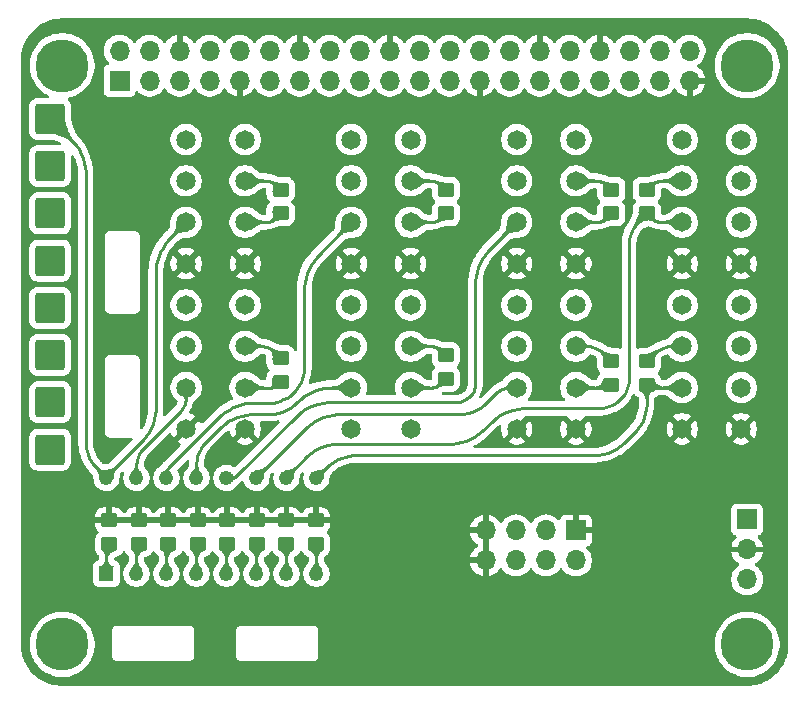
<source format=gbr>
%TF.GenerationSoftware,KiCad,Pcbnew,9.0.2*%
%TF.CreationDate,2025-05-28T22:42:43-04:00*%
%TF.ProjectId,DAQHat Rev A,44415148-6174-4205-9265-7620412e6b69,rev?*%
%TF.SameCoordinates,Original*%
%TF.FileFunction,Copper,L4,Bot*%
%TF.FilePolarity,Positive*%
%FSLAX46Y46*%
G04 Gerber Fmt 4.6, Leading zero omitted, Abs format (unit mm)*
G04 Created by KiCad (PCBNEW 9.0.2) date 2025-05-28 22:42:43*
%MOMM*%
%LPD*%
G01*
G04 APERTURE LIST*
G04 Aperture macros list*
%AMRoundRect*
0 Rectangle with rounded corners*
0 $1 Rounding radius*
0 $2 $3 $4 $5 $6 $7 $8 $9 X,Y pos of 4 corners*
0 Add a 4 corners polygon primitive as box body*
4,1,4,$2,$3,$4,$5,$6,$7,$8,$9,$2,$3,0*
0 Add four circle primitives for the rounded corners*
1,1,$1+$1,$2,$3*
1,1,$1+$1,$4,$5*
1,1,$1+$1,$6,$7*
1,1,$1+$1,$8,$9*
0 Add four rect primitives between the rounded corners*
20,1,$1+$1,$2,$3,$4,$5,0*
20,1,$1+$1,$4,$5,$6,$7,0*
20,1,$1+$1,$6,$7,$8,$9,0*
20,1,$1+$1,$8,$9,$2,$3,0*%
G04 Aperture macros list end*
%TA.AperFunction,ComponentPad*%
%ADD10R,1.700000X1.700000*%
%TD*%
%TA.AperFunction,ComponentPad*%
%ADD11O,1.700000X1.700000*%
%TD*%
%TA.AperFunction,ComponentPad*%
%ADD12C,1.650000*%
%TD*%
%TA.AperFunction,ComponentPad*%
%ADD13RoundRect,0.249999X-1.025001X-1.025001X1.025001X-1.025001X1.025001X1.025001X-1.025001X1.025001X0*%
%TD*%
%TA.AperFunction,ComponentPad*%
%ADD14C,4.500000*%
%TD*%
%TA.AperFunction,ComponentPad*%
%ADD15R,1.220000X1.220000*%
%TD*%
%TA.AperFunction,ComponentPad*%
%ADD16C,1.220000*%
%TD*%
%TA.AperFunction,SMDPad,CuDef*%
%ADD17RoundRect,0.250000X0.450000X-0.350000X0.450000X0.350000X-0.450000X0.350000X-0.450000X-0.350000X0*%
%TD*%
%TA.AperFunction,ViaPad*%
%ADD18C,0.800000*%
%TD*%
%TA.AperFunction,Conductor*%
%ADD19C,0.250000*%
%TD*%
G04 APERTURE END LIST*
D10*
%TO.P,J4,1,Pin_1*%
%TO.N,GND*%
X164000000Y-112800000D03*
D11*
%TO.P,J4,2,Pin_2*%
%TO.N,/SCL*%
X164000000Y-115340000D03*
%TO.P,J4,3,Pin_3*%
%TO.N,+5V*%
X161460000Y-112800000D03*
%TO.P,J4,4,Pin_4*%
%TO.N,/SDA*%
X161460000Y-115340000D03*
%TO.P,J4,5,Pin_5*%
%TO.N,+5V*%
X158920000Y-112800000D03*
%TO.P,J4,6,Pin_6*%
%TO.N,/3V3*%
X158920000Y-115340000D03*
%TO.P,J4,7,Pin_7*%
%TO.N,GND*%
X156380000Y-112800000D03*
%TO.P,J4,8,Pin_8*%
X156380000Y-115340000D03*
%TD*%
D12*
%TO.P,J12,1_1,1_1*%
%TO.N,+12V*%
X150000000Y-79700000D03*
%TO.P,J12,1_2,1_2*%
X145000000Y-79700000D03*
%TO.P,J12,2_1,2_1*%
%TO.N,/CH2_Vin*%
X150000000Y-83200000D03*
%TO.P,J12,2_2,2_2*%
X145000000Y-83200000D03*
%TO.P,J12,3_1,3_1*%
%TO.N,/CH2*%
X150000000Y-86700000D03*
%TO.P,J12,3_2,3_2*%
X145000000Y-86700000D03*
%TO.P,J12,4_1,4_1*%
%TO.N,GND*%
X150000000Y-90200000D03*
%TO.P,J12,4_2,4_2*%
X145000000Y-90200000D03*
%TO.P,J12,5_1,5_1*%
%TO.N,+12V*%
X150000000Y-93700000D03*
%TO.P,J12,5_2,5_2*%
X145000000Y-93700000D03*
%TO.P,J12,6_1,6_1*%
%TO.N,/CH3_Vin*%
X150000000Y-97200000D03*
%TO.P,J12,6_2,6_2*%
X145000000Y-97200000D03*
%TO.P,J12,7_1,7_1*%
%TO.N,/CH3*%
X150000000Y-100700000D03*
%TO.P,J12,7_2,7_2*%
X145000000Y-100700000D03*
%TO.P,J12,8_1,8_1*%
%TO.N,GND*%
X150000000Y-104200000D03*
%TO.P,J12,8_2,8_2*%
X145000000Y-104200000D03*
%TD*%
D13*
%TO.P,J10,1,Pin_1*%
%TO.N,/CH6*%
X119500000Y-101950000D03*
%TD*%
D12*
%TO.P,J13,1_1,1_1*%
%TO.N,+12V*%
X164000000Y-79700000D03*
%TO.P,J13,1_2,1_2*%
X159000000Y-79700000D03*
%TO.P,J13,2_1,2_1*%
%TO.N,/CH4_Vin*%
X164000000Y-83200000D03*
%TO.P,J13,2_2,2_2*%
X159000000Y-83200000D03*
%TO.P,J13,3_1,3_1*%
%TO.N,/CH4*%
X164000000Y-86700000D03*
%TO.P,J13,3_2,3_2*%
X159000000Y-86700000D03*
%TO.P,J13,4_1,4_1*%
%TO.N,GND*%
X164000000Y-90200000D03*
%TO.P,J13,4_2,4_2*%
X159000000Y-90200000D03*
%TO.P,J13,5_1,5_1*%
%TO.N,+12V*%
X164000000Y-93700000D03*
%TO.P,J13,5_2,5_2*%
X159000000Y-93700000D03*
%TO.P,J13,6_1,6_1*%
%TO.N,/CH5_Vin*%
X164000000Y-97200000D03*
%TO.P,J13,6_2,6_2*%
X159000000Y-97200000D03*
%TO.P,J13,7_1,7_1*%
%TO.N,/CH5*%
X164000000Y-100700000D03*
%TO.P,J13,7_2,7_2*%
X159000000Y-100700000D03*
%TO.P,J13,8_1,8_1*%
%TO.N,GND*%
X164000000Y-104200000D03*
%TO.P,J13,8_2,8_2*%
X159000000Y-104200000D03*
%TD*%
D13*
%TO.P,J15,1,Pin_1*%
%TO.N,/CH7*%
X119500000Y-105950000D03*
%TD*%
%TO.P,J3,1,Pin_1*%
%TO.N,/CH0*%
X119500000Y-77950000D03*
%TD*%
%TO.P,J5,1,Pin_1*%
%TO.N,/CH1*%
X119500000Y-81950000D03*
%TD*%
%TO.P,J9,1,Pin_1*%
%TO.N,/CH5*%
X119500000Y-97950000D03*
%TD*%
D14*
%TO.P,H1,1*%
%TO.N,N/C*%
X178500000Y-73450000D03*
%TD*%
%TO.P,H4,1*%
%TO.N,N/C*%
X120500000Y-73450000D03*
%TD*%
%TO.P,H3,1*%
%TO.N,N/C*%
X120500000Y-122450000D03*
%TD*%
D12*
%TO.P,J11,1_1,1_1*%
%TO.N,+12V*%
X136000000Y-79700000D03*
%TO.P,J11,1_2,1_2*%
X131000000Y-79700000D03*
%TO.P,J11,2_1,2_1*%
%TO.N,/CH0_Vin*%
X136000000Y-83200000D03*
%TO.P,J11,2_2,2_2*%
X131000000Y-83200000D03*
%TO.P,J11,3_1,3_1*%
%TO.N,/CH0*%
X136000000Y-86700000D03*
%TO.P,J11,3_2,3_2*%
X131000000Y-86700000D03*
%TO.P,J11,4_1,4_1*%
%TO.N,GND*%
X136000000Y-90200000D03*
%TO.P,J11,4_2,4_2*%
X131000000Y-90200000D03*
%TO.P,J11,5_1,5_1*%
%TO.N,+12V*%
X136000000Y-93700000D03*
%TO.P,J11,5_2,5_2*%
X131000000Y-93700000D03*
%TO.P,J11,6_1,6_1*%
%TO.N,/CH1_Vin*%
X136000000Y-97200000D03*
%TO.P,J11,6_2,6_2*%
X131000000Y-97200000D03*
%TO.P,J11,7_1,7_1*%
%TO.N,/CH1*%
X136000000Y-100700000D03*
%TO.P,J11,7_2,7_2*%
X131000000Y-100700000D03*
%TO.P,J11,8_1,8_1*%
%TO.N,GND*%
X136000000Y-104200000D03*
%TO.P,J11,8_2,8_2*%
X131000000Y-104200000D03*
%TD*%
D13*
%TO.P,J7,1,Pin_1*%
%TO.N,/CH3*%
X119500000Y-89950000D03*
%TD*%
D15*
%TO.P,S1,1*%
%TO.N,Net-(R1-Pad1)*%
X124260000Y-116450000D03*
D16*
%TO.P,S1,1-1*%
%TO.N,/CH0*%
X124260000Y-108350000D03*
%TO.P,S1,2*%
%TO.N,Net-(R2-Pad1)*%
X126800000Y-116450000D03*
%TO.P,S1,2-1*%
%TO.N,/CH1*%
X126800000Y-108350000D03*
%TO.P,S1,3*%
%TO.N,Net-(R3-Pad1)*%
X129340000Y-116450000D03*
%TO.P,S1,3-1*%
%TO.N,/CH2*%
X129340000Y-108350000D03*
%TO.P,S1,4*%
%TO.N,Net-(R4-Pad1)*%
X131880000Y-116450000D03*
%TO.P,S1,4-1*%
%TO.N,/CH3*%
X131880000Y-108350000D03*
%TO.P,S1,5*%
%TO.N,Net-(R5-Pad1)*%
X134420000Y-116450000D03*
%TO.P,S1,5-1*%
%TO.N,/CH4*%
X134420000Y-108350000D03*
%TO.P,S1,6*%
%TO.N,Net-(R6-Pad1)*%
X136960000Y-116450000D03*
%TO.P,S1,6-1*%
%TO.N,/CH5*%
X136960000Y-108350000D03*
%TO.P,S1,7*%
%TO.N,Net-(R9-Pad1)*%
X139500000Y-116450000D03*
%TO.P,S1,7-1*%
%TO.N,/CH6*%
X139500000Y-108350000D03*
%TO.P,S1,8*%
%TO.N,Net-(R16-Pad1)*%
X142040000Y-116450000D03*
%TO.P,S1,8-1*%
%TO.N,/CH7*%
X142040000Y-108350000D03*
%TD*%
D13*
%TO.P,J8,1,Pin_1*%
%TO.N,/CH4*%
X119500000Y-93950000D03*
%TD*%
%TO.P,J6,1,Pin_1*%
%TO.N,/CH2*%
X119500000Y-85950000D03*
%TD*%
D12*
%TO.P,J14,1_1,1_1*%
%TO.N,+12V*%
X178000000Y-79700000D03*
%TO.P,J14,1_2,1_2*%
X173000000Y-79700000D03*
%TO.P,J14,2_1,2_1*%
%TO.N,/CH6_Vin*%
X178000000Y-83200000D03*
%TO.P,J14,2_2,2_2*%
X173000000Y-83200000D03*
%TO.P,J14,3_1,3_1*%
%TO.N,/CH6*%
X178000000Y-86700000D03*
%TO.P,J14,3_2,3_2*%
X173000000Y-86700000D03*
%TO.P,J14,4_1,4_1*%
%TO.N,GND*%
X178000000Y-90200000D03*
%TO.P,J14,4_2,4_2*%
X173000000Y-90200000D03*
%TO.P,J14,5_1,5_1*%
%TO.N,+12V*%
X178000000Y-93700000D03*
%TO.P,J14,5_2,5_2*%
X173000000Y-93700000D03*
%TO.P,J14,6_1,6_1*%
%TO.N,/CH7_Vin*%
X178000000Y-97200000D03*
%TO.P,J14,6_2,6_2*%
X173000000Y-97200000D03*
%TO.P,J14,7_1,7_1*%
%TO.N,/CH7*%
X178000000Y-100700000D03*
%TO.P,J14,7_2,7_2*%
X173000000Y-100700000D03*
%TO.P,J14,8_1,8_1*%
%TO.N,GND*%
X178000000Y-104200000D03*
%TO.P,J14,8_2,8_2*%
X173000000Y-104200000D03*
%TD*%
D10*
%TO.P,J1,1,Pin_1*%
%TO.N,+5V*%
X178500000Y-111870000D03*
D11*
%TO.P,J1,2,Pin_2*%
%TO.N,GND*%
X178500000Y-114410000D03*
%TO.P,J1,3,Pin_3*%
%TO.N,+12V*%
X178500000Y-116950000D03*
%TD*%
D14*
%TO.P,H2,1*%
%TO.N,N/C*%
X178500000Y-122450000D03*
%TD*%
D17*
%TO.P,R13,1*%
%TO.N,/CH5*%
X167000000Y-100450000D03*
%TO.P,R13,2*%
%TO.N,/CH5_Vin*%
X167000000Y-98450000D03*
%TD*%
%TO.P,R9,1*%
%TO.N,Net-(R9-Pad1)*%
X139500000Y-113950000D03*
%TO.P,R9,2*%
%TO.N,GND*%
X139500000Y-111950000D03*
%TD*%
%TO.P,R1,1*%
%TO.N,Net-(R1-Pad1)*%
X124500000Y-113950000D03*
%TO.P,R1,2*%
%TO.N,GND*%
X124500000Y-111950000D03*
%TD*%
%TO.P,R15,1*%
%TO.N,/CH7*%
X170000000Y-100450000D03*
%TO.P,R15,2*%
%TO.N,/CH7_Vin*%
X170000000Y-98450000D03*
%TD*%
%TO.P,R12,1*%
%TO.N,/CH4*%
X167000000Y-85950000D03*
%TO.P,R12,2*%
%TO.N,/CH4_Vin*%
X167000000Y-83950000D03*
%TD*%
%TO.P,R3,1*%
%TO.N,Net-(R3-Pad1)*%
X129500000Y-113950000D03*
%TO.P,R3,2*%
%TO.N,GND*%
X129500000Y-111950000D03*
%TD*%
%TO.P,R11,1*%
%TO.N,/CH3*%
X153000000Y-99950000D03*
%TO.P,R11,2*%
%TO.N,/CH3_Vin*%
X153000000Y-97950000D03*
%TD*%
%TO.P,R4,1*%
%TO.N,Net-(R4-Pad1)*%
X132000000Y-113950000D03*
%TO.P,R4,2*%
%TO.N,GND*%
X132000000Y-111950000D03*
%TD*%
%TO.P,R10,1*%
%TO.N,/CH2*%
X153000000Y-85950000D03*
%TO.P,R10,2*%
%TO.N,/CH2_Vin*%
X153000000Y-83950000D03*
%TD*%
%TO.P,R14,1*%
%TO.N,/CH6*%
X170000000Y-85950000D03*
%TO.P,R14,2*%
%TO.N,/CH6_Vin*%
X170000000Y-83950000D03*
%TD*%
%TO.P,R16,1*%
%TO.N,Net-(R16-Pad1)*%
X142000000Y-113950000D03*
%TO.P,R16,2*%
%TO.N,GND*%
X142000000Y-111950000D03*
%TD*%
D10*
%TO.P,J2,1,Pin_1*%
%TO.N,+3V3*%
X125370000Y-74720000D03*
D11*
%TO.P,J2,2,Pin_2*%
%TO.N,+5V*%
X125370000Y-72180000D03*
%TO.P,J2,3,Pin_3*%
%TO.N,unconnected-(J2-Pin_3-Pad3)*%
X127910000Y-74720000D03*
%TO.P,J2,4,Pin_4*%
%TO.N,+5V*%
X127910000Y-72180000D03*
%TO.P,J2,5,Pin_5*%
%TO.N,unconnected-(J2-Pin_5-Pad5)*%
X130450000Y-74720000D03*
%TO.P,J2,6,Pin_6*%
%TO.N,GND*%
X130450000Y-72180000D03*
%TO.P,J2,7,Pin_7*%
%TO.N,unconnected-(J2-Pin_7-Pad7)*%
X132990000Y-74720000D03*
%TO.P,J2,8,Pin_8*%
%TO.N,unconnected-(J2-Pin_8-Pad8)*%
X132990000Y-72180000D03*
%TO.P,J2,9,Pin_9*%
%TO.N,GND*%
X135530000Y-74720000D03*
%TO.P,J2,10,Pin_10*%
%TO.N,unconnected-(J2-Pin_10-Pad10)*%
X135530000Y-72180000D03*
%TO.P,J2,11,Pin_11*%
%TO.N,unconnected-(J2-Pin_11-Pad11)*%
X138070000Y-74720000D03*
%TO.P,J2,12,Pin_12*%
%TO.N,unconnected-(J2-Pin_12-Pad12)*%
X138070000Y-72180000D03*
%TO.P,J2,13,Pin_13*%
%TO.N,unconnected-(J2-Pin_13-Pad13)*%
X140610000Y-74720000D03*
%TO.P,J2,14,Pin_14*%
%TO.N,GND*%
X140610000Y-72180000D03*
%TO.P,J2,15,Pin_15*%
%TO.N,unconnected-(J2-Pin_15-Pad15)*%
X143150000Y-74720000D03*
%TO.P,J2,16,Pin_16*%
%TO.N,unconnected-(J2-Pin_16-Pad16)*%
X143150000Y-72180000D03*
%TO.P,J2,17,Pin_17*%
%TO.N,unconnected-(J2-Pin_17-Pad17)*%
X145690000Y-74720000D03*
%TO.P,J2,18,Pin_18*%
%TO.N,unconnected-(J2-Pin_18-Pad18)*%
X145690000Y-72180000D03*
%TO.P,J2,19,Pin_19*%
%TO.N,unconnected-(J2-Pin_19-Pad19)*%
X148230000Y-74720000D03*
%TO.P,J2,20,Pin_20*%
%TO.N,GND*%
X148230000Y-72180000D03*
%TO.P,J2,21,Pin_21*%
%TO.N,unconnected-(J2-Pin_21-Pad21)*%
X150770000Y-74720000D03*
%TO.P,J2,22,Pin_22*%
%TO.N,unconnected-(J2-Pin_22-Pad22)*%
X150770000Y-72180000D03*
%TO.P,J2,23,Pin_23*%
%TO.N,unconnected-(J2-Pin_23-Pad23)*%
X153310000Y-74720000D03*
%TO.P,J2,24,Pin_24*%
%TO.N,unconnected-(J2-Pin_24-Pad24)*%
X153310000Y-72180000D03*
%TO.P,J2,25,Pin_25*%
%TO.N,GND*%
X155850000Y-74720000D03*
%TO.P,J2,26,Pin_26*%
%TO.N,unconnected-(J2-Pin_26-Pad26)*%
X155850000Y-72180000D03*
%TO.P,J2,27,Pin_27*%
%TO.N,unconnected-(J2-Pin_27-Pad27)*%
X158390000Y-74720000D03*
%TO.P,J2,28,Pin_28*%
%TO.N,unconnected-(J2-Pin_28-Pad28)*%
X158390000Y-72180000D03*
%TO.P,J2,29,Pin_29*%
%TO.N,unconnected-(J2-Pin_29-Pad29)*%
X160930000Y-74720000D03*
%TO.P,J2,30,Pin_30*%
%TO.N,GND*%
X160930000Y-72180000D03*
%TO.P,J2,31,Pin_31*%
%TO.N,unconnected-(J2-Pin_31-Pad31)*%
X163470000Y-74720000D03*
%TO.P,J2,32,Pin_32*%
%TO.N,unconnected-(J2-Pin_32-Pad32)*%
X163470000Y-72180000D03*
%TO.P,J2,33,Pin_33*%
%TO.N,unconnected-(J2-Pin_33-Pad33)*%
X166010000Y-74720000D03*
%TO.P,J2,34,Pin_34*%
%TO.N,GND*%
X166010000Y-72180000D03*
%TO.P,J2,35,Pin_35*%
%TO.N,unconnected-(J2-Pin_35-Pad35)*%
X168550000Y-74720000D03*
%TO.P,J2,36,Pin_36*%
%TO.N,unconnected-(J2-Pin_36-Pad36)*%
X168550000Y-72180000D03*
%TO.P,J2,37,Pin_37*%
%TO.N,unconnected-(J2-Pin_37-Pad37)*%
X171090000Y-74720000D03*
%TO.P,J2,38,Pin_38*%
%TO.N,unconnected-(J2-Pin_38-Pad38)*%
X171090000Y-72180000D03*
%TO.P,J2,39,Pin_39*%
%TO.N,GND*%
X173630000Y-74720000D03*
%TO.P,J2,40,Pin_40*%
%TO.N,unconnected-(J2-Pin_40-Pad40)*%
X173630000Y-72180000D03*
%TD*%
D17*
%TO.P,R7,1*%
%TO.N,/CH0*%
X139000000Y-85950000D03*
%TO.P,R7,2*%
%TO.N,/CH0_Vin*%
X139000000Y-83950000D03*
%TD*%
%TO.P,R6,1*%
%TO.N,Net-(R6-Pad1)*%
X137000000Y-113950000D03*
%TO.P,R6,2*%
%TO.N,GND*%
X137000000Y-111950000D03*
%TD*%
%TO.P,R2,1*%
%TO.N,Net-(R2-Pad1)*%
X127000000Y-113950000D03*
%TO.P,R2,2*%
%TO.N,GND*%
X127000000Y-111950000D03*
%TD*%
%TO.P,R8,1*%
%TO.N,/CH1*%
X139000000Y-100200000D03*
%TO.P,R8,2*%
%TO.N,/CH1_Vin*%
X139000000Y-98200000D03*
%TD*%
%TO.P,R5,1*%
%TO.N,Net-(R5-Pad1)*%
X134500000Y-113950000D03*
%TO.P,R5,2*%
%TO.N,GND*%
X134500000Y-111950000D03*
%TD*%
D18*
%TO.N,GND*%
X138000000Y-110450000D03*
X125500000Y-109950000D03*
X126000000Y-95950000D03*
X140500000Y-110450000D03*
X143000000Y-110450000D03*
X153000000Y-114450000D03*
X161500000Y-95450000D03*
X126000000Y-85950000D03*
X133500000Y-88450000D03*
X161500000Y-98950000D03*
X174500000Y-122950000D03*
X175500000Y-95450000D03*
X175500000Y-81450000D03*
X161500000Y-89950000D03*
X133500000Y-122450000D03*
X127000000Y-110450000D03*
X147500000Y-121950000D03*
X147500000Y-84950000D03*
X130500000Y-110450000D03*
X133500000Y-84950000D03*
X143500000Y-122450000D03*
X133500000Y-91950000D03*
X171000000Y-122950000D03*
X135500000Y-110450000D03*
X175500000Y-84950000D03*
X153000000Y-116450000D03*
X147500000Y-95450000D03*
X133500000Y-98950000D03*
X123000000Y-118950000D03*
X147500000Y-98950000D03*
X147500000Y-89950000D03*
X175500000Y-98950000D03*
X167000000Y-122950000D03*
X133500000Y-95450000D03*
X175500000Y-89950000D03*
X133000000Y-110450000D03*
X147500000Y-81450000D03*
X119000000Y-117950000D03*
X133500000Y-81450000D03*
%TD*%
D19*
%TO.N,GND*%
X137000000Y-111950000D02*
X137000000Y-111450000D01*
X132000000Y-111950000D02*
X132000000Y-111450000D01*
X129500000Y-111950000D02*
X129500000Y-111450000D01*
X134500000Y-111950000D02*
X134500000Y-111450000D01*
%TO.N,/CH0*%
X121446425Y-79896425D02*
X119500000Y-77950000D01*
X122460695Y-82040919D02*
X122500000Y-82439977D01*
X138580523Y-86369474D02*
X138483280Y-86449279D01*
X123088353Y-107137433D02*
X122924347Y-106891980D01*
X124278678Y-108227136D02*
X124285898Y-108216331D01*
X122528934Y-105786875D02*
X122586526Y-106076407D01*
X121923588Y-80539805D02*
X122112613Y-80893446D01*
X137782568Y-86700000D02*
X136000000Y-86700000D01*
X128052612Y-104116982D02*
X128206064Y-103746517D01*
X128479303Y-90350919D02*
X128440000Y-90749977D01*
X124223640Y-108313640D02*
X124229578Y-108316814D01*
X129239187Y-88516394D02*
X129016409Y-88849805D01*
X122112613Y-80893446D02*
X122266065Y-81263911D01*
X123275629Y-107365629D02*
X124223640Y-108313640D01*
X128322465Y-103362795D02*
X128206064Y-103746517D01*
X138267740Y-86578469D02*
X138151518Y-86626610D01*
X138378683Y-86519169D02*
X138483280Y-86449279D01*
X129016409Y-88849805D02*
X128827384Y-89203446D01*
X127640810Y-104804034D02*
X127386425Y-105114003D01*
X129493572Y-88206426D02*
X131000000Y-86700000D01*
X128673932Y-89573911D02*
X128827384Y-89203446D01*
X124258045Y-108305023D02*
X124254305Y-108310621D01*
X122785188Y-106631633D02*
X122924347Y-106891980D01*
X128557532Y-89957634D02*
X128479303Y-90350919D01*
X138151518Y-86626610D02*
X138031138Y-86663127D01*
X124236180Y-108318127D02*
X124229578Y-108316814D01*
X128052612Y-104116982D02*
X127863588Y-104470623D01*
X124261003Y-108274327D02*
X124260000Y-108284520D01*
X124294142Y-108206286D02*
X127386425Y-105114003D01*
X121923588Y-80539805D02*
X121700810Y-80206394D01*
X121446425Y-79896425D02*
X121700810Y-80206394D01*
X122500000Y-105493092D02*
X122528934Y-105786875D01*
X138580523Y-86369474D02*
X139000000Y-85950000D01*
X124242880Y-108317467D02*
X124249101Y-108314891D01*
X123088353Y-107137433D02*
X123275629Y-107365629D01*
X122460695Y-82040919D02*
X122382466Y-81647634D01*
X124278678Y-108227136D02*
X124272553Y-108238596D01*
X127863588Y-104470623D02*
X127640810Y-104804034D01*
X137907759Y-86687669D02*
X137782568Y-86700000D01*
X128440000Y-102570452D02*
X128440000Y-90749977D01*
X122586526Y-106076407D02*
X122672219Y-106358900D01*
X122785188Y-106631633D02*
X122672219Y-106358900D01*
X124236180Y-108318127D02*
X124242880Y-108317467D01*
X124254305Y-108310621D02*
X124249101Y-108314891D01*
X129493572Y-88206426D02*
X129239187Y-88516394D01*
X122266065Y-81263911D02*
X122382466Y-81647634D01*
X128673932Y-89573911D02*
X128557532Y-89957634D01*
X128322465Y-103362795D02*
X128400695Y-102969510D01*
X128440000Y-102570452D02*
X128400695Y-102969510D01*
X138378683Y-86519169D02*
X138267740Y-86578469D01*
X138031138Y-86663127D02*
X137907759Y-86687669D01*
X124294142Y-108206286D02*
X124285898Y-108216331D01*
X124261003Y-108274327D02*
X124263001Y-108264282D01*
X124272553Y-108238596D02*
X124265974Y-108254480D01*
X124260000Y-108298581D02*
X124258045Y-108305023D01*
X124265974Y-108254480D02*
X124263001Y-108264282D01*
X124260000Y-108298581D02*
X124260000Y-108284520D01*
X122500000Y-82439977D02*
X122500000Y-105493092D01*
%TO.N,/CH1*%
X138354091Y-100675418D02*
X138271838Y-100691779D01*
X130828130Y-102225089D02*
X130896211Y-102060727D01*
X138434344Y-100651073D02*
X138354091Y-100675418D01*
X130828130Y-102225089D02*
X130744266Y-102381986D01*
X130645428Y-102529909D02*
X130532566Y-102667431D01*
X126822668Y-107029199D02*
X126867788Y-106802368D01*
X130982561Y-101715998D02*
X130947854Y-101890483D01*
X126800000Y-107259361D02*
X126800000Y-108350000D01*
X131000000Y-101538950D02*
X131000000Y-100700000D01*
X138655519Y-100532852D02*
X138585788Y-100579445D01*
X130947854Y-101890483D02*
X130896211Y-102060727D01*
X138720348Y-100479649D02*
X138655519Y-100532852D01*
X138720348Y-100479649D02*
X139000000Y-100200000D01*
X138585788Y-100579445D02*
X138511826Y-100618979D01*
X126934923Y-106581051D02*
X126867788Y-106802368D01*
X138188377Y-100700000D02*
X136000000Y-100700000D01*
X127132450Y-106163414D02*
X127023428Y-106367381D01*
X127407659Y-105792338D02*
X127260940Y-105971116D01*
X130744266Y-102381986D02*
X130645428Y-102529909D01*
X130532566Y-102667431D02*
X127407659Y-105792338D01*
X138434344Y-100651073D02*
X138511826Y-100618979D01*
X127132450Y-106163414D02*
X127260940Y-105971116D01*
X127023428Y-106367381D02*
X126934923Y-106581051D01*
X131000000Y-101538950D02*
X130982561Y-101715998D01*
X126822668Y-107029199D02*
X126800000Y-107259361D01*
X138271838Y-100691779D02*
X138188377Y-100700000D01*
%TO.N,/CH2*%
X140911506Y-99674734D02*
X140823865Y-99963647D01*
X135711300Y-102117532D02*
X135327577Y-102233933D01*
X152378683Y-86519169D02*
X152267740Y-86578469D01*
X136503643Y-102000000D02*
X136104585Y-102039303D01*
X133960091Y-103053572D02*
X129550758Y-107462905D01*
X129347862Y-107891895D02*
X129340000Y-107971724D01*
X129417492Y-107662351D02*
X129386795Y-107736461D01*
X134603471Y-102576409D02*
X134270060Y-102799187D01*
X141039303Y-91790919D02*
X141000000Y-92189977D01*
X139242579Y-101708327D02*
X138963647Y-101823865D01*
X141576409Y-90289805D02*
X141387384Y-90643446D01*
X140911506Y-99674734D02*
X140970407Y-99378623D01*
X140823865Y-99963647D02*
X140708328Y-100242579D01*
X151782568Y-86700000D02*
X150000000Y-86700000D01*
X140708328Y-100242579D02*
X140566007Y-100508842D01*
X138963647Y-101823865D02*
X138674734Y-101911506D01*
X136104585Y-102039303D02*
X135711300Y-102117532D01*
X152378683Y-86519169D02*
X152483280Y-86449279D01*
X129455305Y-107591608D02*
X129499870Y-107524912D01*
X129455305Y-107591608D02*
X129417492Y-107662351D01*
X139508842Y-101566007D02*
X139242579Y-101708327D01*
X134957112Y-102387384D02*
X134603471Y-102576409D01*
X140398273Y-100759873D02*
X140566007Y-100508842D01*
X152267740Y-86578469D02*
X152151518Y-86626610D01*
X151907759Y-86687669D02*
X151782568Y-86700000D01*
X138378623Y-101970407D02*
X138078164Y-102000000D01*
X141233932Y-91013911D02*
X141117532Y-91397634D01*
X129386795Y-107736461D02*
X129363510Y-107813222D01*
X129550758Y-107462905D02*
X129499870Y-107524912D01*
X152580523Y-86369474D02*
X152483280Y-86449279D01*
X136503643Y-102000000D02*
X138078164Y-102000000D01*
X142053572Y-89646425D02*
X145000000Y-86700000D01*
X141117532Y-91397634D02*
X141039303Y-91790919D01*
X134957112Y-102387384D02*
X135327577Y-102233933D01*
X152151518Y-86626610D02*
X152031138Y-86663127D01*
X139508842Y-101566007D02*
X139759874Y-101398273D01*
X140398273Y-100759873D02*
X140206742Y-100993255D01*
X141233932Y-91013911D02*
X141387384Y-90643446D01*
X140206742Y-100993255D02*
X139993255Y-101206742D01*
X138674734Y-101911506D02*
X138378623Y-101970407D01*
X134270060Y-102799187D02*
X133960091Y-103053572D01*
X142053572Y-89646425D02*
X141799187Y-89956394D01*
X152580523Y-86369474D02*
X153000000Y-85950000D01*
X139993255Y-101206742D02*
X139759874Y-101398273D01*
X141000000Y-99078164D02*
X140970407Y-99378623D01*
X141000000Y-92189977D02*
X141000000Y-99078164D01*
X141799187Y-89956394D02*
X141576409Y-90289805D01*
X152031138Y-86663127D02*
X151907759Y-86687669D01*
X129363510Y-107813222D02*
X129347862Y-107891895D01*
X129340000Y-107971724D02*
X129340000Y-108350000D01*
%TO.N,/CH3*%
X139142732Y-102729831D02*
X138781591Y-102839383D01*
X134256394Y-103749187D02*
X134589805Y-103526409D01*
X141634946Y-101064586D02*
X141983611Y-100920165D01*
X138035878Y-102950000D02*
X136489977Y-102950000D01*
X138411452Y-102913008D02*
X138035878Y-102950000D01*
X136489977Y-102950000D02*
X136090919Y-102989303D01*
X131906504Y-106805679D02*
X131959259Y-106540461D01*
X140429743Y-101958426D02*
X140696600Y-101691569D01*
X139142732Y-102729831D02*
X139491397Y-102585410D01*
X143090465Y-100700000D02*
X142714891Y-100736990D01*
X140429743Y-101958426D02*
X140138016Y-102197841D01*
X152580523Y-100369474D02*
X153000000Y-99950000D01*
X141634946Y-101064586D02*
X141302117Y-101242487D01*
X132141239Y-106031860D02*
X132037756Y-106281691D01*
X131880000Y-107074791D02*
X131880000Y-108350000D01*
X136090919Y-102989303D02*
X135697634Y-103067532D01*
X152580523Y-100369474D02*
X152483280Y-100449279D01*
X139824226Y-102407508D02*
X139491397Y-102585410D01*
X143090465Y-100700000D02*
X145000000Y-100700000D01*
X151907759Y-100687669D02*
X151782568Y-100700000D01*
X142344752Y-100810615D02*
X142714891Y-100736990D01*
X133946425Y-104003571D02*
X132590494Y-105359502D01*
X132037756Y-106281691D02*
X131959259Y-106540461D01*
X142344752Y-100810615D02*
X141983611Y-100920165D01*
X141302117Y-101242487D02*
X140988327Y-101452155D01*
X131906504Y-106805679D02*
X131880000Y-107074791D01*
X139824226Y-102407508D02*
X140138016Y-102197841D01*
X152031138Y-100663127D02*
X151907759Y-100687669D01*
X132268711Y-105793376D02*
X132141239Y-106031860D01*
X134943446Y-103337384D02*
X134589805Y-103526409D01*
X134256394Y-103749187D02*
X133946425Y-104003571D01*
X151782568Y-100700000D02*
X150000000Y-100700000D01*
X152151518Y-100626610D02*
X152267740Y-100578469D01*
X138411452Y-102913008D02*
X138781591Y-102839383D01*
X132590494Y-105359502D02*
X132418945Y-105568535D01*
X152378683Y-100519169D02*
X152267740Y-100578469D01*
X135313911Y-103183932D02*
X134943446Y-103337384D01*
X152151518Y-100626610D02*
X152031138Y-100663127D01*
X152378683Y-100519169D02*
X152483280Y-100449279D01*
X140988327Y-101452155D02*
X140696600Y-101691569D01*
X132268711Y-105793376D02*
X132418945Y-105568535D01*
X135697634Y-103067532D02*
X135313911Y-103183932D01*
%TO.N,/CH4*%
X165907759Y-86687669D02*
X165782568Y-86700000D01*
X155539303Y-91290919D02*
X155500000Y-91689977D01*
X166580523Y-86369474D02*
X166483280Y-86449279D01*
X135036862Y-108302948D02*
X134959685Y-108326360D01*
X166483280Y-86449279D02*
X166378684Y-86519169D01*
X154043678Y-101933559D02*
X153876756Y-101950000D01*
X155887384Y-90143446D02*
X155733933Y-90513911D01*
X155258892Y-101121578D02*
X155165706Y-101261040D01*
X142590919Y-101989303D02*
X142197634Y-102067532D01*
X140756394Y-102749187D02*
X140446425Y-103003572D01*
X134880585Y-108342094D02*
X134800323Y-108350000D01*
X166031138Y-86663127D02*
X165907759Y-86687669D01*
X141443446Y-102337384D02*
X141089805Y-102526409D01*
X135111373Y-108272085D02*
X135036862Y-108302948D01*
X154940696Y-101509300D02*
X155059299Y-101390697D01*
X166151518Y-86626610D02*
X166267741Y-86578469D01*
X156553572Y-89146426D02*
X156299187Y-89456394D01*
X165782568Y-86700000D02*
X164000000Y-86700000D01*
X135182500Y-108234067D02*
X135111373Y-108272085D01*
X154523654Y-101787959D02*
X154368692Y-101852147D01*
X135311902Y-108138095D02*
X140446425Y-103003572D01*
X153876756Y-101950000D02*
X142989977Y-101950000D01*
X155733933Y-90513911D02*
X155617532Y-90897634D01*
X142989977Y-101950000D02*
X142590919Y-101989303D01*
X134880585Y-108342094D02*
X134959685Y-108326360D01*
X154368692Y-101852147D02*
X154208185Y-101900836D01*
X155483559Y-100493678D02*
X155450836Y-100658185D01*
X156076409Y-89789805D02*
X155887384Y-90143446D01*
X155500000Y-100326756D02*
X155483559Y-100493678D01*
X154940696Y-101509300D02*
X154811040Y-101615707D01*
X134800323Y-108350000D02*
X134420000Y-108350000D01*
X135311902Y-108138095D02*
X135249558Y-108189259D01*
X155337959Y-100973654D02*
X155258892Y-101121578D01*
X155165706Y-101261040D02*
X155059299Y-101390697D01*
X156553572Y-89146426D02*
X159000000Y-86700000D01*
X155450836Y-100658185D02*
X155402147Y-100818692D01*
X155337959Y-100973654D02*
X155402147Y-100818692D01*
X154671578Y-101708892D02*
X154523654Y-101787959D01*
X155539303Y-91290919D02*
X155617532Y-90897634D01*
X155500000Y-100326756D02*
X155500000Y-91689977D01*
X166580523Y-86369474D02*
X167000000Y-85950000D01*
X154043678Y-101933559D02*
X154208185Y-101900836D01*
X154671578Y-101708892D02*
X154811040Y-101615707D01*
X140756394Y-102749187D02*
X141089805Y-102526409D01*
X141443446Y-102337384D02*
X141813911Y-102183933D01*
X135249558Y-108189259D02*
X135182500Y-108234067D01*
X142197634Y-102067532D02*
X141813911Y-102183933D01*
X166151518Y-86626610D02*
X166031138Y-86663127D01*
X156076409Y-89789805D02*
X156299187Y-89456394D01*
X166378684Y-86519169D02*
X166267741Y-86578469D01*
%TO.N,/CH5*%
X136961911Y-108306348D02*
X136960639Y-108312746D01*
X157475074Y-100995473D02*
X157598342Y-100913108D01*
X142618911Y-103183932D02*
X142248446Y-103337384D01*
X166792893Y-100639722D02*
X166755913Y-100659489D01*
X166594188Y-100700000D02*
X164000000Y-100700000D01*
X136960000Y-108319238D02*
X136960000Y-108350000D01*
X136969375Y-108288325D02*
X136973000Y-108282902D01*
X157475074Y-100995473D02*
X157360472Y-101089525D01*
X166717171Y-100675535D02*
X166755913Y-100659489D01*
X143794977Y-102950000D02*
X143395919Y-102989303D01*
X156199842Y-102197841D02*
X155886052Y-102407509D01*
X141251425Y-104003572D02*
X136977138Y-108277859D01*
X142248446Y-103337384D02*
X141894805Y-103526409D01*
X154473279Y-102913008D02*
X154843418Y-102839383D01*
X166635918Y-100695889D02*
X166677045Y-100687708D01*
X158007928Y-100743453D02*
X158153332Y-100714531D01*
X166860173Y-100589825D02*
X167000000Y-100450000D01*
X158300872Y-100700000D02*
X159000000Y-100700000D01*
X155204559Y-102729831D02*
X154843418Y-102839383D01*
X154473279Y-102913008D02*
X154097705Y-102950000D01*
X143002634Y-103067532D02*
X142618911Y-103183932D01*
X157360472Y-101089525D02*
X156491570Y-101958427D01*
X155886052Y-102407509D02*
X155553223Y-102585410D01*
X166860173Y-100589825D02*
X166827759Y-100616426D01*
X157729090Y-100843222D02*
X157598342Y-100913108D01*
X166792893Y-100639722D02*
X166827759Y-100616426D01*
X136963805Y-108300105D02*
X136961911Y-108306348D01*
X141561394Y-103749187D02*
X141894805Y-103526409D01*
X136966300Y-108294078D02*
X136963805Y-108300105D01*
X158300872Y-100700000D02*
X158153332Y-100714531D01*
X143002634Y-103067532D02*
X143395919Y-102989303D01*
X166635918Y-100695889D02*
X166594188Y-100700000D01*
X136969375Y-108288325D02*
X136966300Y-108294078D01*
X166717171Y-100675535D02*
X166677045Y-100687708D01*
X155204559Y-102729831D02*
X155553223Y-102585410D01*
X158007928Y-100743453D02*
X157866058Y-100786489D01*
X136977138Y-108277859D02*
X136973000Y-108282902D01*
X157729090Y-100843222D02*
X157866058Y-100786489D01*
X141561394Y-103749187D02*
X141251425Y-104003572D01*
X136960639Y-108312746D02*
X136960000Y-108319238D01*
X154097705Y-102950000D02*
X143794977Y-102950000D01*
X156491570Y-101958427D02*
X156199842Y-102197841D01*
%TO.N,/CH6*%
X141271425Y-106503572D02*
X139523370Y-108251627D01*
X168256939Y-100985483D02*
X168138338Y-101207369D01*
X142268446Y-105837384D02*
X141914805Y-106026409D01*
X170428794Y-86378794D02*
X170519353Y-86453114D01*
X167257369Y-102088338D02*
X167466562Y-101948560D01*
X159489977Y-102450000D02*
X166065134Y-102450000D01*
X166562278Y-102376254D02*
X166315518Y-102425339D01*
X168524660Y-88134479D02*
X168500000Y-88384863D01*
X170720081Y-86573426D02*
X170848479Y-86626610D01*
X170251203Y-86230025D02*
X170338063Y-86288063D01*
X167257369Y-102088338D02*
X167035483Y-102206939D01*
X153510021Y-105450000D02*
X143814977Y-105450000D01*
X159489977Y-102450000D02*
X159090919Y-102489303D01*
X169161047Y-86788950D02*
X169661934Y-86288063D01*
X169161047Y-86788950D02*
X169001437Y-86983435D01*
X170251203Y-86230025D02*
X170154690Y-86190049D01*
X139500000Y-108308051D02*
X139500000Y-108350000D01*
X143022634Y-105567532D02*
X142638911Y-105683932D01*
X168500000Y-100015134D02*
X168500000Y-88384863D01*
X166803039Y-102303220D02*
X166562278Y-102376254D01*
X166803039Y-102303220D02*
X167035483Y-102206939D01*
X168524660Y-88134479D02*
X168573743Y-87887718D01*
X139523370Y-108251627D02*
X139517727Y-108258503D01*
X170616762Y-86518201D02*
X170519353Y-86453114D01*
X171217429Y-86700000D02*
X173000000Y-86700000D01*
X169845307Y-86190048D02*
X169748794Y-86230025D01*
X143022634Y-105567532D02*
X143415919Y-105489303D01*
X159090919Y-102489303D02*
X158697634Y-102567532D01*
X169748794Y-86230025D02*
X169661934Y-86288063D01*
X168426255Y-100512278D02*
X168353221Y-100753039D01*
X169001437Y-86983435D02*
X168861659Y-87192629D01*
X170154690Y-86190049D02*
X170052231Y-86169669D01*
X156053571Y-104396425D02*
X155743603Y-104650810D01*
X156946424Y-103503571D02*
X156053571Y-104396425D01*
X157256393Y-103249187D02*
X156946424Y-103503571D01*
X168743058Y-87414515D02*
X168646777Y-87646958D01*
X139508592Y-108273744D02*
X139505188Y-108281962D01*
X168861659Y-87192629D02*
X168743058Y-87414515D01*
X167998560Y-101416561D02*
X167838950Y-101611046D01*
X143814977Y-105450000D02*
X143415919Y-105489303D01*
X168256939Y-100985483D02*
X168353221Y-100753039D01*
X139517727Y-108258503D02*
X139512785Y-108265900D01*
X168646777Y-87646958D02*
X168573743Y-87887718D01*
X170616762Y-86518201D02*
X170720081Y-86573426D01*
X154686086Y-105216064D02*
X154302364Y-105332466D01*
X167661047Y-101788950D02*
X167466562Y-101948560D01*
X168500000Y-100015134D02*
X168475339Y-100265518D01*
X155056551Y-105062612D02*
X154686086Y-105216064D01*
X169947765Y-86169669D02*
X169845307Y-86190048D01*
X142638911Y-105683932D02*
X142268446Y-105837384D01*
X153909079Y-105410695D02*
X154302364Y-105332466D01*
X157943445Y-102837384D02*
X157589804Y-103026409D01*
X157943445Y-102837384D02*
X158313911Y-102683933D01*
X139500871Y-108299198D02*
X139500000Y-108308051D01*
X171092238Y-86687669D02*
X171217429Y-86700000D01*
X166315518Y-102425339D02*
X166065134Y-102450000D01*
X141581394Y-106249187D02*
X141271425Y-106503572D01*
X169947765Y-86169669D02*
X170052231Y-86169669D01*
X170428794Y-86378794D02*
X170338063Y-86288063D01*
X171092238Y-86687669D02*
X170968859Y-86663127D01*
X139500871Y-108299198D02*
X139502606Y-108290474D01*
X157256393Y-103249187D02*
X157589804Y-103026409D01*
X167838950Y-101611046D02*
X167661047Y-101788950D01*
X155410192Y-104873588D02*
X155056551Y-105062612D01*
X139512785Y-108265900D02*
X139508592Y-108273744D01*
X141581394Y-106249187D02*
X141914805Y-106026409D01*
X139505188Y-108281962D02*
X139502606Y-108290474D01*
X153909079Y-105410695D02*
X153510021Y-105450000D01*
X155743603Y-104650810D02*
X155410192Y-104873588D01*
X158697634Y-102567532D02*
X158313911Y-102683933D01*
X168138338Y-101207369D02*
X167998560Y-101416561D01*
X170848479Y-86626610D02*
X170968859Y-86663127D01*
X168475339Y-100265518D02*
X168426255Y-100512278D01*
%TO.N,/CH7*%
X170149399Y-100599399D02*
X170117317Y-100567317D01*
X170035166Y-100563282D02*
X170055235Y-100554969D01*
X143102672Y-107287325D02*
X142040000Y-108350000D01*
X170000000Y-102127903D02*
X169965124Y-102481997D01*
X170364079Y-100695889D02*
X170322952Y-100687709D01*
X143349019Y-107085153D02*
X143102672Y-107287325D01*
X170006305Y-100595125D02*
X170000000Y-100615913D01*
X170364079Y-100695889D02*
X170405809Y-100700000D01*
X170282826Y-100675536D02*
X170322952Y-100687709D01*
X170405809Y-100700000D02*
X173000000Y-100700000D01*
X169656261Y-103500180D02*
X169488534Y-103813975D01*
X143895052Y-106757872D02*
X144189480Y-106635917D01*
X168053571Y-105396425D02*
X167743603Y-105650810D01*
X166686086Y-106216065D02*
X166302364Y-106332466D01*
X169895709Y-102830969D02*
X169792423Y-103171456D01*
X170202427Y-100638727D02*
X170231574Y-100654307D01*
X170174947Y-100620366D02*
X170202427Y-100638727D01*
X166686086Y-106216065D02*
X167056552Y-106062613D01*
X144494444Y-106543408D02*
X144807007Y-106481236D01*
X170035166Y-100563282D02*
X170018373Y-100577063D01*
X170149399Y-100599399D02*
X170174947Y-100620366D01*
X170076854Y-100552840D02*
X170055235Y-100554969D01*
X145124159Y-106450000D02*
X144807007Y-106481236D01*
X170000000Y-102127903D02*
X170000000Y-100615913D01*
X144494444Y-106543408D02*
X144189480Y-106635917D01*
X170018373Y-100577063D02*
X170006305Y-100595125D01*
X165909079Y-106410695D02*
X165510021Y-106450000D01*
X169290857Y-104109818D02*
X169065135Y-104384861D01*
X143895052Y-106757872D02*
X143613997Y-106908100D01*
X170282826Y-100675536D02*
X170231574Y-100654307D01*
X165909079Y-106410695D02*
X166302364Y-106332466D01*
X167743603Y-105650810D02*
X167410192Y-105873588D01*
X170098159Y-100557077D02*
X170117317Y-100567317D01*
X169965124Y-102481997D02*
X169895709Y-102830969D01*
X168053571Y-105396425D02*
X169065135Y-104384861D01*
X143349019Y-107085153D02*
X143613997Y-106908100D01*
X165510021Y-106450000D02*
X145124159Y-106450000D01*
X169488534Y-103813975D02*
X169290857Y-104109818D01*
X169792423Y-103171456D02*
X169656261Y-103500180D01*
X167410192Y-105873588D02*
X167056552Y-106062613D01*
X170098159Y-100557077D02*
X170076854Y-100552840D01*
%TO.N,Net-(R1-Pad1)*%
X124263945Y-114299515D02*
X124271798Y-114260034D01*
X124365766Y-114084231D02*
X124340228Y-114115349D01*
X124263945Y-114299515D02*
X124260000Y-114339576D01*
X124340228Y-114115349D02*
X124317864Y-114148820D01*
X124283483Y-114221512D02*
X124271798Y-114260034D01*
X124317864Y-114148820D02*
X124298888Y-114184322D01*
X124365766Y-114084231D02*
X124500000Y-113950000D01*
X124298888Y-114184322D02*
X124283483Y-114221512D01*
X124260000Y-114339576D02*
X124260000Y-116450000D01*
%TO.N,Net-(R2-Pad1)*%
X126803287Y-114241262D02*
X126800000Y-114274647D01*
X126803287Y-114241262D02*
X126809832Y-114208361D01*
X126800000Y-114274647D02*
X126800000Y-116450000D01*
X126848220Y-114115682D02*
X126832407Y-114145266D01*
X126819569Y-114176259D02*
X126809832Y-114208361D01*
X126888138Y-114061859D02*
X127000000Y-113950000D01*
X126888138Y-114061859D02*
X126866857Y-114087790D01*
X126819569Y-114176259D02*
X126832407Y-114145266D01*
X126848220Y-114115682D02*
X126866857Y-114087790D01*
%TO.N,Net-(R3-Pad1)*%
X129355655Y-114131008D02*
X129347865Y-114156689D01*
X129393484Y-114060232D02*
X129378575Y-114082546D01*
X129410510Y-114039488D02*
X129393484Y-114060232D01*
X129340000Y-114209717D02*
X129340000Y-116450000D01*
X129365925Y-114106213D02*
X129355655Y-114131008D01*
X129342630Y-114183009D02*
X129340000Y-114209717D01*
X129378575Y-114082546D02*
X129365925Y-114106213D01*
X129410510Y-114039488D02*
X129500000Y-113950000D01*
X129347865Y-114156689D02*
X129342630Y-114183009D01*
%TO.N,Net-(R4-Pad1)*%
X131908931Y-114049409D02*
X131899443Y-114067160D01*
X131891741Y-114085756D02*
X131885898Y-114105017D01*
X131920113Y-114032674D02*
X131908931Y-114049409D01*
X131899443Y-114067160D02*
X131891741Y-114085756D01*
X131932882Y-114017115D02*
X132000000Y-113950000D01*
X131880000Y-114144788D02*
X131880000Y-116450000D01*
X131932882Y-114017115D02*
X131920113Y-114032674D01*
X131885898Y-114105017D02*
X131881972Y-114124757D01*
X131881972Y-114124757D02*
X131880000Y-114144788D01*
%TO.N,Net-(R5-Pad1)*%
X134421315Y-114066504D02*
X134420000Y-114079858D01*
X134427827Y-114040503D02*
X134423932Y-114053344D01*
X134455255Y-113994742D02*
X134500000Y-113950000D01*
X134455255Y-113994742D02*
X134446742Y-114005115D01*
X134423932Y-114053344D02*
X134421315Y-114066504D01*
X134439287Y-114016272D02*
X134432962Y-114028106D01*
X134420000Y-114079858D02*
X134420000Y-116450000D01*
X134439287Y-114016272D02*
X134446742Y-114005115D01*
X134432962Y-114028106D02*
X134427827Y-114040503D01*
%TO.N,Net-(R6-Pad1)*%
X136963912Y-113995250D02*
X136961965Y-114001670D01*
X136973370Y-113977557D02*
X136969643Y-113983136D01*
X136960000Y-114014928D02*
X136960000Y-116450000D01*
X136960657Y-114008251D02*
X136960000Y-114014928D01*
X136969643Y-113983136D02*
X136966480Y-113989052D01*
X136963912Y-113995250D02*
X136966480Y-113989052D01*
X136977626Y-113972371D02*
X136973370Y-113977557D01*
X136960657Y-114008251D02*
X136961965Y-114001670D01*
X136977626Y-113972371D02*
X137000000Y-113950000D01*
%TO.N,/CH0_Vin*%
X138031138Y-83236871D02*
X138151518Y-83273388D01*
X138267740Y-83321528D02*
X138151518Y-83273388D01*
X138483280Y-83450718D02*
X138580523Y-83530523D01*
X137907759Y-83212329D02*
X137782568Y-83200000D01*
X138580523Y-83530523D02*
X139000000Y-83950000D01*
X137782568Y-83200000D02*
X136000000Y-83200000D01*
X138378684Y-83380828D02*
X138483280Y-83450718D01*
X137907759Y-83212329D02*
X138031138Y-83236871D01*
X138267740Y-83321528D02*
X138378684Y-83380828D01*
%TO.N,/CH1_Vin*%
X138023654Y-97362037D02*
X138171578Y-97441105D01*
X137543678Y-97216439D02*
X137376756Y-97200000D01*
X138311040Y-97534290D02*
X138171578Y-97441105D01*
X137543678Y-97216439D02*
X137708185Y-97249161D01*
X137708185Y-97249161D02*
X137868692Y-97297850D01*
X138311040Y-97534290D02*
X138440697Y-97640697D01*
X138440697Y-97640697D02*
X139000000Y-98200000D01*
X138023654Y-97362037D02*
X137868692Y-97297850D01*
X137376756Y-97200000D02*
X136000000Y-97200000D01*
%TO.N,/CH2_Vin*%
X152267741Y-83321528D02*
X152378684Y-83380828D01*
X151782568Y-83200000D02*
X150000000Y-83200000D01*
X152031139Y-83236870D02*
X151907759Y-83212329D01*
X152483280Y-83450718D02*
X152580523Y-83530523D01*
X152151519Y-83273387D02*
X152267741Y-83321528D01*
X152378684Y-83380828D02*
X152483280Y-83450718D01*
X151907759Y-83212329D02*
X151782568Y-83200000D01*
X152580523Y-83530523D02*
X153000000Y-83950000D01*
X152031139Y-83236870D02*
X152151519Y-83273387D01*
%TO.N,/CH3_Vin*%
X151782568Y-97200000D02*
X150000000Y-97200000D01*
X152151518Y-97273388D02*
X152267740Y-97321528D01*
X151907759Y-97212329D02*
X152031138Y-97236871D01*
X152580523Y-97530523D02*
X153000000Y-97950000D01*
X152483280Y-97450718D02*
X152378684Y-97380828D01*
X151907759Y-97212329D02*
X151782568Y-97200000D01*
X152483280Y-97450718D02*
X152580523Y-97530523D01*
X152267740Y-97321528D02*
X152378684Y-97380828D01*
X152031138Y-97236871D02*
X152151518Y-97273388D01*
%TO.N,/CH4_Vin*%
X166267741Y-83321528D02*
X166378684Y-83380828D01*
X166483280Y-83450718D02*
X166580523Y-83530523D01*
X166267741Y-83321528D02*
X166151519Y-83273387D01*
X165782568Y-83200000D02*
X164000000Y-83200000D01*
X166378684Y-83380828D02*
X166483280Y-83450718D01*
X165907759Y-83212329D02*
X166031139Y-83236871D01*
X165907759Y-83212329D02*
X165782568Y-83200000D01*
X166580523Y-83530523D02*
X167000000Y-83950000D01*
X166031139Y-83236871D02*
X166151519Y-83273387D01*
%TO.N,/CH5_Vin*%
X164978775Y-97200000D02*
X164000000Y-97200000D01*
X166295335Y-97745335D02*
X167000000Y-98450000D01*
X165185331Y-97220343D02*
X165388898Y-97260835D01*
X165779271Y-97400513D02*
X165962318Y-97498353D01*
X165962318Y-97498353D02*
X166134893Y-97613664D01*
X165388898Y-97260835D02*
X165587515Y-97321085D01*
X165185331Y-97220343D02*
X164978775Y-97200000D01*
X165779271Y-97400513D02*
X165587515Y-97321085D01*
X166134893Y-97613664D02*
X166295335Y-97745335D01*
%TO.N,/CH6_Vin*%
X171217429Y-83200000D02*
X171092238Y-83212329D01*
X171092238Y-83212329D02*
X170968858Y-83236871D01*
X171217429Y-83200000D02*
X173000000Y-83200000D01*
X170516717Y-83450717D02*
X170621313Y-83380828D01*
X170968858Y-83236871D02*
X170848478Y-83273387D01*
X170732256Y-83321528D02*
X170848478Y-83273387D01*
X170516717Y-83450717D02*
X170419475Y-83530523D01*
X170419475Y-83530523D02*
X170000000Y-83950000D01*
X170732256Y-83321528D02*
X170621313Y-83380828D01*
%TO.N,/CH7_Vin*%
X170865104Y-97613664D02*
X171037679Y-97498353D01*
X172021222Y-97200000D02*
X171814666Y-97220343D01*
X171611099Y-97260835D02*
X171412482Y-97321085D01*
X170865104Y-97613664D02*
X170704662Y-97745335D01*
X170704662Y-97745335D02*
X170000000Y-98450000D01*
X172021222Y-97200000D02*
X173000000Y-97200000D01*
X171814666Y-97220343D02*
X171611099Y-97260835D01*
X171220726Y-97400512D02*
X171037679Y-97498353D01*
X171220726Y-97400512D02*
X171412482Y-97321085D01*
%TO.N,Net-(R9-Pad1)*%
X139500000Y-116450000D02*
X139500000Y-113950000D01*
%TO.N,Net-(R16-Pad1)*%
X142030355Y-113983136D02*
X142033517Y-113989053D01*
X142036085Y-113995251D02*
X142038032Y-114001670D01*
X142039341Y-114008251D02*
X142038032Y-114001670D01*
X142039341Y-114008251D02*
X142040000Y-114014929D01*
X142026627Y-113977557D02*
X142030355Y-113983136D01*
X142040000Y-114014929D02*
X142040000Y-116450000D01*
X142022371Y-113972371D02*
X142000000Y-113950000D01*
X142022371Y-113972371D02*
X142026627Y-113977557D01*
X142033517Y-113989053D02*
X142036085Y-113995251D01*
%TD*%
%TA.AperFunction,Conductor*%
%TO.N,/CH1*%
G36*
X136467844Y-100020880D02*
G01*
X136468159Y-100021099D01*
X136658654Y-100158165D01*
X136659130Y-100158527D01*
X136758978Y-100238902D01*
X136812912Y-100282318D01*
X137003395Y-100429119D01*
X137003404Y-100429125D01*
X137150235Y-100506168D01*
X137150239Y-100506170D01*
X137236565Y-100534338D01*
X137236569Y-100534339D01*
X137292838Y-100546134D01*
X137336189Y-100555222D01*
X137471197Y-100570028D01*
X137622807Y-100574653D01*
X137630970Y-100578331D01*
X137634148Y-100586348D01*
X137634148Y-100813643D01*
X137630721Y-100821916D01*
X137622796Y-100825338D01*
X137474479Y-100829755D01*
X137474463Y-100829756D01*
X137341654Y-100843916D01*
X137230391Y-100867326D01*
X137135405Y-100899836D01*
X137051459Y-100941275D01*
X137051439Y-100941286D01*
X136973224Y-100991511D01*
X136973214Y-100991518D01*
X136812910Y-101117684D01*
X136720925Y-101192787D01*
X136720458Y-101193149D01*
X136468195Y-101378715D01*
X136459500Y-101380857D01*
X136451837Y-101376223D01*
X136451540Y-101375800D01*
X136132817Y-100899836D01*
X136003358Y-100706509D01*
X136001604Y-100697729D01*
X136003359Y-100693490D01*
X136080474Y-100578331D01*
X136451612Y-100024091D01*
X136459063Y-100019125D01*
X136467844Y-100020880D01*
G37*
%TD.AperFunction*%
%TD*%
%TA.AperFunction,Conductor*%
%TO.N,Net-(R6-Pad1)*%
G36*
X137007684Y-113956368D02*
G01*
X137564636Y-114490448D01*
X137568235Y-114498648D01*
X137564983Y-114506991D01*
X137558313Y-114510458D01*
X137522847Y-114515901D01*
X137458992Y-114537447D01*
X137399614Y-114569439D01*
X137335756Y-114618321D01*
X137335747Y-114618329D01*
X137278557Y-114677004D01*
X137278551Y-114677010D01*
X137220531Y-114754577D01*
X137172296Y-114838146D01*
X137132609Y-114928014D01*
X137132600Y-114928038D01*
X137104587Y-115015570D01*
X137086459Y-115139987D01*
X137081875Y-115147680D01*
X137074881Y-115150000D01*
X136845412Y-115150000D01*
X136837139Y-115146573D01*
X136833791Y-115139659D01*
X136821045Y-115030627D01*
X136763852Y-114849496D01*
X136680559Y-114694398D01*
X136616062Y-114618329D01*
X136585898Y-114582752D01*
X136585897Y-114582751D01*
X136486278Y-114513589D01*
X136486274Y-114513587D01*
X136402401Y-114488665D01*
X136395447Y-114483024D01*
X136394519Y-114474117D01*
X136398088Y-114468594D01*
X136991942Y-113955955D01*
X137000442Y-113953144D01*
X137007684Y-113956368D01*
G37*
%TD.AperFunction*%
%TD*%
%TA.AperFunction,Conductor*%
%TO.N,/CH0_Vin*%
G36*
X138336830Y-83216327D02*
G01*
X138404442Y-83249850D01*
X138501944Y-83286342D01*
X138596401Y-83311639D01*
X138610896Y-83315521D01*
X138610898Y-83315521D01*
X138610904Y-83315523D01*
X138738245Y-83337980D01*
X138879097Y-83351644D01*
X139042758Y-83356127D01*
X139205027Y-83350593D01*
X139213411Y-83353736D01*
X139217118Y-83361887D01*
X139216402Y-83366336D01*
X139002972Y-83944801D01*
X138996893Y-83951376D01*
X138995045Y-83952046D01*
X138316867Y-84135179D01*
X138307987Y-84134028D01*
X138302522Y-84126934D01*
X138302211Y-84122407D01*
X138324915Y-83944514D01*
X138335385Y-83722337D01*
X138316617Y-83582578D01*
X138275157Y-83491425D01*
X138245462Y-83458033D01*
X138217155Y-83437744D01*
X138212427Y-83430139D01*
X138213652Y-83422721D01*
X138321316Y-83221294D01*
X138328238Y-83215614D01*
X138336830Y-83216327D01*
G37*
%TD.AperFunction*%
%TD*%
%TA.AperFunction,Conductor*%
%TO.N,/CH3_Vin*%
G36*
X152336830Y-97216327D02*
G01*
X152404442Y-97249850D01*
X152501944Y-97286342D01*
X152596401Y-97311639D01*
X152610896Y-97315521D01*
X152610898Y-97315521D01*
X152610904Y-97315523D01*
X152738245Y-97337980D01*
X152879097Y-97351644D01*
X153042758Y-97356127D01*
X153205027Y-97350593D01*
X153213411Y-97353736D01*
X153217118Y-97361887D01*
X153216402Y-97366336D01*
X153002972Y-97944801D01*
X152996893Y-97951376D01*
X152995045Y-97952046D01*
X152316867Y-98135179D01*
X152307987Y-98134028D01*
X152302522Y-98126934D01*
X152302211Y-98122407D01*
X152324915Y-97944514D01*
X152335385Y-97722337D01*
X152316617Y-97582578D01*
X152275157Y-97491425D01*
X152245462Y-97458033D01*
X152217155Y-97437744D01*
X152212427Y-97430139D01*
X152213652Y-97422721D01*
X152321316Y-97221294D01*
X152328238Y-97215614D01*
X152336830Y-97216327D01*
G37*
%TD.AperFunction*%
%TD*%
%TA.AperFunction,Conductor*%
%TO.N,Net-(R2-Pad1)*%
G36*
X127006701Y-113956737D02*
G01*
X127496105Y-114521789D01*
X127498931Y-114530286D01*
X127494921Y-114538293D01*
X127488897Y-114541034D01*
X127392986Y-114554578D01*
X127339314Y-114573602D01*
X127320290Y-114580346D01*
X127320288Y-114580346D01*
X127320282Y-114580349D01*
X127252775Y-114616059D01*
X127252769Y-114616063D01*
X127182760Y-114666676D01*
X127120221Y-114725790D01*
X127060458Y-114798032D01*
X127010858Y-114874718D01*
X126944482Y-115028845D01*
X126944481Y-115028848D01*
X126926583Y-115140158D01*
X126921886Y-115147782D01*
X126915031Y-115150000D01*
X126686156Y-115150000D01*
X126677883Y-115146573D01*
X126674469Y-115138857D01*
X126671850Y-115083915D01*
X126671850Y-115083914D01*
X126662018Y-115028848D01*
X126633169Y-114867272D01*
X126566460Y-114673388D01*
X126487747Y-114532461D01*
X126487742Y-114532455D01*
X126404857Y-114442862D01*
X126404856Y-114442861D01*
X126336070Y-114405040D01*
X126330471Y-114398051D01*
X126331455Y-114389151D01*
X126335288Y-114385006D01*
X126991441Y-113954613D01*
X127000237Y-113952942D01*
X127006701Y-113956737D01*
G37*
%TD.AperFunction*%
%TD*%
%TA.AperFunction,Conductor*%
%TO.N,/CH2*%
G36*
X150467844Y-86020880D02*
G01*
X150468159Y-86021099D01*
X150658654Y-86158165D01*
X150659130Y-86158527D01*
X150758978Y-86238902D01*
X150812912Y-86282318D01*
X151003395Y-86429119D01*
X151003404Y-86429125D01*
X151150235Y-86506168D01*
X151150239Y-86506170D01*
X151236565Y-86534338D01*
X151236569Y-86534339D01*
X151292838Y-86546134D01*
X151336189Y-86555222D01*
X151471197Y-86570028D01*
X151622807Y-86574653D01*
X151630970Y-86578331D01*
X151634148Y-86586348D01*
X151634148Y-86813643D01*
X151630721Y-86821916D01*
X151622796Y-86825338D01*
X151474479Y-86829755D01*
X151474463Y-86829756D01*
X151341654Y-86843916D01*
X151230391Y-86867326D01*
X151135405Y-86899836D01*
X151051459Y-86941275D01*
X151051439Y-86941286D01*
X150973224Y-86991511D01*
X150973214Y-86991518D01*
X150812910Y-87117684D01*
X150720925Y-87192787D01*
X150720458Y-87193149D01*
X150468195Y-87378715D01*
X150459500Y-87380857D01*
X150451837Y-87376223D01*
X150451540Y-87375800D01*
X150132817Y-86899836D01*
X150003358Y-86706509D01*
X150001604Y-86697729D01*
X150003359Y-86693490D01*
X150080474Y-86578331D01*
X150451612Y-86024091D01*
X150459063Y-86019125D01*
X150467844Y-86020880D01*
G37*
%TD.AperFunction*%
%TD*%
%TA.AperFunction,Conductor*%
%TO.N,/CH4*%
G36*
X158202819Y-86541417D02*
G01*
X158993021Y-86697772D01*
X159000472Y-86702739D01*
X159002227Y-86706978D01*
X159158601Y-87497277D01*
X159156846Y-87506058D01*
X159149395Y-87511025D01*
X159149008Y-87511095D01*
X158917406Y-87548872D01*
X158916779Y-87548957D01*
X158720560Y-87570158D01*
X158482033Y-87601048D01*
X158323714Y-87650399D01*
X158242758Y-87691523D01*
X158157543Y-87747202D01*
X158051622Y-87832186D01*
X158051620Y-87832188D01*
X157941137Y-87936128D01*
X157932763Y-87939301D01*
X157924847Y-87935879D01*
X157764125Y-87775157D01*
X157760698Y-87766884D01*
X157763881Y-87758862D01*
X157865635Y-87650862D01*
X157949545Y-87546924D01*
X157949549Y-87546917D01*
X157949554Y-87546911D01*
X158011668Y-87451690D01*
X158055837Y-87361551D01*
X158055838Y-87361549D01*
X158085901Y-87272872D01*
X158105696Y-87182043D01*
X158129839Y-86979449D01*
X158141777Y-86861280D01*
X158141842Y-86860773D01*
X158189010Y-86551136D01*
X158193644Y-86543475D01*
X158202339Y-86541333D01*
X158202819Y-86541417D01*
G37*
%TD.AperFunction*%
%TD*%
%TA.AperFunction,Conductor*%
%TO.N,/CH5*%
G36*
X137706432Y-107387668D02*
G01*
X137867524Y-107548760D01*
X137870951Y-107557033D01*
X137868052Y-107564743D01*
X137733215Y-107718655D01*
X137733212Y-107718660D01*
X137687734Y-107788925D01*
X137655516Y-107855471D01*
X137619617Y-107987755D01*
X137602979Y-108136264D01*
X137596921Y-108202232D01*
X137596849Y-108202840D01*
X137560044Y-108456819D01*
X137555466Y-108464515D01*
X137546787Y-108466720D01*
X137546198Y-108466619D01*
X136964068Y-108351650D01*
X136956616Y-108346685D01*
X136956596Y-108346657D01*
X136628014Y-107853184D01*
X136626281Y-107844398D01*
X136631268Y-107836960D01*
X136631885Y-107836577D01*
X136776774Y-107752913D01*
X136778287Y-107752180D01*
X136913495Y-107698402D01*
X136914989Y-107697924D01*
X137035791Y-107668028D01*
X137036728Y-107667838D01*
X137148576Y-107650139D01*
X137148627Y-107650151D01*
X137148624Y-107650132D01*
X137239554Y-107636129D01*
X137387815Y-107596270D01*
X137458205Y-107564373D01*
X137532261Y-107519910D01*
X137532263Y-107519908D01*
X137532267Y-107519906D01*
X137560171Y-107498717D01*
X137612258Y-107459170D01*
X137690234Y-107387335D01*
X137698638Y-107384251D01*
X137706432Y-107387668D01*
G37*
%TD.AperFunction*%
%TD*%
%TA.AperFunction,Conductor*%
%TO.N,Net-(R16-Pad1)*%
G36*
X142008058Y-113955956D02*
G01*
X142599285Y-114466327D01*
X142603309Y-114474328D01*
X142600497Y-114482829D01*
X142593594Y-114486720D01*
X142586580Y-114487908D01*
X142526991Y-114507456D01*
X142471587Y-114537656D01*
X142411049Y-114585575D01*
X142356771Y-114644000D01*
X142356770Y-114644001D01*
X142300093Y-114724440D01*
X142300088Y-114724447D01*
X142252928Y-114811971D01*
X142212863Y-114909781D01*
X142212861Y-114909787D01*
X142187732Y-114994776D01*
X142184680Y-115005101D01*
X142183135Y-115016477D01*
X142166375Y-115139875D01*
X142161865Y-115147611D01*
X142154781Y-115150000D01*
X141925127Y-115150000D01*
X141916854Y-115146573D01*
X141913548Y-115139978D01*
X141895648Y-115016477D01*
X141895647Y-115016473D01*
X141891381Y-115005098D01*
X141831962Y-114846660D01*
X141741864Y-114701973D01*
X141737846Y-114697869D01*
X141639666Y-114597595D01*
X141531663Y-114533491D01*
X141439219Y-114511785D01*
X141431949Y-114506558D01*
X141430504Y-114497720D01*
X141433795Y-114491951D01*
X141992317Y-113956367D01*
X142000658Y-113953116D01*
X142008058Y-113955956D01*
G37*
%TD.AperFunction*%
%TD*%
%TA.AperFunction,Conductor*%
%TO.N,GND*%
G36*
X156630000Y-114906988D02*
G01*
X156572993Y-114874075D01*
X156445826Y-114840000D01*
X156314174Y-114840000D01*
X156187007Y-114874075D01*
X156130000Y-114906988D01*
X156130000Y-113233012D01*
X156187007Y-113265925D01*
X156314174Y-113300000D01*
X156445826Y-113300000D01*
X156572993Y-113265925D01*
X156630000Y-113233012D01*
X156630000Y-114906988D01*
G37*
%TD.AperFunction*%
%TA.AperFunction,Conductor*%
G36*
X168968414Y-101281796D02*
G01*
X168982673Y-101294041D01*
X169081344Y-101392712D01*
X169230666Y-101484814D01*
X169262484Y-101495357D01*
X169265730Y-101497604D01*
X169269662Y-101497983D01*
X169294229Y-101517334D01*
X169319930Y-101535128D01*
X169322341Y-101539478D01*
X169324549Y-101541218D01*
X169340697Y-101572602D01*
X169359713Y-101627688D01*
X169365450Y-101652046D01*
X169372449Y-101705488D01*
X169373083Y-101709642D01*
X169374500Y-101728332D01*
X169374500Y-102091083D01*
X169373903Y-102103238D01*
X169346244Y-102384047D01*
X169344458Y-102396083D01*
X169289413Y-102672814D01*
X169286456Y-102684619D01*
X169204542Y-102954650D01*
X169200443Y-102966107D01*
X169092463Y-103226794D01*
X169087260Y-103237794D01*
X168954249Y-103486640D01*
X168947993Y-103497078D01*
X168791225Y-103731697D01*
X168783976Y-103741471D01*
X168604977Y-103959582D01*
X168596805Y-103968598D01*
X167637313Y-104928091D01*
X167628297Y-104936263D01*
X167375251Y-105143932D01*
X167365477Y-105151181D01*
X167093293Y-105333049D01*
X167082855Y-105339305D01*
X166794160Y-105493616D01*
X166783159Y-105498819D01*
X166480743Y-105624083D01*
X166469287Y-105628183D01*
X166156014Y-105723214D01*
X166144209Y-105726170D01*
X165823159Y-105790030D01*
X165811123Y-105791816D01*
X165485355Y-105823903D01*
X165473200Y-105824500D01*
X155453101Y-105824500D01*
X155386062Y-105804815D01*
X155340307Y-105752011D01*
X155330363Y-105682853D01*
X155359388Y-105619297D01*
X155394648Y-105591142D01*
X155515065Y-105526778D01*
X155677947Y-105439716D01*
X155706478Y-105427899D01*
X155732152Y-105410743D01*
X155759381Y-105396190D01*
X155778549Y-105380458D01*
X155788298Y-105373227D01*
X156065563Y-105187965D01*
X156092795Y-105173410D01*
X156116661Y-105153822D01*
X156142336Y-105136668D01*
X156159869Y-105119133D01*
X156168864Y-105110980D01*
X156426631Y-104899436D01*
X156452305Y-104882282D01*
X156474138Y-104860448D01*
X156498007Y-104840860D01*
X156513735Y-104821694D01*
X156521897Y-104812688D01*
X157362693Y-103971891D01*
X157371688Y-103963738D01*
X157492175Y-103864857D01*
X157556482Y-103837546D01*
X157625349Y-103849337D01*
X157676910Y-103896489D01*
X157694793Y-103964031D01*
X157693311Y-103980109D01*
X157675000Y-104095725D01*
X157675000Y-104304279D01*
X157707626Y-104510272D01*
X157772075Y-104708627D01*
X157866759Y-104894451D01*
X157902627Y-104943818D01*
X157902627Y-104943819D01*
X158476212Y-104370233D01*
X158487482Y-104412292D01*
X158559890Y-104537708D01*
X158662292Y-104640110D01*
X158787708Y-104712518D01*
X158829765Y-104723787D01*
X158256179Y-105297371D01*
X158256180Y-105297372D01*
X158305543Y-105333236D01*
X158305556Y-105333244D01*
X158491372Y-105427924D01*
X158689727Y-105492373D01*
X158895721Y-105525000D01*
X159104279Y-105525000D01*
X159310272Y-105492373D01*
X159508627Y-105427924D01*
X159694451Y-105333240D01*
X159743818Y-105297372D01*
X159743818Y-105297371D01*
X159170234Y-104723787D01*
X159212292Y-104712518D01*
X159337708Y-104640110D01*
X159440110Y-104537708D01*
X159512518Y-104412292D01*
X159523787Y-104370234D01*
X160097371Y-104943818D01*
X160097372Y-104943818D01*
X160133240Y-104894451D01*
X160227924Y-104708627D01*
X160292373Y-104510272D01*
X160325000Y-104304279D01*
X160325000Y-104095720D01*
X160292373Y-103889727D01*
X160227924Y-103691372D01*
X160133244Y-103505556D01*
X160133236Y-103505543D01*
X160097372Y-103456180D01*
X160097371Y-103456179D01*
X159523787Y-104029764D01*
X159512518Y-103987708D01*
X159440110Y-103862292D01*
X159337708Y-103759890D01*
X159212292Y-103687482D01*
X159170233Y-103676212D01*
X159734628Y-103111819D01*
X159795951Y-103078334D01*
X159822309Y-103075500D01*
X163177691Y-103075500D01*
X163244730Y-103095185D01*
X163265372Y-103111819D01*
X163829766Y-103676212D01*
X163787708Y-103687482D01*
X163662292Y-103759890D01*
X163559890Y-103862292D01*
X163487482Y-103987708D01*
X163476212Y-104029765D01*
X162902627Y-103456180D01*
X162866757Y-103505552D01*
X162772075Y-103691372D01*
X162707626Y-103889727D01*
X162675000Y-104095720D01*
X162675000Y-104304279D01*
X162707626Y-104510272D01*
X162772075Y-104708627D01*
X162866759Y-104894451D01*
X162902627Y-104943818D01*
X162902627Y-104943819D01*
X163476212Y-104370234D01*
X163487482Y-104412292D01*
X163559890Y-104537708D01*
X163662292Y-104640110D01*
X163787708Y-104712518D01*
X163829765Y-104723787D01*
X163256179Y-105297371D01*
X163256180Y-105297372D01*
X163305543Y-105333236D01*
X163305556Y-105333244D01*
X163491372Y-105427924D01*
X163689727Y-105492373D01*
X163895721Y-105525000D01*
X164104279Y-105525000D01*
X164310272Y-105492373D01*
X164508627Y-105427924D01*
X164694451Y-105333240D01*
X164743818Y-105297372D01*
X164743818Y-105297371D01*
X164170234Y-104723787D01*
X164212292Y-104712518D01*
X164337708Y-104640110D01*
X164440110Y-104537708D01*
X164512518Y-104412292D01*
X164523787Y-104370234D01*
X165097371Y-104943818D01*
X165097372Y-104943818D01*
X165133240Y-104894451D01*
X165227924Y-104708627D01*
X165292373Y-104510272D01*
X165325000Y-104304279D01*
X165325000Y-104095720D01*
X165292373Y-103889727D01*
X165227924Y-103691372D01*
X165133244Y-103505556D01*
X165133236Y-103505543D01*
X165097372Y-103456180D01*
X165097371Y-103456179D01*
X164523787Y-104029764D01*
X164512518Y-103987708D01*
X164440110Y-103862292D01*
X164337708Y-103759890D01*
X164212292Y-103687482D01*
X164170233Y-103676212D01*
X164734628Y-103111819D01*
X164795951Y-103078334D01*
X164822309Y-103075500D01*
X166034409Y-103075500D01*
X166065135Y-103078526D01*
X166095858Y-103075500D01*
X166126740Y-103075500D01*
X166126742Y-103075500D01*
X166138228Y-103073214D01*
X166151060Y-103070661D01*
X166163085Y-103068877D01*
X166346240Y-103050839D01*
X166377128Y-103050839D01*
X166407418Y-103044813D01*
X166438138Y-103041788D01*
X166461860Y-103034591D01*
X166473649Y-103031638D01*
X166654171Y-102995729D01*
X166684898Y-102992703D01*
X166714446Y-102983739D01*
X166744733Y-102977715D01*
X166767629Y-102968230D01*
X166779079Y-102964132D01*
X166955202Y-102910707D01*
X166985490Y-102904683D01*
X167014019Y-102892865D01*
X167043566Y-102883903D01*
X167065423Y-102872220D01*
X167076418Y-102867019D01*
X167246466Y-102796583D01*
X167276011Y-102787621D01*
X167303235Y-102773068D01*
X167331767Y-102761251D01*
X167352393Y-102747467D01*
X167362808Y-102741225D01*
X167525124Y-102654466D01*
X167553654Y-102642649D01*
X167579330Y-102625492D01*
X167606560Y-102610938D01*
X167625724Y-102595209D01*
X167635480Y-102587973D01*
X167788521Y-102485716D01*
X167815753Y-102471160D01*
X167839620Y-102451572D01*
X167865294Y-102434418D01*
X167882827Y-102416883D01*
X167891822Y-102408730D01*
X168034106Y-102291961D01*
X168059782Y-102274806D01*
X168081613Y-102252973D01*
X168105482Y-102233386D01*
X168121216Y-102214213D01*
X168129368Y-102205218D01*
X168259522Y-102075065D01*
X168283385Y-102055481D01*
X168302968Y-102031618D01*
X168324809Y-102009778D01*
X168338584Y-101989161D01*
X168345823Y-101979398D01*
X168462584Y-101837126D01*
X168484417Y-101815294D01*
X168501568Y-101789625D01*
X168521160Y-101765753D01*
X168532854Y-101743874D01*
X168539091Y-101733467D01*
X168641349Y-101580428D01*
X168660938Y-101556560D01*
X168675491Y-101529332D01*
X168692648Y-101503656D01*
X168702136Y-101480748D01*
X168707329Y-101469765D01*
X168785636Y-101323265D01*
X168834597Y-101273424D01*
X168902734Y-101257964D01*
X168968414Y-101281796D01*
G37*
%TD.AperFunction*%
%TA.AperFunction,Conductor*%
G36*
X178503032Y-69450648D02*
G01*
X178806846Y-69465574D01*
X178813661Y-69466099D01*
X178882848Y-69473371D01*
X178887986Y-69474022D01*
X179153502Y-69513408D01*
X179161000Y-69514760D01*
X179223686Y-69528084D01*
X179227890Y-69529056D01*
X179494442Y-69595824D01*
X179502604Y-69598170D01*
X179553306Y-69614644D01*
X179556660Y-69615788D01*
X179826065Y-69712184D01*
X179834686Y-69715639D01*
X179865509Y-69729362D01*
X179868053Y-69730530D01*
X180144156Y-69861117D01*
X180154876Y-69866847D01*
X180283431Y-69943900D01*
X180438988Y-70037137D01*
X180449106Y-70043897D01*
X180715170Y-70241224D01*
X180724576Y-70248944D01*
X180970013Y-70471395D01*
X180978604Y-70479986D01*
X181084091Y-70596373D01*
X181201055Y-70725423D01*
X181208775Y-70734829D01*
X181406102Y-71000893D01*
X181412862Y-71011011D01*
X181583144Y-71295110D01*
X181588881Y-71305842D01*
X181719468Y-71581945D01*
X181720652Y-71584525D01*
X181734349Y-71615288D01*
X181737821Y-71623950D01*
X181834185Y-71893267D01*
X181835365Y-71896725D01*
X181851827Y-71947391D01*
X181854180Y-71955578D01*
X181920926Y-72222042D01*
X181921932Y-72226391D01*
X181935229Y-72288948D01*
X181936597Y-72296535D01*
X181975970Y-72561968D01*
X181976633Y-72567201D01*
X181983896Y-72636305D01*
X181984426Y-72643181D01*
X181999351Y-72946967D01*
X181999500Y-72953052D01*
X181999500Y-122446947D01*
X181999351Y-122453032D01*
X181984426Y-122756817D01*
X181983896Y-122763693D01*
X181976633Y-122832797D01*
X181975970Y-122838030D01*
X181936597Y-123103463D01*
X181935229Y-123111050D01*
X181921932Y-123173607D01*
X181920926Y-123177956D01*
X181854180Y-123444420D01*
X181851827Y-123452607D01*
X181835365Y-123503273D01*
X181834185Y-123506731D01*
X181737821Y-123776048D01*
X181734349Y-123784710D01*
X181720652Y-123815473D01*
X181719468Y-123818053D01*
X181588882Y-124094153D01*
X181583146Y-124104884D01*
X181412861Y-124388990D01*
X181406100Y-124399109D01*
X181208775Y-124665170D01*
X181201055Y-124674576D01*
X180978611Y-124920006D01*
X180970006Y-124928611D01*
X180724576Y-125151055D01*
X180715170Y-125158775D01*
X180449109Y-125356100D01*
X180438990Y-125362861D01*
X180154884Y-125533146D01*
X180144153Y-125538882D01*
X179868053Y-125669468D01*
X179865473Y-125670652D01*
X179834710Y-125684349D01*
X179826048Y-125687821D01*
X179556731Y-125784185D01*
X179553273Y-125785365D01*
X179502607Y-125801827D01*
X179494420Y-125804180D01*
X179227956Y-125870926D01*
X179223607Y-125871932D01*
X179161050Y-125885229D01*
X179153463Y-125886597D01*
X178888030Y-125925970D01*
X178882797Y-125926633D01*
X178813693Y-125933896D01*
X178806817Y-125934426D01*
X178503033Y-125949351D01*
X178496948Y-125949500D01*
X120503052Y-125949500D01*
X120496967Y-125949351D01*
X120193181Y-125934426D01*
X120186305Y-125933896D01*
X120117201Y-125926633D01*
X120111968Y-125925970D01*
X119846535Y-125886597D01*
X119838948Y-125885229D01*
X119776391Y-125871932D01*
X119772042Y-125870926D01*
X119505578Y-125804180D01*
X119497391Y-125801827D01*
X119446725Y-125785365D01*
X119443267Y-125784185D01*
X119173950Y-125687821D01*
X119165288Y-125684349D01*
X119134525Y-125670652D01*
X119131945Y-125669468D01*
X118855842Y-125538881D01*
X118845110Y-125533144D01*
X118561011Y-125362862D01*
X118550893Y-125356102D01*
X118284829Y-125158775D01*
X118275423Y-125151055D01*
X118160426Y-125046828D01*
X118029986Y-124928604D01*
X118021395Y-124920013D01*
X117798944Y-124674576D01*
X117791224Y-124665170D01*
X117593897Y-124399106D01*
X117587137Y-124388988D01*
X117525213Y-124285674D01*
X117416847Y-124104876D01*
X117411117Y-124094156D01*
X117280530Y-123818053D01*
X117279346Y-123815473D01*
X117265639Y-123784686D01*
X117262184Y-123776065D01*
X117165788Y-123506660D01*
X117164644Y-123503306D01*
X117148170Y-123452604D01*
X117145824Y-123444442D01*
X117079056Y-123177890D01*
X117078084Y-123173686D01*
X117064760Y-123111000D01*
X117063408Y-123103502D01*
X117024022Y-122837986D01*
X117023371Y-122832848D01*
X117016099Y-122763661D01*
X117015574Y-122756846D01*
X117000649Y-122453032D01*
X117000500Y-122446948D01*
X117000500Y-122295528D01*
X117749500Y-122295528D01*
X117749500Y-122604471D01*
X117784086Y-122911437D01*
X117784089Y-122911455D01*
X117852831Y-123212635D01*
X117852835Y-123212647D01*
X117954862Y-123504222D01*
X117954868Y-123504236D01*
X118088903Y-123782562D01*
X118115836Y-123825425D01*
X118253265Y-124044143D01*
X118445880Y-124285674D01*
X118664326Y-124504120D01*
X118905857Y-124696735D01*
X119167435Y-124861095D01*
X119445771Y-124995135D01*
X119445777Y-124995137D01*
X119737352Y-125097164D01*
X119737364Y-125097168D01*
X120038548Y-125165911D01*
X120038554Y-125165911D01*
X120038562Y-125165913D01*
X120243206Y-125188970D01*
X120345529Y-125200499D01*
X120345532Y-125200500D01*
X120345535Y-125200500D01*
X120654468Y-125200500D01*
X120654469Y-125200499D01*
X120811356Y-125182822D01*
X120961437Y-125165913D01*
X120961442Y-125165912D01*
X120961452Y-125165911D01*
X121262636Y-125097168D01*
X121554229Y-124995135D01*
X121832565Y-124861095D01*
X122094143Y-124696735D01*
X122335674Y-124504120D01*
X122554120Y-124285674D01*
X122746735Y-124044143D01*
X122911095Y-123782565D01*
X123045135Y-123504229D01*
X123097234Y-123355339D01*
X123116348Y-123300716D01*
X124701888Y-123300716D01*
X124701889Y-123408402D01*
X124701890Y-123408410D01*
X124726987Y-123518356D01*
X124726993Y-123518373D01*
X124731823Y-123528400D01*
X124731826Y-123528405D01*
X124736869Y-123538878D01*
X124738308Y-123544246D01*
X124745217Y-123556213D01*
X124747232Y-123560396D01*
X124775931Y-123619985D01*
X124792262Y-123640462D01*
X124792263Y-123640463D01*
X124798056Y-123647727D01*
X124803879Y-123657812D01*
X124814838Y-123668771D01*
X124819181Y-123674216D01*
X124846249Y-123708156D01*
X124846255Y-123708164D01*
X124880206Y-123735237D01*
X124880205Y-123735237D01*
X124885651Y-123739580D01*
X124896609Y-123750537D01*
X124906690Y-123756357D01*
X124913950Y-123762146D01*
X124913954Y-123762149D01*
X124934439Y-123778484D01*
X124998210Y-123809192D01*
X125010179Y-123816102D01*
X125015543Y-123817538D01*
X125019160Y-123819280D01*
X125026016Y-123822582D01*
X125026019Y-123822583D01*
X125036060Y-123827418D01*
X125036064Y-123827418D01*
X125036067Y-123827420D01*
X125067622Y-123834621D01*
X125146022Y-123852513D01*
X125202416Y-123852511D01*
X125202916Y-123852511D01*
X131151050Y-123852511D01*
X131151073Y-123852517D01*
X131202416Y-123852515D01*
X131202416Y-123852516D01*
X131258809Y-123852514D01*
X131368766Y-123827415D01*
X131390104Y-123817138D01*
X131394580Y-123815940D01*
X131404567Y-123810173D01*
X131470381Y-123778477D01*
X131499017Y-123755639D01*
X131508105Y-123750394D01*
X131517983Y-123740514D01*
X131558559Y-123708156D01*
X131590919Y-123667577D01*
X131600797Y-123657701D01*
X131606043Y-123648612D01*
X131628880Y-123619977D01*
X131660569Y-123554172D01*
X131666342Y-123544176D01*
X131667542Y-123539694D01*
X131677816Y-123518361D01*
X131702915Y-123408404D01*
X131702916Y-123352011D01*
X131702916Y-123351511D01*
X131702916Y-123304115D01*
X135204549Y-123304115D01*
X135204559Y-123411739D01*
X135204559Y-123411744D01*
X135229665Y-123521698D01*
X135229666Y-123521700D01*
X135234769Y-123532295D01*
X135234994Y-123532761D01*
X135234995Y-123532763D01*
X135240039Y-123543237D01*
X135241182Y-123547499D01*
X135246668Y-123557000D01*
X135248680Y-123561177D01*
X135253929Y-123572075D01*
X135278610Y-123623317D01*
X135301624Y-123652172D01*
X135306730Y-123661015D01*
X135316340Y-123670624D01*
X135320681Y-123676067D01*
X135320681Y-123676068D01*
X135348935Y-123711493D01*
X135348937Y-123711495D01*
X135348938Y-123711496D01*
X135389812Y-123744089D01*
X135399423Y-123753699D01*
X135408263Y-123758802D01*
X135415532Y-123764599D01*
X135415532Y-123764600D01*
X135437118Y-123781812D01*
X135437128Y-123781818D01*
X135452461Y-123789201D01*
X135503455Y-123813757D01*
X135512945Y-123819236D01*
X135517201Y-123820376D01*
X135527690Y-123825427D01*
X135538739Y-123830748D01*
X135538740Y-123830748D01*
X135538744Y-123830750D01*
X135648706Y-123855846D01*
X135648709Y-123855846D01*
X141717197Y-123855846D01*
X141717415Y-123855801D01*
X141761491Y-123855801D01*
X141871442Y-123830707D01*
X141892533Y-123820550D01*
X141897275Y-123819280D01*
X141903846Y-123815486D01*
X141912000Y-123811175D01*
X141973054Y-123781776D01*
X142001431Y-123759147D01*
X142010807Y-123753736D01*
X142020997Y-123743545D01*
X142061231Y-123711463D01*
X142093314Y-123671235D01*
X142103509Y-123661043D01*
X142108925Y-123651662D01*
X142131552Y-123623292D01*
X142162964Y-123558075D01*
X142169062Y-123547517D01*
X142170330Y-123542781D01*
X142180492Y-123521685D01*
X142205596Y-123411736D01*
X142205601Y-123355346D01*
X142205601Y-123354846D01*
X142205601Y-122295528D01*
X175749500Y-122295528D01*
X175749500Y-122604471D01*
X175784086Y-122911437D01*
X175784089Y-122911455D01*
X175852831Y-123212635D01*
X175852835Y-123212647D01*
X175954862Y-123504222D01*
X175954868Y-123504236D01*
X176088903Y-123782562D01*
X176115836Y-123825425D01*
X176253265Y-124044143D01*
X176445880Y-124285674D01*
X176664326Y-124504120D01*
X176905857Y-124696735D01*
X177167435Y-124861095D01*
X177445771Y-124995135D01*
X177445777Y-124995137D01*
X177737352Y-125097164D01*
X177737364Y-125097168D01*
X178038548Y-125165911D01*
X178038554Y-125165911D01*
X178038562Y-125165913D01*
X178243206Y-125188970D01*
X178345529Y-125200499D01*
X178345532Y-125200500D01*
X178345535Y-125200500D01*
X178654468Y-125200500D01*
X178654469Y-125200499D01*
X178811356Y-125182822D01*
X178961437Y-125165913D01*
X178961442Y-125165912D01*
X178961452Y-125165911D01*
X179262636Y-125097168D01*
X179554229Y-124995135D01*
X179832565Y-124861095D01*
X180094143Y-124696735D01*
X180335674Y-124504120D01*
X180554120Y-124285674D01*
X180746735Y-124044143D01*
X180911095Y-123782565D01*
X181045135Y-123504229D01*
X181147168Y-123212636D01*
X181215911Y-122911452D01*
X181250500Y-122604465D01*
X181250500Y-122295535D01*
X181215911Y-121988548D01*
X181147168Y-121687364D01*
X181045135Y-121395771D01*
X180911095Y-121117435D01*
X180746735Y-120855857D01*
X180554120Y-120614326D01*
X180335674Y-120395880D01*
X180094143Y-120203265D01*
X179832565Y-120038905D01*
X179832562Y-120038903D01*
X179554236Y-119904868D01*
X179554222Y-119904862D01*
X179262647Y-119802835D01*
X179262635Y-119802831D01*
X178961455Y-119734089D01*
X178961437Y-119734086D01*
X178654471Y-119699500D01*
X178654465Y-119699500D01*
X178345535Y-119699500D01*
X178345528Y-119699500D01*
X178038562Y-119734086D01*
X178038544Y-119734089D01*
X177737364Y-119802831D01*
X177737352Y-119802835D01*
X177445777Y-119904862D01*
X177445763Y-119904868D01*
X177167437Y-120038903D01*
X176905858Y-120203264D01*
X176664326Y-120395879D01*
X176445879Y-120614326D01*
X176253264Y-120855858D01*
X176088903Y-121117437D01*
X175954868Y-121395763D01*
X175954862Y-121395777D01*
X175852835Y-121687352D01*
X175852831Y-121687364D01*
X175784089Y-121988544D01*
X175784086Y-121988562D01*
X175749500Y-122295528D01*
X142205601Y-122295528D01*
X142205601Y-121355139D01*
X142205601Y-121343175D01*
X142205555Y-121342951D01*
X142205559Y-121298955D01*
X142180472Y-121188999D01*
X142170766Y-121168842D01*
X142169226Y-121163091D01*
X142168346Y-121161566D01*
X142164139Y-121154278D01*
X142159807Y-121146080D01*
X142131545Y-121087385D01*
X142131544Y-121087384D01*
X142131544Y-121087383D01*
X142115519Y-121067285D01*
X142109726Y-121060020D01*
X142103659Y-121049510D01*
X142092234Y-121038084D01*
X142087894Y-121032641D01*
X142081296Y-121024366D01*
X142061231Y-120999203D01*
X142061229Y-120999201D01*
X142061228Y-120999200D01*
X142027794Y-120972535D01*
X142027794Y-120972534D01*
X142022347Y-120968190D01*
X142010928Y-120956770D01*
X142000413Y-120950698D01*
X141993586Y-120945254D01*
X141973057Y-120928881D01*
X141917195Y-120901977D01*
X141914365Y-120900614D01*
X141910182Y-120898599D01*
X141897353Y-120891192D01*
X141891600Y-120889650D01*
X141881124Y-120884605D01*
X141881123Y-120884604D01*
X141871447Y-120879944D01*
X141820740Y-120868370D01*
X141761492Y-120854846D01*
X141761489Y-120854846D01*
X135756508Y-120854846D01*
X135756355Y-120854801D01*
X135705101Y-120854801D01*
X135648705Y-120854801D01*
X135557544Y-120875608D01*
X135538736Y-120879902D01*
X135528605Y-120884780D01*
X135528606Y-120884781D01*
X135518133Y-120889824D01*
X135512867Y-120891236D01*
X135501120Y-120898018D01*
X135496931Y-120900036D01*
X135496929Y-120900036D01*
X135437120Y-120928841D01*
X135416540Y-120945254D01*
X135409270Y-120951051D01*
X135399302Y-120956807D01*
X135388472Y-120967637D01*
X135383021Y-120971985D01*
X135348943Y-120999165D01*
X135348938Y-120999170D01*
X135321760Y-121033253D01*
X135317419Y-121038697D01*
X135306579Y-121049538D01*
X135300820Y-121059513D01*
X135295027Y-121066779D01*
X135278619Y-121087355D01*
X135249823Y-121147160D01*
X135247804Y-121151352D01*
X135241018Y-121163108D01*
X135239607Y-121168375D01*
X135234566Y-121178844D01*
X135234565Y-121178850D01*
X135229686Y-121188983D01*
X135204596Y-121298948D01*
X135204595Y-121298954D01*
X135204601Y-121355345D01*
X135204601Y-123303938D01*
X135204549Y-123304115D01*
X131702916Y-123304115D01*
X131702916Y-121351804D01*
X131702916Y-121339873D01*
X131702889Y-121339743D01*
X131702890Y-121295620D01*
X131677797Y-121185664D01*
X131667597Y-121164483D01*
X131666353Y-121159838D01*
X131662680Y-121153477D01*
X131658363Y-121145308D01*
X131628865Y-121084050D01*
X131606163Y-121055581D01*
X131600809Y-121046307D01*
X131590728Y-121036225D01*
X131586385Y-121030779D01*
X131558551Y-120995874D01*
X131558549Y-120995872D01*
X131558548Y-120995871D01*
X131518199Y-120963692D01*
X131508115Y-120953607D01*
X131498837Y-120948250D01*
X131491576Y-120942459D01*
X131491571Y-120942456D01*
X131470373Y-120925550D01*
X131404944Y-120894038D01*
X131394587Y-120888058D01*
X131389944Y-120886813D01*
X131379468Y-120881768D01*
X131379467Y-120881767D01*
X131368767Y-120876614D01*
X131368759Y-120876611D01*
X131309003Y-120862971D01*
X131258807Y-120851513D01*
X131258804Y-120851512D01*
X131258802Y-120851512D01*
X131202625Y-120851511D01*
X131202623Y-120851511D01*
X125202209Y-120851511D01*
X125193487Y-120851511D01*
X125193467Y-120851514D01*
X125146023Y-120851514D01*
X125036064Y-120876609D01*
X125015706Y-120886412D01*
X125010172Y-120887895D01*
X125008511Y-120888853D01*
X125008509Y-120888854D01*
X125001836Y-120892706D01*
X124993653Y-120897030D01*
X124934446Y-120925543D01*
X124914134Y-120941741D01*
X124914133Y-120941742D01*
X124906865Y-120947536D01*
X124896599Y-120953464D01*
X124885449Y-120964613D01*
X124879997Y-120968961D01*
X124879996Y-120968963D01*
X124846266Y-120995863D01*
X124846260Y-120995869D01*
X124819373Y-121029582D01*
X124819374Y-121029583D01*
X124815022Y-121035039D01*
X124803867Y-121046195D01*
X124797940Y-121056460D01*
X124792148Y-121063724D01*
X124792144Y-121063731D01*
X124775947Y-121084041D01*
X124747435Y-121143241D01*
X124747436Y-121143242D01*
X124745417Y-121147434D01*
X124738297Y-121159767D01*
X124736815Y-121165296D01*
X124731772Y-121175770D01*
X124727010Y-121185658D01*
X124701915Y-121295618D01*
X124701915Y-121295620D01*
X124701916Y-121352011D01*
X124701916Y-123300621D01*
X124701888Y-123300716D01*
X123116348Y-123300716D01*
X123130702Y-123259695D01*
X123147164Y-123212647D01*
X123147168Y-123212635D01*
X123170354Y-123111050D01*
X123215911Y-122911452D01*
X123250500Y-122604465D01*
X123250500Y-122295535D01*
X123215911Y-121988548D01*
X123147168Y-121687364D01*
X123045135Y-121395771D01*
X122911095Y-121117435D01*
X122746735Y-120855857D01*
X122554120Y-120614326D01*
X122335674Y-120395880D01*
X122094143Y-120203265D01*
X121832565Y-120038905D01*
X121832562Y-120038903D01*
X121554236Y-119904868D01*
X121554222Y-119904862D01*
X121262647Y-119802835D01*
X121262635Y-119802831D01*
X120961455Y-119734089D01*
X120961437Y-119734086D01*
X120654471Y-119699500D01*
X120654465Y-119699500D01*
X120345535Y-119699500D01*
X120345528Y-119699500D01*
X120038562Y-119734086D01*
X120038544Y-119734089D01*
X119737364Y-119802831D01*
X119737352Y-119802835D01*
X119445777Y-119904862D01*
X119445763Y-119904868D01*
X119167437Y-120038903D01*
X118905858Y-120203264D01*
X118664326Y-120395879D01*
X118445879Y-120614326D01*
X118253264Y-120855858D01*
X118088903Y-121117437D01*
X117954868Y-121395763D01*
X117954862Y-121395777D01*
X117852835Y-121687352D01*
X117852831Y-121687364D01*
X117784089Y-121988544D01*
X117784086Y-121988562D01*
X117749500Y-122295528D01*
X117000500Y-122295528D01*
X117000500Y-115792135D01*
X123149500Y-115792135D01*
X123149500Y-117107870D01*
X123149501Y-117107876D01*
X123155908Y-117167483D01*
X123206202Y-117302328D01*
X123206206Y-117302335D01*
X123292452Y-117417544D01*
X123292455Y-117417547D01*
X123407664Y-117503793D01*
X123407671Y-117503797D01*
X123542517Y-117554091D01*
X123542516Y-117554091D01*
X123549444Y-117554835D01*
X123602127Y-117560500D01*
X124917872Y-117560499D01*
X124977483Y-117554091D01*
X125112331Y-117503796D01*
X125227546Y-117417546D01*
X125313796Y-117302331D01*
X125364091Y-117167483D01*
X125370500Y-117107873D01*
X125370499Y-115792128D01*
X125364091Y-115732517D01*
X125351382Y-115698443D01*
X125313797Y-115597671D01*
X125313793Y-115597664D01*
X125227547Y-115482455D01*
X125227544Y-115482452D01*
X125112335Y-115396206D01*
X125112328Y-115396202D01*
X124985408Y-115348864D01*
X124958005Y-115328351D01*
X124930384Y-115308193D01*
X124929880Y-115307297D01*
X124929474Y-115306993D01*
X124913095Y-115277424D01*
X124902288Y-115249491D01*
X124895357Y-115223478D01*
X124894812Y-115219911D01*
X124897875Y-115196810D01*
X124896456Y-115179866D01*
X124901344Y-115170648D01*
X124903929Y-115151154D01*
X124911450Y-115134098D01*
X124921734Y-115115347D01*
X124921816Y-115115224D01*
X124930233Y-115104025D01*
X124934202Y-115099323D01*
X124940780Y-115091530D01*
X124999062Y-115052999D01*
X125022926Y-115048157D01*
X125102797Y-115039999D01*
X125269334Y-114984814D01*
X125418656Y-114892712D01*
X125542712Y-114768656D01*
X125634814Y-114619334D01*
X125634817Y-114619322D01*
X125637615Y-114613325D01*
X125683785Y-114560884D01*
X125750977Y-114541728D01*
X125817859Y-114561940D01*
X125862385Y-114613325D01*
X125865184Y-114619330D01*
X125865186Y-114619334D01*
X125931058Y-114726129D01*
X125957289Y-114768657D01*
X126081345Y-114892713D01*
X126087013Y-114897195D01*
X126085259Y-114899412D01*
X126093186Y-114908223D01*
X126112647Y-114923585D01*
X126120145Y-114938194D01*
X126123329Y-114941734D01*
X126128763Y-114954985D01*
X126139298Y-114985603D01*
X126144114Y-115004151D01*
X126167069Y-115132714D01*
X126168859Y-115148604D01*
X126169541Y-115162920D01*
X126172378Y-115194601D01*
X126170951Y-115227400D01*
X126169404Y-115236083D01*
X126165735Y-115345452D01*
X126164790Y-115357125D01*
X126158817Y-115403527D01*
X126141408Y-115452733D01*
X126108675Y-115505869D01*
X126102117Y-115515475D01*
X126057733Y-115574351D01*
X126052169Y-115581877D01*
X125890734Y-115804478D01*
X125885151Y-115812329D01*
X125884914Y-115812670D01*
X125884903Y-115812686D01*
X125859609Y-115854324D01*
X125853958Y-115862817D01*
X125850217Y-115867966D01*
X125850216Y-115867967D01*
X125770860Y-116023711D01*
X125716843Y-116189956D01*
X125689500Y-116362596D01*
X125689500Y-116537403D01*
X125716843Y-116710043D01*
X125770860Y-116876288D01*
X125850215Y-117032029D01*
X125952958Y-117173442D01*
X126076558Y-117297042D01*
X126217971Y-117399785D01*
X126252829Y-117417546D01*
X126373711Y-117479139D01*
X126373713Y-117479139D01*
X126373716Y-117479141D01*
X126462825Y-117508094D01*
X126539956Y-117533156D01*
X126712597Y-117560500D01*
X126712602Y-117560500D01*
X126887403Y-117560500D01*
X127060043Y-117533156D01*
X127226284Y-117479141D01*
X127382029Y-117399785D01*
X127523442Y-117297042D01*
X127647042Y-117173442D01*
X127749785Y-117032029D01*
X127829141Y-116876284D01*
X127883156Y-116710043D01*
X127895238Y-116633760D01*
X127910500Y-116537403D01*
X127910500Y-116362596D01*
X127883156Y-116189956D01*
X127836972Y-116047817D01*
X127829141Y-116023716D01*
X127829139Y-116023713D01*
X127829139Y-116023711D01*
X127749783Y-115867968D01*
X127739870Y-115854324D01*
X127729295Y-115839769D01*
X127719902Y-115824671D01*
X127709282Y-115804501D01*
X127664122Y-115742230D01*
X127547901Y-115581973D01*
X127546368Y-115579871D01*
X127546275Y-115579744D01*
X127478552Y-115487360D01*
X127468914Y-115471960D01*
X127459710Y-115454532D01*
X127449023Y-115426549D01*
X127442574Y-115400612D01*
X127439113Y-115377777D01*
X127435131Y-115308193D01*
X127430305Y-115223868D01*
X127429892Y-115219600D01*
X127430886Y-115187980D01*
X127431151Y-115186331D01*
X127439692Y-115156960D01*
X127449536Y-115134101D01*
X127454239Y-115123179D01*
X127463986Y-115104916D01*
X127464876Y-115103541D01*
X127473457Y-115091835D01*
X127475976Y-115088790D01*
X127533878Y-115049688D01*
X127558911Y-115044481D01*
X127602797Y-115039999D01*
X127769334Y-114984814D01*
X127918656Y-114892712D01*
X128042712Y-114768656D01*
X128134814Y-114619334D01*
X128134817Y-114619322D01*
X128137615Y-114613325D01*
X128183785Y-114560884D01*
X128250977Y-114541728D01*
X128317859Y-114561940D01*
X128362385Y-114613325D01*
X128365184Y-114619330D01*
X128365186Y-114619334D01*
X128457288Y-114768656D01*
X128581344Y-114892712D01*
X128617731Y-114915155D01*
X128632649Y-114931741D01*
X128650722Y-114944832D01*
X128661443Y-114963753D01*
X128664456Y-114967103D01*
X128668121Y-114975539D01*
X128675948Y-114995557D01*
X128681749Y-115014914D01*
X128705647Y-115127270D01*
X128708096Y-115144987D01*
X128709859Y-115171986D01*
X128712092Y-115193710D01*
X128710820Y-115228134D01*
X128709404Y-115236080D01*
X128705735Y-115345452D01*
X128704790Y-115357125D01*
X128698817Y-115403527D01*
X128681408Y-115452733D01*
X128648675Y-115505869D01*
X128642117Y-115515475D01*
X128597733Y-115574351D01*
X128592169Y-115581877D01*
X128430734Y-115804478D01*
X128425151Y-115812329D01*
X128424914Y-115812670D01*
X128424903Y-115812686D01*
X128399609Y-115854324D01*
X128393958Y-115862817D01*
X128390217Y-115867966D01*
X128390216Y-115867967D01*
X128310860Y-116023711D01*
X128256843Y-116189956D01*
X128229500Y-116362596D01*
X128229500Y-116537403D01*
X128256843Y-116710043D01*
X128310860Y-116876288D01*
X128390215Y-117032029D01*
X128492958Y-117173442D01*
X128616558Y-117297042D01*
X128757971Y-117399785D01*
X128792829Y-117417546D01*
X128913711Y-117479139D01*
X128913713Y-117479139D01*
X128913716Y-117479141D01*
X129002825Y-117508094D01*
X129079956Y-117533156D01*
X129252597Y-117560500D01*
X129252602Y-117560500D01*
X129427403Y-117560500D01*
X129600043Y-117533156D01*
X129766284Y-117479141D01*
X129922029Y-117399785D01*
X130063442Y-117297042D01*
X130187042Y-117173442D01*
X130289785Y-117032029D01*
X130369141Y-116876284D01*
X130423156Y-116710043D01*
X130435238Y-116633760D01*
X130450500Y-116537403D01*
X130450500Y-116362596D01*
X130423156Y-116189956D01*
X130376972Y-116047817D01*
X130369141Y-116023716D01*
X130369139Y-116023713D01*
X130369139Y-116023711D01*
X130289783Y-115867968D01*
X130279870Y-115854324D01*
X130269295Y-115839769D01*
X130259902Y-115824671D01*
X130249282Y-115804501D01*
X130204122Y-115742230D01*
X130087901Y-115581973D01*
X130086368Y-115579871D01*
X130086275Y-115579744D01*
X130018552Y-115487360D01*
X130008914Y-115471960D01*
X129999710Y-115454532D01*
X129989023Y-115426549D01*
X129982574Y-115400612D01*
X129979113Y-115377777D01*
X129975131Y-115308193D01*
X129970305Y-115223868D01*
X129969846Y-115219128D01*
X129970784Y-115187846D01*
X129974221Y-115166076D01*
X129985176Y-115131219D01*
X129990588Y-115120083D01*
X129997269Y-115108081D01*
X130003756Y-115097816D01*
X130056203Y-115051659D01*
X130095983Y-115040695D01*
X130102797Y-115039999D01*
X130269334Y-114984814D01*
X130418656Y-114892712D01*
X130542712Y-114768656D01*
X130634814Y-114619334D01*
X130634817Y-114619322D01*
X130637615Y-114613325D01*
X130683785Y-114560884D01*
X130750977Y-114541728D01*
X130817859Y-114561940D01*
X130862385Y-114613325D01*
X130865184Y-114619330D01*
X130865186Y-114619334D01*
X130957288Y-114768656D01*
X131081344Y-114892712D01*
X131155082Y-114938194D01*
X131160047Y-114941256D01*
X131173308Y-114955999D01*
X131189832Y-114966961D01*
X131204800Y-114991011D01*
X131206772Y-114993204D01*
X131208481Y-114996926D01*
X131213388Y-115008097D01*
X131220233Y-115028203D01*
X131244076Y-115124634D01*
X131247276Y-115144143D01*
X131249451Y-115170355D01*
X131249587Y-115171992D01*
X131250343Y-115181094D01*
X131251736Y-115193085D01*
X131250642Y-115229135D01*
X131249404Y-115236079D01*
X131249404Y-115236085D01*
X131245735Y-115345452D01*
X131244790Y-115357125D01*
X131238817Y-115403527D01*
X131221408Y-115452733D01*
X131188675Y-115505869D01*
X131182117Y-115515475D01*
X131137733Y-115574351D01*
X131132169Y-115581877D01*
X130970734Y-115804478D01*
X130965151Y-115812329D01*
X130964914Y-115812670D01*
X130964903Y-115812686D01*
X130939609Y-115854324D01*
X130933958Y-115862817D01*
X130930217Y-115867966D01*
X130930216Y-115867967D01*
X130850860Y-116023711D01*
X130796843Y-116189956D01*
X130769500Y-116362596D01*
X130769500Y-116537403D01*
X130796843Y-116710043D01*
X130850860Y-116876288D01*
X130930215Y-117032029D01*
X131032958Y-117173442D01*
X131156558Y-117297042D01*
X131297971Y-117399785D01*
X131332829Y-117417546D01*
X131453711Y-117479139D01*
X131453713Y-117479139D01*
X131453716Y-117479141D01*
X131542825Y-117508094D01*
X131619956Y-117533156D01*
X131792597Y-117560500D01*
X131792602Y-117560500D01*
X131967403Y-117560500D01*
X132140043Y-117533156D01*
X132306284Y-117479141D01*
X132462029Y-117399785D01*
X132603442Y-117297042D01*
X132727042Y-117173442D01*
X132829785Y-117032029D01*
X132909141Y-116876284D01*
X132963156Y-116710043D01*
X132975238Y-116633760D01*
X132990500Y-116537403D01*
X132990500Y-116362596D01*
X132963156Y-116189956D01*
X132916972Y-116047817D01*
X132909141Y-116023716D01*
X132909139Y-116023713D01*
X132909139Y-116023711D01*
X132829783Y-115867968D01*
X132819870Y-115854324D01*
X132809295Y-115839769D01*
X132799902Y-115824671D01*
X132789282Y-115804501D01*
X132744122Y-115742230D01*
X132627901Y-115581973D01*
X132626368Y-115579871D01*
X132626275Y-115579744D01*
X132558552Y-115487360D01*
X132548914Y-115471960D01*
X132539710Y-115454532D01*
X132529023Y-115426549D01*
X132522574Y-115400612D01*
X132519113Y-115377777D01*
X132510306Y-115223882D01*
X132509797Y-115218621D01*
X132510679Y-115187722D01*
X132513321Y-115170648D01*
X132515177Y-115158646D01*
X132525656Y-115124526D01*
X132533541Y-115107883D01*
X132540065Y-115095874D01*
X132543595Y-115090153D01*
X132595557Y-115043444D01*
X132610105Y-115037577D01*
X132769334Y-114984814D01*
X132918656Y-114892712D01*
X133042712Y-114768656D01*
X133134814Y-114619334D01*
X133134817Y-114619322D01*
X133137615Y-114613325D01*
X133183785Y-114560884D01*
X133250977Y-114541728D01*
X133317859Y-114561940D01*
X133362385Y-114613325D01*
X133365184Y-114619330D01*
X133365186Y-114619334D01*
X133457288Y-114768656D01*
X133581344Y-114892712D01*
X133696520Y-114963753D01*
X133703552Y-114968090D01*
X133715349Y-114981093D01*
X133729938Y-114989921D01*
X133749816Y-115019085D01*
X133751617Y-115022762D01*
X133759576Y-115043557D01*
X133782455Y-115124444D01*
X133786511Y-115145756D01*
X133790725Y-115187569D01*
X133790989Y-115190180D01*
X133791316Y-115192703D01*
X133790422Y-115230368D01*
X133789405Y-115236078D01*
X133789404Y-115236085D01*
X133785735Y-115345452D01*
X133784790Y-115357125D01*
X133778817Y-115403527D01*
X133761408Y-115452733D01*
X133728675Y-115505869D01*
X133722117Y-115515475D01*
X133677733Y-115574351D01*
X133672169Y-115581877D01*
X133510734Y-115804478D01*
X133505151Y-115812329D01*
X133504914Y-115812670D01*
X133504903Y-115812686D01*
X133479609Y-115854324D01*
X133473958Y-115862817D01*
X133470217Y-115867966D01*
X133470216Y-115867967D01*
X133390860Y-116023711D01*
X133336843Y-116189956D01*
X133309500Y-116362596D01*
X133309500Y-116537403D01*
X133336843Y-116710043D01*
X133390860Y-116876288D01*
X133470215Y-117032029D01*
X133572958Y-117173442D01*
X133696558Y-117297042D01*
X133837971Y-117399785D01*
X133872829Y-117417546D01*
X133993711Y-117479139D01*
X133993713Y-117479139D01*
X133993716Y-117479141D01*
X134082825Y-117508094D01*
X134159956Y-117533156D01*
X134332597Y-117560500D01*
X134332602Y-117560500D01*
X134507403Y-117560500D01*
X134680043Y-117533156D01*
X134846284Y-117479141D01*
X135002029Y-117399785D01*
X135143442Y-117297042D01*
X135267042Y-117173442D01*
X135369785Y-117032029D01*
X135449141Y-116876284D01*
X135503156Y-116710043D01*
X135515238Y-116633760D01*
X135530500Y-116537403D01*
X135530500Y-116362596D01*
X135503156Y-116189956D01*
X135456972Y-116047817D01*
X135449141Y-116023716D01*
X135449139Y-116023713D01*
X135449139Y-116023711D01*
X135369783Y-115867968D01*
X135359870Y-115854324D01*
X135349295Y-115839769D01*
X135339902Y-115824671D01*
X135329282Y-115804501D01*
X135284122Y-115742230D01*
X135167901Y-115581973D01*
X135166368Y-115579871D01*
X135166275Y-115579744D01*
X135098552Y-115487360D01*
X135088914Y-115471960D01*
X135079710Y-115454532D01*
X135069023Y-115426549D01*
X135062574Y-115400612D01*
X135059113Y-115377777D01*
X135050306Y-115223884D01*
X135050305Y-115223873D01*
X135050305Y-115223868D01*
X135049732Y-115217948D01*
X135050533Y-115187569D01*
X135050719Y-115186331D01*
X135056398Y-115148556D01*
X135061378Y-115127801D01*
X135061478Y-115127500D01*
X135066360Y-115115119D01*
X135066920Y-115113896D01*
X135077293Y-115091232D01*
X135083573Y-115079281D01*
X135084427Y-115077851D01*
X135135702Y-115030394D01*
X135151868Y-115023737D01*
X135269334Y-114984814D01*
X135418656Y-114892712D01*
X135542712Y-114768656D01*
X135634814Y-114619334D01*
X135634817Y-114619322D01*
X135637615Y-114613325D01*
X135683785Y-114560884D01*
X135750977Y-114541728D01*
X135817859Y-114561940D01*
X135862385Y-114613325D01*
X135865184Y-114619330D01*
X135865186Y-114619334D01*
X135957288Y-114768656D01*
X136081344Y-114892712D01*
X136230666Y-114984814D01*
X136230673Y-114984816D01*
X136234969Y-114986820D01*
X136259938Y-115008807D01*
X136285497Y-115030062D01*
X136286541Y-115032232D01*
X136287407Y-115032994D01*
X136300806Y-115061863D01*
X136303965Y-115071866D01*
X136320591Y-115124521D01*
X136320993Y-115125792D01*
X136325909Y-115148733D01*
X136331337Y-115195167D01*
X136330256Y-115231302D01*
X136329404Y-115236084D01*
X136325735Y-115345452D01*
X136324790Y-115357125D01*
X136318817Y-115403527D01*
X136301408Y-115452733D01*
X136268675Y-115505869D01*
X136262117Y-115515475D01*
X136217733Y-115574351D01*
X136212169Y-115581877D01*
X136050734Y-115804478D01*
X136045151Y-115812329D01*
X136044914Y-115812670D01*
X136044903Y-115812686D01*
X136019609Y-115854324D01*
X136013958Y-115862817D01*
X136010217Y-115867966D01*
X136010216Y-115867967D01*
X135930860Y-116023711D01*
X135876843Y-116189956D01*
X135849500Y-116362596D01*
X135849500Y-116537403D01*
X135876843Y-116710043D01*
X135930860Y-116876288D01*
X136010215Y-117032029D01*
X136112958Y-117173442D01*
X136236558Y-117297042D01*
X136377971Y-117399785D01*
X136412829Y-117417546D01*
X136533711Y-117479139D01*
X136533713Y-117479139D01*
X136533716Y-117479141D01*
X136622825Y-117508094D01*
X136699956Y-117533156D01*
X136872597Y-117560500D01*
X136872602Y-117560500D01*
X137047403Y-117560500D01*
X137220043Y-117533156D01*
X137386284Y-117479141D01*
X137542029Y-117399785D01*
X137683442Y-117297042D01*
X137807042Y-117173442D01*
X137909785Y-117032029D01*
X137989141Y-116876284D01*
X138043156Y-116710043D01*
X138055238Y-116633760D01*
X138070500Y-116537403D01*
X138070500Y-116362596D01*
X138043156Y-116189956D01*
X137996972Y-116047817D01*
X137989141Y-116023716D01*
X137989139Y-116023713D01*
X137989139Y-116023711D01*
X137909783Y-115867968D01*
X137899870Y-115854324D01*
X137889295Y-115839769D01*
X137879902Y-115824671D01*
X137869282Y-115804501D01*
X137824122Y-115742230D01*
X137707901Y-115581973D01*
X137706368Y-115579871D01*
X137706275Y-115579744D01*
X137638552Y-115487360D01*
X137628914Y-115471960D01*
X137619710Y-115454532D01*
X137609023Y-115426549D01*
X137602574Y-115400612D01*
X137599113Y-115377777D01*
X137595131Y-115308193D01*
X137590305Y-115223868D01*
X137589664Y-115217247D01*
X137590382Y-115187430D01*
X137597298Y-115139970D01*
X137601895Y-115120078D01*
X137603863Y-115113928D01*
X137608516Y-115101670D01*
X137619184Y-115077513D01*
X137664274Y-115024143D01*
X137693607Y-115009906D01*
X137769334Y-114984814D01*
X137918656Y-114892712D01*
X138042712Y-114768656D01*
X138134814Y-114619334D01*
X138134817Y-114619322D01*
X138137615Y-114613325D01*
X138183785Y-114560884D01*
X138250977Y-114541728D01*
X138317859Y-114561940D01*
X138362385Y-114613325D01*
X138365184Y-114619330D01*
X138365186Y-114619334D01*
X138457288Y-114768656D01*
X138581344Y-114892712D01*
X138730666Y-114984814D01*
X138762484Y-114995357D01*
X138765730Y-114997604D01*
X138769662Y-114997983D01*
X138794229Y-115017334D01*
X138819930Y-115035128D01*
X138822341Y-115039478D01*
X138824549Y-115041218D01*
X138840697Y-115072602D01*
X138859713Y-115127688D01*
X138865450Y-115152046D01*
X138870981Y-115194275D01*
X138870110Y-115232119D01*
X138869405Y-115236077D01*
X138869404Y-115236083D01*
X138865735Y-115345452D01*
X138864790Y-115357125D01*
X138858817Y-115403527D01*
X138841408Y-115452733D01*
X138808675Y-115505869D01*
X138802117Y-115515475D01*
X138757733Y-115574351D01*
X138752169Y-115581877D01*
X138590734Y-115804478D01*
X138585151Y-115812329D01*
X138584914Y-115812670D01*
X138584903Y-115812686D01*
X138559609Y-115854324D01*
X138553958Y-115862817D01*
X138550217Y-115867966D01*
X138550216Y-115867967D01*
X138470860Y-116023711D01*
X138416843Y-116189956D01*
X138389500Y-116362596D01*
X138389500Y-116537403D01*
X138416843Y-116710043D01*
X138470860Y-116876288D01*
X138550215Y-117032029D01*
X138652958Y-117173442D01*
X138776558Y-117297042D01*
X138917971Y-117399785D01*
X138952829Y-117417546D01*
X139073711Y-117479139D01*
X139073713Y-117479139D01*
X139073716Y-117479141D01*
X139162825Y-117508094D01*
X139239956Y-117533156D01*
X139412597Y-117560500D01*
X139412602Y-117560500D01*
X139587403Y-117560500D01*
X139760043Y-117533156D01*
X139926284Y-117479141D01*
X140082029Y-117399785D01*
X140223442Y-117297042D01*
X140347042Y-117173442D01*
X140449785Y-117032029D01*
X140529141Y-116876284D01*
X140583156Y-116710043D01*
X140595238Y-116633760D01*
X140610500Y-116537403D01*
X140610500Y-116362596D01*
X140583156Y-116189956D01*
X140536972Y-116047817D01*
X140529141Y-116023716D01*
X140529139Y-116023713D01*
X140529139Y-116023711D01*
X140449783Y-115867968D01*
X140439870Y-115854324D01*
X140429295Y-115839769D01*
X140419902Y-115824671D01*
X140409282Y-115804501D01*
X140364122Y-115742230D01*
X140247901Y-115581973D01*
X140246368Y-115579871D01*
X140246275Y-115579744D01*
X140178552Y-115487360D01*
X140168914Y-115471960D01*
X140159710Y-115454532D01*
X140149023Y-115426549D01*
X140142574Y-115400612D01*
X140139113Y-115377777D01*
X140135131Y-115308193D01*
X140130305Y-115223868D01*
X140129597Y-115216554D01*
X140130231Y-115187324D01*
X140138202Y-115130736D01*
X140142479Y-115111552D01*
X140146247Y-115099314D01*
X140150644Y-115087289D01*
X140159998Y-115065306D01*
X140204362Y-115011332D01*
X140235090Y-114996160D01*
X140269334Y-114984814D01*
X140418656Y-114892712D01*
X140542712Y-114768656D01*
X140634814Y-114619334D01*
X140634817Y-114619322D01*
X140637615Y-114613325D01*
X140683785Y-114560884D01*
X140750977Y-114541728D01*
X140817859Y-114561940D01*
X140862385Y-114613325D01*
X140865184Y-114619330D01*
X140865186Y-114619334D01*
X140957288Y-114768656D01*
X141081344Y-114892712D01*
X141230666Y-114984814D01*
X141230667Y-114984814D01*
X141230670Y-114984816D01*
X141303679Y-115009008D01*
X141305540Y-115010296D01*
X141307799Y-115010454D01*
X141334115Y-115030080D01*
X141361124Y-115048779D01*
X141362561Y-115051294D01*
X141363808Y-115052224D01*
X141380779Y-115083170D01*
X141398498Y-115130415D01*
X141405113Y-115156171D01*
X141410552Y-115193694D01*
X141409913Y-115233223D01*
X141409404Y-115236077D01*
X141405735Y-115345452D01*
X141404790Y-115357125D01*
X141398817Y-115403527D01*
X141381408Y-115452733D01*
X141348675Y-115505869D01*
X141342117Y-115515475D01*
X141297733Y-115574351D01*
X141292169Y-115581877D01*
X141130734Y-115804478D01*
X141125151Y-115812329D01*
X141124914Y-115812670D01*
X141124903Y-115812686D01*
X141099609Y-115854324D01*
X141093958Y-115862817D01*
X141090217Y-115867966D01*
X141090216Y-115867967D01*
X141010860Y-116023711D01*
X140956843Y-116189956D01*
X140929500Y-116362596D01*
X140929500Y-116537403D01*
X140956843Y-116710043D01*
X141010860Y-116876288D01*
X141090215Y-117032029D01*
X141192958Y-117173442D01*
X141316558Y-117297042D01*
X141457971Y-117399785D01*
X141492829Y-117417546D01*
X141613711Y-117479139D01*
X141613713Y-117479139D01*
X141613716Y-117479141D01*
X141702825Y-117508094D01*
X141779956Y-117533156D01*
X141952597Y-117560500D01*
X141952602Y-117560500D01*
X142127403Y-117560500D01*
X142300043Y-117533156D01*
X142466284Y-117479141D01*
X142622029Y-117399785D01*
X142763442Y-117297042D01*
X142887042Y-117173442D01*
X142989785Y-117032029D01*
X143069141Y-116876284D01*
X143123156Y-116710043D01*
X143135238Y-116633760D01*
X143150500Y-116537403D01*
X143150500Y-116362596D01*
X143123156Y-116189956D01*
X143076972Y-116047817D01*
X143069141Y-116023716D01*
X143069139Y-116023713D01*
X143069139Y-116023711D01*
X142989783Y-115867968D01*
X142979870Y-115854324D01*
X142969295Y-115839769D01*
X142959902Y-115824671D01*
X142949282Y-115804501D01*
X142904122Y-115742230D01*
X142819889Y-115626081D01*
X142819736Y-115625872D01*
X142787799Y-115581834D01*
X142786275Y-115579744D01*
X142718432Y-115487197D01*
X142718409Y-115487132D01*
X142708914Y-115471960D01*
X142699710Y-115454532D01*
X142689023Y-115426549D01*
X142682574Y-115400612D01*
X142679113Y-115377777D01*
X142676284Y-115328351D01*
X142670305Y-115223868D01*
X142669531Y-115215869D01*
X142670081Y-115187246D01*
X142679110Y-115120774D01*
X142683070Y-115102311D01*
X142683266Y-115101649D01*
X142688571Y-115083704D01*
X142692732Y-115071872D01*
X142700348Y-115053278D01*
X142743974Y-114998704D01*
X142763327Y-114989037D01*
X142762783Y-114987869D01*
X142769331Y-114984815D01*
X142769331Y-114984814D01*
X142769334Y-114984814D01*
X142918656Y-114892712D01*
X143042712Y-114768656D01*
X143134814Y-114619334D01*
X143189999Y-114452797D01*
X143200500Y-114350009D01*
X143200499Y-113549992D01*
X143198511Y-113530535D01*
X143189999Y-113447203D01*
X143189998Y-113447200D01*
X143170583Y-113388610D01*
X143134814Y-113280666D01*
X143042712Y-113131344D01*
X142948695Y-113037327D01*
X142915210Y-112976004D01*
X142920194Y-112906312D01*
X142948695Y-112861964D01*
X143042317Y-112768342D01*
X143134356Y-112619124D01*
X143134358Y-112619119D01*
X143157262Y-112550000D01*
X155052769Y-112550000D01*
X155946988Y-112550000D01*
X155914075Y-112607007D01*
X155880000Y-112734174D01*
X155880000Y-112865826D01*
X155914075Y-112992993D01*
X155946988Y-113050000D01*
X155052769Y-113050000D01*
X155063242Y-113116126D01*
X155063242Y-113116129D01*
X155128904Y-113318217D01*
X155225379Y-113507557D01*
X155350272Y-113679459D01*
X155350276Y-113679464D01*
X155500535Y-113829723D01*
X155500540Y-113829727D01*
X155672444Y-113954622D01*
X155682048Y-113959516D01*
X155732844Y-114007491D01*
X155749638Y-114075312D01*
X155727100Y-114141447D01*
X155682048Y-114180484D01*
X155672444Y-114185377D01*
X155500540Y-114310272D01*
X155500535Y-114310276D01*
X155350276Y-114460535D01*
X155350272Y-114460540D01*
X155225379Y-114632442D01*
X155128904Y-114821782D01*
X155063242Y-115023870D01*
X155063242Y-115023873D01*
X155052769Y-115090000D01*
X155946988Y-115090000D01*
X155914075Y-115147007D01*
X155880000Y-115274174D01*
X155880000Y-115405826D01*
X155914075Y-115532993D01*
X155946988Y-115590000D01*
X155052769Y-115590000D01*
X155063242Y-115656126D01*
X155063242Y-115656129D01*
X155128904Y-115858217D01*
X155225379Y-116047557D01*
X155350272Y-116219459D01*
X155350276Y-116219464D01*
X155500535Y-116369723D01*
X155500540Y-116369727D01*
X155672442Y-116494620D01*
X155861782Y-116591095D01*
X156063871Y-116656757D01*
X156130000Y-116667231D01*
X156130000Y-115773012D01*
X156187007Y-115805925D01*
X156314174Y-115840000D01*
X156445826Y-115840000D01*
X156572993Y-115805925D01*
X156630000Y-115773012D01*
X156630000Y-116667230D01*
X156696126Y-116656757D01*
X156696129Y-116656757D01*
X156898217Y-116591095D01*
X157087557Y-116494620D01*
X157259459Y-116369727D01*
X157259464Y-116369723D01*
X157409723Y-116219464D01*
X157409727Y-116219459D01*
X157534620Y-116047558D01*
X157539232Y-116038507D01*
X157587205Y-115987709D01*
X157655025Y-115970912D01*
X157721161Y-115993447D01*
X157760204Y-116038504D01*
X157764949Y-116047817D01*
X157889890Y-116219786D01*
X158040213Y-116370109D01*
X158212179Y-116495048D01*
X158212181Y-116495049D01*
X158212184Y-116495051D01*
X158401588Y-116591557D01*
X158603757Y-116657246D01*
X158813713Y-116690500D01*
X158813714Y-116690500D01*
X159026286Y-116690500D01*
X159026287Y-116690500D01*
X159236243Y-116657246D01*
X159438412Y-116591557D01*
X159627816Y-116495051D01*
X159715170Y-116431585D01*
X159799786Y-116370109D01*
X159799788Y-116370106D01*
X159799792Y-116370104D01*
X159950104Y-116219792D01*
X159950106Y-116219788D01*
X159950109Y-116219786D01*
X160075048Y-116047820D01*
X160075050Y-116047817D01*
X160075051Y-116047816D01*
X160079514Y-116039054D01*
X160127488Y-115988259D01*
X160195308Y-115971463D01*
X160261444Y-115993999D01*
X160300486Y-116039056D01*
X160304951Y-116047820D01*
X160429890Y-116219786D01*
X160580213Y-116370109D01*
X160752179Y-116495048D01*
X160752181Y-116495049D01*
X160752184Y-116495051D01*
X160941588Y-116591557D01*
X161143757Y-116657246D01*
X161353713Y-116690500D01*
X161353714Y-116690500D01*
X161566286Y-116690500D01*
X161566287Y-116690500D01*
X161776243Y-116657246D01*
X161978412Y-116591557D01*
X162167816Y-116495051D01*
X162255170Y-116431585D01*
X162339786Y-116370109D01*
X162339788Y-116370106D01*
X162339792Y-116370104D01*
X162490104Y-116219792D01*
X162490106Y-116219788D01*
X162490109Y-116219786D01*
X162615048Y-116047820D01*
X162615050Y-116047817D01*
X162615051Y-116047816D01*
X162619514Y-116039054D01*
X162667488Y-115988259D01*
X162735308Y-115971463D01*
X162801444Y-115993999D01*
X162840486Y-116039056D01*
X162844951Y-116047820D01*
X162969890Y-116219786D01*
X163120213Y-116370109D01*
X163292179Y-116495048D01*
X163292181Y-116495049D01*
X163292184Y-116495051D01*
X163481588Y-116591557D01*
X163683757Y-116657246D01*
X163893713Y-116690500D01*
X163893714Y-116690500D01*
X164106286Y-116690500D01*
X164106287Y-116690500D01*
X164316243Y-116657246D01*
X164518412Y-116591557D01*
X164707816Y-116495051D01*
X164795170Y-116431585D01*
X164879786Y-116370109D01*
X164879788Y-116370106D01*
X164879792Y-116370104D01*
X165030104Y-116219792D01*
X165030106Y-116219788D01*
X165030109Y-116219786D01*
X165155048Y-116047820D01*
X165155050Y-116047817D01*
X165155051Y-116047816D01*
X165251557Y-115858412D01*
X165317246Y-115656243D01*
X165350500Y-115446287D01*
X165350500Y-115233713D01*
X165317246Y-115023757D01*
X165251557Y-114821588D01*
X165155051Y-114632184D01*
X165155049Y-114632181D01*
X165155048Y-114632179D01*
X165030109Y-114460213D01*
X164916181Y-114346285D01*
X164882696Y-114284962D01*
X164887680Y-114215270D01*
X164929552Y-114159337D01*
X164960529Y-114142422D01*
X165092086Y-114093354D01*
X165092093Y-114093350D01*
X165207187Y-114007190D01*
X165207190Y-114007187D01*
X165293350Y-113892093D01*
X165293354Y-113892086D01*
X165343596Y-113757379D01*
X165343598Y-113757372D01*
X165349999Y-113697844D01*
X165350000Y-113697827D01*
X165350000Y-113050000D01*
X164433012Y-113050000D01*
X164465925Y-112992993D01*
X164500000Y-112865826D01*
X164500000Y-112734174D01*
X164465925Y-112607007D01*
X164433012Y-112550000D01*
X165350000Y-112550000D01*
X165350000Y-111902172D01*
X165349999Y-111902155D01*
X165343598Y-111842627D01*
X165343596Y-111842620D01*
X165293354Y-111707913D01*
X165293350Y-111707906D01*
X165207190Y-111592812D01*
X165207187Y-111592809D01*
X165092093Y-111506649D01*
X165092086Y-111506645D01*
X164957379Y-111456403D01*
X164957372Y-111456401D01*
X164897844Y-111450000D01*
X164250000Y-111450000D01*
X164250000Y-112366988D01*
X164192993Y-112334075D01*
X164065826Y-112300000D01*
X163934174Y-112300000D01*
X163807007Y-112334075D01*
X163750000Y-112366988D01*
X163750000Y-111450000D01*
X163102155Y-111450000D01*
X163042627Y-111456401D01*
X163042620Y-111456403D01*
X162907913Y-111506645D01*
X162907906Y-111506649D01*
X162792812Y-111592809D01*
X162792809Y-111592812D01*
X162706649Y-111707906D01*
X162706646Y-111707912D01*
X162657577Y-111839471D01*
X162615705Y-111895404D01*
X162550241Y-111919821D01*
X162481968Y-111904969D01*
X162453714Y-111883818D01*
X162339786Y-111769890D01*
X162167820Y-111644951D01*
X161978414Y-111548444D01*
X161978413Y-111548443D01*
X161978412Y-111548443D01*
X161776243Y-111482754D01*
X161776241Y-111482753D01*
X161776240Y-111482753D01*
X161614957Y-111457208D01*
X161566287Y-111449500D01*
X161353713Y-111449500D01*
X161305042Y-111457208D01*
X161143760Y-111482753D01*
X160941585Y-111548444D01*
X160752179Y-111644951D01*
X160580213Y-111769890D01*
X160429890Y-111920213D01*
X160304949Y-112092182D01*
X160300484Y-112100946D01*
X160252509Y-112151742D01*
X160184688Y-112168536D01*
X160118553Y-112145998D01*
X160079516Y-112100946D01*
X160075050Y-112092182D01*
X159950109Y-111920213D01*
X159799786Y-111769890D01*
X159627820Y-111644951D01*
X159438414Y-111548444D01*
X159438413Y-111548443D01*
X159438412Y-111548443D01*
X159236243Y-111482754D01*
X159236241Y-111482753D01*
X159236240Y-111482753D01*
X159074957Y-111457208D01*
X159026287Y-111449500D01*
X158813713Y-111449500D01*
X158765042Y-111457208D01*
X158603760Y-111482753D01*
X158401585Y-111548444D01*
X158212179Y-111644951D01*
X158040213Y-111769890D01*
X157889890Y-111920213D01*
X157764949Y-112092182D01*
X157760202Y-112101499D01*
X157712227Y-112152293D01*
X157644405Y-112169087D01*
X157578271Y-112146548D01*
X157539234Y-112101495D01*
X157534622Y-112092444D01*
X157409727Y-111920540D01*
X157409723Y-111920535D01*
X157259464Y-111770276D01*
X157259459Y-111770272D01*
X157087557Y-111645379D01*
X156898215Y-111548903D01*
X156696124Y-111483241D01*
X156630000Y-111472768D01*
X156630000Y-112366988D01*
X156572993Y-112334075D01*
X156445826Y-112300000D01*
X156314174Y-112300000D01*
X156187007Y-112334075D01*
X156130000Y-112366988D01*
X156130000Y-111472768D01*
X156129999Y-111472768D01*
X156063875Y-111483241D01*
X155861784Y-111548903D01*
X155672442Y-111645379D01*
X155500540Y-111770272D01*
X155500535Y-111770276D01*
X155350276Y-111920535D01*
X155350272Y-111920540D01*
X155225379Y-112092442D01*
X155128904Y-112281782D01*
X155063242Y-112483870D01*
X155063242Y-112483873D01*
X155052769Y-112550000D01*
X143157262Y-112550000D01*
X143157905Y-112548060D01*
X143189505Y-112452697D01*
X143189506Y-112452690D01*
X143199999Y-112349986D01*
X143200000Y-112349973D01*
X143200000Y-112200000D01*
X123300001Y-112200000D01*
X123300001Y-112349986D01*
X123310494Y-112452697D01*
X123365641Y-112619119D01*
X123365643Y-112619124D01*
X123457684Y-112768345D01*
X123551304Y-112861965D01*
X123584789Y-112923288D01*
X123579805Y-112992980D01*
X123551305Y-113037327D01*
X123457287Y-113131345D01*
X123365187Y-113280663D01*
X123365185Y-113280668D01*
X123339470Y-113358271D01*
X123310001Y-113447203D01*
X123310001Y-113447204D01*
X123310000Y-113447204D01*
X123299500Y-113549983D01*
X123299500Y-114350001D01*
X123299501Y-114350019D01*
X123310000Y-114452796D01*
X123310001Y-114452799D01*
X123365185Y-114619331D01*
X123365187Y-114619336D01*
X123373112Y-114632184D01*
X123431055Y-114726126D01*
X123457289Y-114768657D01*
X123555479Y-114866847D01*
X123563122Y-114879757D01*
X123572244Y-114887693D01*
X123586843Y-114919826D01*
X123604251Y-114979544D01*
X123608018Y-114997121D01*
X123628446Y-115143623D01*
X123629290Y-115151524D01*
X123630381Y-115166150D01*
X123629388Y-115193536D01*
X123623019Y-115236551D01*
X123618317Y-115256614D01*
X123616887Y-115261027D01*
X123612064Y-115273554D01*
X123608282Y-115281985D01*
X123579979Y-115315094D01*
X123577496Y-115318733D01*
X123576513Y-115319148D01*
X123562883Y-115335095D01*
X123538477Y-115347415D01*
X123407671Y-115396202D01*
X123407664Y-115396206D01*
X123292455Y-115482452D01*
X123292452Y-115482455D01*
X123206206Y-115597664D01*
X123206202Y-115597671D01*
X123155908Y-115732517D01*
X123149707Y-115790202D01*
X123149501Y-115792123D01*
X123149500Y-115792135D01*
X117000500Y-115792135D01*
X117000500Y-111550013D01*
X123300000Y-111550013D01*
X123300000Y-111700000D01*
X124250000Y-111700000D01*
X124750000Y-111700000D01*
X126750000Y-111700000D01*
X127250000Y-111700000D01*
X129250000Y-111700000D01*
X129750000Y-111700000D01*
X131750000Y-111700000D01*
X132250000Y-111700000D01*
X134250000Y-111700000D01*
X134750000Y-111700000D01*
X136750000Y-111700000D01*
X137250000Y-111700000D01*
X139250000Y-111700000D01*
X139750000Y-111700000D01*
X141750000Y-111700000D01*
X142250000Y-111700000D01*
X143199999Y-111700000D01*
X143199999Y-111550028D01*
X143199998Y-111550013D01*
X143189505Y-111447302D01*
X143134358Y-111280880D01*
X143134356Y-111280875D01*
X143042315Y-111131654D01*
X142918345Y-111007684D01*
X142860711Y-110972135D01*
X177149500Y-110972135D01*
X177149500Y-112767870D01*
X177149501Y-112767876D01*
X177155908Y-112827483D01*
X177206202Y-112962328D01*
X177206206Y-112962335D01*
X177292452Y-113077544D01*
X177292455Y-113077547D01*
X177407664Y-113163793D01*
X177407671Y-113163797D01*
X177407674Y-113163798D01*
X177539598Y-113213002D01*
X177595531Y-113254873D01*
X177619949Y-113320337D01*
X177605098Y-113388610D01*
X177583947Y-113416865D01*
X177470271Y-113530541D01*
X177345379Y-113702442D01*
X177248904Y-113891782D01*
X177183242Y-114093870D01*
X177183242Y-114093873D01*
X177172769Y-114160000D01*
X178066988Y-114160000D01*
X178034075Y-114217007D01*
X178000000Y-114344174D01*
X178000000Y-114475826D01*
X178034075Y-114602993D01*
X178066988Y-114660000D01*
X177172769Y-114660000D01*
X177183242Y-114726126D01*
X177183242Y-114726129D01*
X177248904Y-114928217D01*
X177345379Y-115117557D01*
X177470272Y-115289459D01*
X177470276Y-115289464D01*
X177620535Y-115439723D01*
X177620540Y-115439727D01*
X177792444Y-115564622D01*
X177801495Y-115569234D01*
X177852292Y-115617208D01*
X177869087Y-115685029D01*
X177846550Y-115751164D01*
X177801499Y-115790202D01*
X177792182Y-115794949D01*
X177620213Y-115919890D01*
X177469890Y-116070213D01*
X177344951Y-116242179D01*
X177248444Y-116431585D01*
X177248443Y-116431587D01*
X177248443Y-116431588D01*
X177227823Y-116495051D01*
X177182753Y-116633760D01*
X177170671Y-116710043D01*
X177149500Y-116843713D01*
X177149500Y-117056287D01*
X177182754Y-117266243D01*
X177226144Y-117399784D01*
X177248444Y-117468414D01*
X177344951Y-117657820D01*
X177469890Y-117829786D01*
X177620213Y-117980109D01*
X177792179Y-118105048D01*
X177792181Y-118105049D01*
X177792184Y-118105051D01*
X177981588Y-118201557D01*
X178183757Y-118267246D01*
X178393713Y-118300500D01*
X178393714Y-118300500D01*
X178606286Y-118300500D01*
X178606287Y-118300500D01*
X178816243Y-118267246D01*
X179018412Y-118201557D01*
X179207816Y-118105051D01*
X179229789Y-118089086D01*
X179379786Y-117980109D01*
X179379788Y-117980106D01*
X179379792Y-117980104D01*
X179530104Y-117829792D01*
X179530106Y-117829788D01*
X179530109Y-117829786D01*
X179655048Y-117657820D01*
X179655047Y-117657820D01*
X179655051Y-117657816D01*
X179751557Y-117468412D01*
X179817246Y-117266243D01*
X179850500Y-117056287D01*
X179850500Y-116843713D01*
X179817246Y-116633757D01*
X179751557Y-116431588D01*
X179655051Y-116242184D01*
X179655049Y-116242181D01*
X179655048Y-116242179D01*
X179530109Y-116070213D01*
X179379786Y-115919890D01*
X179207817Y-115794949D01*
X179198504Y-115790204D01*
X179147707Y-115742230D01*
X179130912Y-115674409D01*
X179153449Y-115608274D01*
X179198507Y-115569232D01*
X179207558Y-115564620D01*
X179379459Y-115439727D01*
X179379464Y-115439723D01*
X179529723Y-115289464D01*
X179529727Y-115289459D01*
X179654620Y-115117557D01*
X179751095Y-114928217D01*
X179816757Y-114726129D01*
X179816757Y-114726126D01*
X179827231Y-114660000D01*
X178933012Y-114660000D01*
X178965925Y-114602993D01*
X179000000Y-114475826D01*
X179000000Y-114344174D01*
X178965925Y-114217007D01*
X178933012Y-114160000D01*
X179827231Y-114160000D01*
X179816757Y-114093873D01*
X179816757Y-114093870D01*
X179751095Y-113891782D01*
X179654620Y-113702442D01*
X179529727Y-113530540D01*
X179529723Y-113530535D01*
X179416053Y-113416865D01*
X179382568Y-113355542D01*
X179387552Y-113285850D01*
X179429424Y-113229917D01*
X179460400Y-113213002D01*
X179592331Y-113163796D01*
X179707546Y-113077546D01*
X179793796Y-112962331D01*
X179844091Y-112827483D01*
X179850500Y-112767873D01*
X179850499Y-110972128D01*
X179844091Y-110912517D01*
X179824687Y-110860493D01*
X179793797Y-110777671D01*
X179793793Y-110777664D01*
X179707547Y-110662455D01*
X179707544Y-110662452D01*
X179592335Y-110576206D01*
X179592328Y-110576202D01*
X179457482Y-110525908D01*
X179457483Y-110525908D01*
X179397883Y-110519501D01*
X179397881Y-110519500D01*
X179397873Y-110519500D01*
X179397864Y-110519500D01*
X177602129Y-110519500D01*
X177602123Y-110519501D01*
X177542516Y-110525908D01*
X177407671Y-110576202D01*
X177407664Y-110576206D01*
X177292455Y-110662452D01*
X177292452Y-110662455D01*
X177206206Y-110777664D01*
X177206202Y-110777671D01*
X177155908Y-110912517D01*
X177149501Y-110972116D01*
X177149501Y-110972123D01*
X177149500Y-110972135D01*
X142860711Y-110972135D01*
X142769124Y-110915643D01*
X142769119Y-110915641D01*
X142602697Y-110860494D01*
X142602690Y-110860493D01*
X142499986Y-110850000D01*
X142250000Y-110850000D01*
X142250000Y-111700000D01*
X141750000Y-111700000D01*
X141750000Y-110850000D01*
X141500029Y-110850000D01*
X141500012Y-110850001D01*
X141397302Y-110860494D01*
X141230880Y-110915641D01*
X141230875Y-110915643D01*
X141081654Y-111007684D01*
X140957684Y-111131654D01*
X140865643Y-111280875D01*
X140862592Y-111287421D01*
X140859780Y-111286109D01*
X140827901Y-111332121D01*
X140763376Y-111358922D01*
X140694605Y-111346585D01*
X140643421Y-111299024D01*
X140637996Y-111287146D01*
X140637408Y-111287421D01*
X140634356Y-111280875D01*
X140542315Y-111131654D01*
X140418345Y-111007684D01*
X140269124Y-110915643D01*
X140269119Y-110915641D01*
X140102697Y-110860494D01*
X140102690Y-110860493D01*
X139999986Y-110850000D01*
X139750000Y-110850000D01*
X139750000Y-111700000D01*
X139250000Y-111700000D01*
X139250000Y-110850000D01*
X139000029Y-110850000D01*
X139000012Y-110850001D01*
X138897302Y-110860494D01*
X138730880Y-110915641D01*
X138730875Y-110915643D01*
X138581654Y-111007684D01*
X138457684Y-111131654D01*
X138365643Y-111280875D01*
X138362592Y-111287421D01*
X138359780Y-111286109D01*
X138327901Y-111332121D01*
X138263376Y-111358922D01*
X138194605Y-111346585D01*
X138143421Y-111299024D01*
X138137996Y-111287146D01*
X138137408Y-111287421D01*
X138134356Y-111280875D01*
X138042315Y-111131654D01*
X137918345Y-111007684D01*
X137769124Y-110915643D01*
X137769119Y-110915641D01*
X137602697Y-110860494D01*
X137602690Y-110860493D01*
X137499986Y-110850000D01*
X137250000Y-110850000D01*
X137250000Y-111700000D01*
X136750000Y-111700000D01*
X136750000Y-110850000D01*
X136500029Y-110850000D01*
X136500012Y-110850001D01*
X136397302Y-110860494D01*
X136230880Y-110915641D01*
X136230875Y-110915643D01*
X136081654Y-111007684D01*
X135957684Y-111131654D01*
X135865643Y-111280875D01*
X135862592Y-111287421D01*
X135859780Y-111286109D01*
X135827901Y-111332121D01*
X135763376Y-111358922D01*
X135694605Y-111346585D01*
X135643421Y-111299024D01*
X135637996Y-111287146D01*
X135637408Y-111287421D01*
X135634356Y-111280875D01*
X135542315Y-111131654D01*
X135418345Y-111007684D01*
X135269124Y-110915643D01*
X135269119Y-110915641D01*
X135102697Y-110860494D01*
X135102690Y-110860493D01*
X134999986Y-110850000D01*
X134750000Y-110850000D01*
X134750000Y-111700000D01*
X134250000Y-111700000D01*
X134250000Y-110850000D01*
X134000029Y-110850000D01*
X134000012Y-110850001D01*
X133897302Y-110860494D01*
X133730880Y-110915641D01*
X133730875Y-110915643D01*
X133581654Y-111007684D01*
X133457684Y-111131654D01*
X133365643Y-111280875D01*
X133362592Y-111287421D01*
X133359780Y-111286109D01*
X133327901Y-111332121D01*
X133263376Y-111358922D01*
X133194605Y-111346585D01*
X133143421Y-111299024D01*
X133137996Y-111287146D01*
X133137408Y-111287421D01*
X133134356Y-111280875D01*
X133042315Y-111131654D01*
X132918345Y-111007684D01*
X132769124Y-110915643D01*
X132769119Y-110915641D01*
X132602697Y-110860494D01*
X132602690Y-110860493D01*
X132499986Y-110850000D01*
X132250000Y-110850000D01*
X132250000Y-111700000D01*
X131750000Y-111700000D01*
X131750000Y-110850000D01*
X131500029Y-110850000D01*
X131500012Y-110850001D01*
X131397302Y-110860494D01*
X131230880Y-110915641D01*
X131230875Y-110915643D01*
X131081654Y-111007684D01*
X130957684Y-111131654D01*
X130865643Y-111280875D01*
X130862592Y-111287421D01*
X130859780Y-111286109D01*
X130827901Y-111332121D01*
X130763376Y-111358922D01*
X130694605Y-111346585D01*
X130643421Y-111299024D01*
X130637996Y-111287146D01*
X130637408Y-111287421D01*
X130634356Y-111280875D01*
X130542315Y-111131654D01*
X130418345Y-111007684D01*
X130269124Y-110915643D01*
X130269119Y-110915641D01*
X130102697Y-110860494D01*
X130102690Y-110860493D01*
X129999986Y-110850000D01*
X129750000Y-110850000D01*
X129750000Y-111700000D01*
X129250000Y-111700000D01*
X129250000Y-110850000D01*
X129000029Y-110850000D01*
X129000012Y-110850001D01*
X128897302Y-110860494D01*
X128730880Y-110915641D01*
X128730875Y-110915643D01*
X128581654Y-111007684D01*
X128457684Y-111131654D01*
X128365643Y-111280875D01*
X128362592Y-111287421D01*
X128359780Y-111286109D01*
X128327901Y-111332121D01*
X128263376Y-111358922D01*
X128194605Y-111346585D01*
X128143421Y-111299024D01*
X128137996Y-111287146D01*
X128137408Y-111287421D01*
X128134356Y-111280875D01*
X128042315Y-111131654D01*
X127918345Y-111007684D01*
X127769124Y-110915643D01*
X127769119Y-110915641D01*
X127602697Y-110860494D01*
X127602690Y-110860493D01*
X127499986Y-110850000D01*
X127250000Y-110850000D01*
X127250000Y-111700000D01*
X126750000Y-111700000D01*
X126750000Y-110850000D01*
X126500029Y-110850000D01*
X126500012Y-110850001D01*
X126397302Y-110860494D01*
X126230880Y-110915641D01*
X126230875Y-110915643D01*
X126081654Y-111007684D01*
X125957684Y-111131654D01*
X125865643Y-111280875D01*
X125862592Y-111287421D01*
X125859780Y-111286109D01*
X125827901Y-111332121D01*
X125763376Y-111358922D01*
X125694605Y-111346585D01*
X125643421Y-111299024D01*
X125637996Y-111287146D01*
X125637408Y-111287421D01*
X125634356Y-111280875D01*
X125542315Y-111131654D01*
X125418345Y-111007684D01*
X125269124Y-110915643D01*
X125269119Y-110915641D01*
X125102697Y-110860494D01*
X125102690Y-110860493D01*
X124999986Y-110850000D01*
X124750000Y-110850000D01*
X124750000Y-111700000D01*
X124250000Y-111700000D01*
X124250000Y-110850000D01*
X124000029Y-110850000D01*
X124000012Y-110850001D01*
X123897302Y-110860494D01*
X123730880Y-110915641D01*
X123730875Y-110915643D01*
X123581654Y-111007684D01*
X123457684Y-111131654D01*
X123365643Y-111280875D01*
X123365641Y-111280880D01*
X123310494Y-111447302D01*
X123310493Y-111447309D01*
X123300000Y-111550013D01*
X117000500Y-111550013D01*
X117000500Y-104874982D01*
X117724500Y-104874982D01*
X117724500Y-107025017D01*
X117735000Y-107127796D01*
X117790185Y-107294332D01*
X117790187Y-107294337D01*
X117809678Y-107325936D01*
X117882288Y-107443656D01*
X118006344Y-107567712D01*
X118155665Y-107659814D01*
X118322202Y-107714999D01*
X118424990Y-107725500D01*
X118424995Y-107725500D01*
X120575005Y-107725500D01*
X120575010Y-107725500D01*
X120677798Y-107714999D01*
X120844335Y-107659814D01*
X120993656Y-107567712D01*
X121117712Y-107443656D01*
X121209814Y-107294335D01*
X121264999Y-107127798D01*
X121275500Y-107025010D01*
X121275500Y-104874990D01*
X121264999Y-104772202D01*
X121209814Y-104605665D01*
X121117712Y-104456344D01*
X120993656Y-104332288D01*
X120870079Y-104256065D01*
X120844337Y-104240187D01*
X120844332Y-104240185D01*
X120842863Y-104239698D01*
X120677798Y-104185001D01*
X120677796Y-104185000D01*
X120575017Y-104174500D01*
X120575010Y-104174500D01*
X118424990Y-104174500D01*
X118424982Y-104174500D01*
X118322203Y-104185000D01*
X118322202Y-104185001D01*
X118276721Y-104200072D01*
X118155667Y-104240185D01*
X118155662Y-104240187D01*
X118006342Y-104332289D01*
X117882289Y-104456342D01*
X117790187Y-104605662D01*
X117790185Y-104605667D01*
X117764608Y-104682853D01*
X117735001Y-104772202D01*
X117735001Y-104772203D01*
X117735000Y-104772203D01*
X117724500Y-104874982D01*
X117000500Y-104874982D01*
X117000500Y-100874982D01*
X117724500Y-100874982D01*
X117724500Y-103025017D01*
X117735000Y-103127796D01*
X117790185Y-103294332D01*
X117790187Y-103294337D01*
X117817787Y-103339083D01*
X117882288Y-103443656D01*
X118006344Y-103567712D01*
X118155665Y-103659814D01*
X118322202Y-103714999D01*
X118424990Y-103725500D01*
X118424995Y-103725500D01*
X120575005Y-103725500D01*
X120575010Y-103725500D01*
X120677798Y-103714999D01*
X120844335Y-103659814D01*
X120993656Y-103567712D01*
X121117712Y-103443656D01*
X121209814Y-103294335D01*
X121264999Y-103127798D01*
X121275500Y-103025010D01*
X121275500Y-100874990D01*
X121264999Y-100772202D01*
X121209814Y-100605665D01*
X121117712Y-100456344D01*
X120993656Y-100332288D01*
X120880575Y-100262539D01*
X120844337Y-100240187D01*
X120844332Y-100240185D01*
X120834823Y-100237034D01*
X120677798Y-100185001D01*
X120677796Y-100185000D01*
X120575017Y-100174500D01*
X120575010Y-100174500D01*
X118424990Y-100174500D01*
X118424982Y-100174500D01*
X118322203Y-100185000D01*
X118322202Y-100185001D01*
X118259417Y-100205806D01*
X118155667Y-100240185D01*
X118155662Y-100240187D01*
X118006342Y-100332289D01*
X117882289Y-100456342D01*
X117790187Y-100605662D01*
X117790185Y-100605667D01*
X117782336Y-100629355D01*
X117735001Y-100772202D01*
X117735001Y-100772203D01*
X117735000Y-100772203D01*
X117724500Y-100874982D01*
X117000500Y-100874982D01*
X117000500Y-96874982D01*
X117724500Y-96874982D01*
X117724500Y-99025017D01*
X117735000Y-99127796D01*
X117773286Y-99243334D01*
X117790186Y-99294335D01*
X117882288Y-99443656D01*
X118006344Y-99567712D01*
X118155665Y-99659814D01*
X118322202Y-99714999D01*
X118424990Y-99725500D01*
X118424995Y-99725500D01*
X120575005Y-99725500D01*
X120575010Y-99725500D01*
X120677798Y-99714999D01*
X120844335Y-99659814D01*
X120993656Y-99567712D01*
X121117712Y-99443656D01*
X121209814Y-99294335D01*
X121264999Y-99127798D01*
X121275500Y-99025010D01*
X121275500Y-96874990D01*
X121264999Y-96772202D01*
X121209814Y-96605665D01*
X121117712Y-96456344D01*
X120993656Y-96332288D01*
X120884169Y-96264756D01*
X120844337Y-96240187D01*
X120844332Y-96240185D01*
X120835635Y-96237303D01*
X120677798Y-96185001D01*
X120677796Y-96185000D01*
X120575017Y-96174500D01*
X120575010Y-96174500D01*
X118424990Y-96174500D01*
X118424982Y-96174500D01*
X118322203Y-96185000D01*
X118322202Y-96185001D01*
X118279606Y-96199116D01*
X118155667Y-96240185D01*
X118155662Y-96240187D01*
X118006342Y-96332289D01*
X117882289Y-96456342D01*
X117790187Y-96605662D01*
X117790185Y-96605667D01*
X117767890Y-96672951D01*
X117735001Y-96772202D01*
X117735001Y-96772203D01*
X117735000Y-96772203D01*
X117724500Y-96874982D01*
X117000500Y-96874982D01*
X117000500Y-92874982D01*
X117724500Y-92874982D01*
X117724500Y-95025017D01*
X117735000Y-95127796D01*
X117735001Y-95127798D01*
X117790186Y-95294335D01*
X117882288Y-95443656D01*
X118006344Y-95567712D01*
X118155665Y-95659814D01*
X118322202Y-95714999D01*
X118424990Y-95725500D01*
X118424995Y-95725500D01*
X120575005Y-95725500D01*
X120575010Y-95725500D01*
X120677798Y-95714999D01*
X120844335Y-95659814D01*
X120993656Y-95567712D01*
X121117712Y-95443656D01*
X121209814Y-95294335D01*
X121264999Y-95127798D01*
X121275500Y-95025010D01*
X121275500Y-92874990D01*
X121264999Y-92772202D01*
X121209814Y-92605665D01*
X121117712Y-92456344D01*
X120993656Y-92332288D01*
X120844335Y-92240186D01*
X120677798Y-92185001D01*
X120677796Y-92185000D01*
X120575017Y-92174500D01*
X120575010Y-92174500D01*
X118424990Y-92174500D01*
X118424982Y-92174500D01*
X118322203Y-92185000D01*
X118322202Y-92185001D01*
X118239669Y-92212349D01*
X118155667Y-92240185D01*
X118155662Y-92240187D01*
X118006342Y-92332289D01*
X117882289Y-92456342D01*
X117790187Y-92605662D01*
X117790186Y-92605665D01*
X117735001Y-92772202D01*
X117735001Y-92772203D01*
X117735000Y-92772203D01*
X117724500Y-92874982D01*
X117000500Y-92874982D01*
X117000500Y-88874982D01*
X117724500Y-88874982D01*
X117724500Y-91025017D01*
X117735000Y-91127796D01*
X117790185Y-91294332D01*
X117790187Y-91294337D01*
X117792059Y-91297372D01*
X117882288Y-91443656D01*
X118006344Y-91567712D01*
X118155665Y-91659814D01*
X118322202Y-91714999D01*
X118424990Y-91725500D01*
X118424995Y-91725500D01*
X120575005Y-91725500D01*
X120575010Y-91725500D01*
X120677798Y-91714999D01*
X120844335Y-91659814D01*
X120993656Y-91567712D01*
X121117712Y-91443656D01*
X121209814Y-91294335D01*
X121264999Y-91127798D01*
X121275500Y-91025010D01*
X121275500Y-88874990D01*
X121264999Y-88772202D01*
X121209814Y-88605665D01*
X121117712Y-88456344D01*
X120993656Y-88332288D01*
X120844335Y-88240186D01*
X120677798Y-88185001D01*
X120677796Y-88185000D01*
X120575017Y-88174500D01*
X120575010Y-88174500D01*
X118424990Y-88174500D01*
X118424982Y-88174500D01*
X118322203Y-88185000D01*
X118322202Y-88185001D01*
X118243896Y-88210949D01*
X118155667Y-88240185D01*
X118155662Y-88240187D01*
X118006342Y-88332289D01*
X117882289Y-88456342D01*
X117790187Y-88605662D01*
X117790185Y-88605667D01*
X117766187Y-88678089D01*
X117735001Y-88772202D01*
X117735001Y-88772203D01*
X117735000Y-88772203D01*
X117724500Y-88874982D01*
X117000500Y-88874982D01*
X117000500Y-84874982D01*
X117724500Y-84874982D01*
X117724500Y-87025017D01*
X117735000Y-87127796D01*
X117790185Y-87294332D01*
X117790187Y-87294337D01*
X117798819Y-87308332D01*
X117882288Y-87443656D01*
X118006344Y-87567712D01*
X118155665Y-87659814D01*
X118322202Y-87714999D01*
X118424990Y-87725500D01*
X118424995Y-87725500D01*
X120575005Y-87725500D01*
X120575010Y-87725500D01*
X120677798Y-87714999D01*
X120844335Y-87659814D01*
X120993656Y-87567712D01*
X121117712Y-87443656D01*
X121209814Y-87294335D01*
X121264999Y-87127798D01*
X121275500Y-87025010D01*
X121275500Y-84874990D01*
X121264999Y-84772202D01*
X121209814Y-84605665D01*
X121117712Y-84456344D01*
X120993656Y-84332288D01*
X120844335Y-84240186D01*
X120677798Y-84185001D01*
X120677796Y-84185000D01*
X120575017Y-84174500D01*
X120575010Y-84174500D01*
X118424990Y-84174500D01*
X118424982Y-84174500D01*
X118322203Y-84185000D01*
X118322202Y-84185001D01*
X118243643Y-84211033D01*
X118155667Y-84240185D01*
X118155662Y-84240187D01*
X118006342Y-84332289D01*
X117882289Y-84456342D01*
X117790187Y-84605662D01*
X117790185Y-84605667D01*
X117785656Y-84619336D01*
X117735001Y-84772202D01*
X117735001Y-84772203D01*
X117735000Y-84772203D01*
X117724500Y-84874982D01*
X117000500Y-84874982D01*
X117000500Y-76874982D01*
X117724500Y-76874982D01*
X117724500Y-79025017D01*
X117735000Y-79127796D01*
X117790185Y-79294332D01*
X117790187Y-79294337D01*
X117794856Y-79301906D01*
X117882288Y-79443656D01*
X118006344Y-79567712D01*
X118155665Y-79659814D01*
X118322202Y-79714999D01*
X118424990Y-79725500D01*
X119322138Y-79725500D01*
X119326783Y-79725587D01*
X119334530Y-79725877D01*
X119363678Y-79730652D01*
X119569243Y-79734675D01*
X119570337Y-79734716D01*
X119570828Y-79734880D01*
X119583967Y-79735983D01*
X119810737Y-79769774D01*
X119824258Y-79772565D01*
X120095423Y-79844506D01*
X120107547Y-79848401D01*
X120321695Y-79929582D01*
X120334804Y-79934552D01*
X120390513Y-79976722D01*
X120414579Y-80042316D01*
X120399361Y-80110509D01*
X120349692Y-80159649D01*
X120290849Y-80174500D01*
X118424982Y-80174500D01*
X118322203Y-80185000D01*
X118322202Y-80185001D01*
X118250333Y-80208816D01*
X118155667Y-80240185D01*
X118155662Y-80240187D01*
X118006342Y-80332289D01*
X117882289Y-80456342D01*
X117790187Y-80605662D01*
X117790185Y-80605667D01*
X117764735Y-80682470D01*
X117735001Y-80772202D01*
X117735001Y-80772203D01*
X117735000Y-80772203D01*
X117724500Y-80874982D01*
X117724500Y-83025017D01*
X117735000Y-83127796D01*
X117735001Y-83127798D01*
X117790186Y-83294335D01*
X117882288Y-83443656D01*
X118006344Y-83567712D01*
X118155665Y-83659814D01*
X118322202Y-83714999D01*
X118424990Y-83725500D01*
X118424995Y-83725500D01*
X120575005Y-83725500D01*
X120575010Y-83725500D01*
X120677798Y-83714999D01*
X120844335Y-83659814D01*
X120993656Y-83567712D01*
X121117712Y-83443656D01*
X121209814Y-83294335D01*
X121264999Y-83127798D01*
X121275500Y-83025010D01*
X121275500Y-81149261D01*
X121276946Y-81144335D01*
X121275900Y-81139311D01*
X121286690Y-81111149D01*
X121295185Y-81082222D01*
X121299062Y-81078861D01*
X121300900Y-81074067D01*
X121325206Y-81056208D01*
X121347989Y-81036467D01*
X121353069Y-81035736D01*
X121357206Y-81032697D01*
X121387300Y-81030814D01*
X121417147Y-81026523D01*
X121421816Y-81028655D01*
X121426939Y-81028335D01*
X121453274Y-81043021D01*
X121480703Y-81055548D01*
X121484691Y-81060542D01*
X121487961Y-81062366D01*
X121508855Y-81090802D01*
X121543617Y-81155837D01*
X121548815Y-81166829D01*
X121674087Y-81469264D01*
X121678187Y-81480722D01*
X121773212Y-81793976D01*
X121776168Y-81805780D01*
X121840030Y-82126837D01*
X121841816Y-82138873D01*
X121873903Y-82464641D01*
X121874500Y-82476796D01*
X121874500Y-105462363D01*
X121871474Y-105493090D01*
X121874500Y-105523814D01*
X121874500Y-105554697D01*
X121879336Y-105579016D01*
X121881120Y-105591047D01*
X121898088Y-105763326D01*
X121903433Y-105817597D01*
X121903434Y-105848483D01*
X121909455Y-105878753D01*
X121910052Y-105884815D01*
X121910054Y-105884823D01*
X121912484Y-105909493D01*
X121919680Y-105933217D01*
X121922635Y-105945016D01*
X121965859Y-106162314D01*
X121965860Y-106162316D01*
X121967049Y-106168293D01*
X121970076Y-106199026D01*
X121979039Y-106228576D01*
X121980225Y-106234538D01*
X121985064Y-106258859D01*
X121994547Y-106281755D01*
X121998645Y-106293208D01*
X122062961Y-106505230D01*
X122064731Y-106511065D01*
X122070756Y-106541351D01*
X122082575Y-106569885D01*
X122091536Y-106599425D01*
X122103216Y-106621277D01*
X122108416Y-106632273D01*
X122187545Y-106823306D01*
X122195543Y-106842615D01*
X122204506Y-106872161D01*
X122219056Y-106899383D01*
X122220816Y-106903632D01*
X122230876Y-106927917D01*
X122238918Y-106939954D01*
X122244649Y-106948530D01*
X122250902Y-106958963D01*
X122272812Y-106999952D01*
X122355350Y-107154369D01*
X122355351Y-107154371D01*
X122356518Y-107156555D01*
X122358220Y-107159738D01*
X122370036Y-107188265D01*
X122387186Y-107213932D01*
X122390056Y-107219302D01*
X122390058Y-107219305D01*
X122401745Y-107241169D01*
X122401749Y-107241175D01*
X122417474Y-107260337D01*
X122424720Y-107270107D01*
X122547812Y-107454327D01*
X122551196Y-107459391D01*
X122565753Y-107486624D01*
X122585338Y-107510488D01*
X122588724Y-107515556D01*
X122602491Y-107536160D01*
X122602497Y-107536167D01*
X122620021Y-107553692D01*
X122628191Y-107562706D01*
X122652250Y-107592022D01*
X122772617Y-107738689D01*
X122789772Y-107764362D01*
X122811601Y-107786191D01*
X122831194Y-107810065D01*
X122850363Y-107825796D01*
X122859376Y-107833966D01*
X122931360Y-107905950D01*
X122945380Y-107922688D01*
X122953081Y-107933728D01*
X122955732Y-107937528D01*
X123024106Y-108010649D01*
X123030467Y-108017451D01*
X123038052Y-108026372D01*
X123066647Y-108063415D01*
X123089131Y-108110522D01*
X123103557Y-108171238D01*
X123105712Y-108182667D01*
X123115915Y-108255363D01*
X123116274Y-108257876D01*
X123116304Y-108258089D01*
X123117364Y-108265047D01*
X123160601Y-108536513D01*
X123162115Y-108545496D01*
X123162210Y-108546026D01*
X123173833Y-108593706D01*
X123175833Y-108603667D01*
X123176841Y-108610033D01*
X123176844Y-108610043D01*
X123230859Y-108776284D01*
X123310215Y-108932029D01*
X123412958Y-109073442D01*
X123536558Y-109197042D01*
X123677971Y-109299785D01*
X123751553Y-109337277D01*
X123833711Y-109379139D01*
X123833713Y-109379139D01*
X123833716Y-109379141D01*
X123922825Y-109408094D01*
X123999956Y-109433156D01*
X124172597Y-109460500D01*
X124172602Y-109460500D01*
X124347403Y-109460500D01*
X124520043Y-109433156D01*
X124686284Y-109379141D01*
X124842029Y-109299785D01*
X124983442Y-109197042D01*
X125107042Y-109073442D01*
X125209785Y-108932029D01*
X125289141Y-108776284D01*
X125343156Y-108610043D01*
X125350295Y-108564961D01*
X125353509Y-108550401D01*
X125360871Y-108524557D01*
X125392461Y-108291391D01*
X125394791Y-108271122D01*
X125394880Y-108270181D01*
X125396392Y-108249808D01*
X125402890Y-108129301D01*
X125402973Y-108127930D01*
X125408914Y-108039223D01*
X125411791Y-108019724D01*
X125411907Y-108019223D01*
X125427860Y-107987718D01*
X125433033Y-107973657D01*
X125436188Y-107971272D01*
X125438809Y-107966097D01*
X125523830Y-107867433D01*
X125544967Y-107841091D01*
X125553987Y-107831029D01*
X125554634Y-107830382D01*
X125615955Y-107796899D01*
X125685647Y-107801883D01*
X125741580Y-107843755D01*
X125765997Y-107909219D01*
X125760244Y-107956383D01*
X125716844Y-108089952D01*
X125716844Y-108089955D01*
X125689500Y-108262596D01*
X125689500Y-108437403D01*
X125716843Y-108610043D01*
X125770860Y-108776288D01*
X125843187Y-108918235D01*
X125850215Y-108932029D01*
X125952958Y-109073442D01*
X126076558Y-109197042D01*
X126217971Y-109299785D01*
X126291553Y-109337277D01*
X126373711Y-109379139D01*
X126373713Y-109379139D01*
X126373716Y-109379141D01*
X126462825Y-109408094D01*
X126539956Y-109433156D01*
X126712597Y-109460500D01*
X126712602Y-109460500D01*
X126887403Y-109460500D01*
X127060043Y-109433156D01*
X127226284Y-109379141D01*
X127382029Y-109299785D01*
X127523442Y-109197042D01*
X127647042Y-109073442D01*
X127749785Y-108932029D01*
X127829141Y-108776284D01*
X127883156Y-108610043D01*
X127884961Y-108598649D01*
X127910500Y-108437403D01*
X127910500Y-108262596D01*
X127883156Y-108089956D01*
X127850006Y-107987931D01*
X127829141Y-107923716D01*
X127829139Y-107923713D01*
X127829139Y-107923711D01*
X127781586Y-107830384D01*
X127749785Y-107767971D01*
X127726134Y-107735418D01*
X127717430Y-107721609D01*
X127705514Y-107699618D01*
X127705503Y-107699600D01*
X127553083Y-107494621D01*
X127546742Y-107486275D01*
X127546461Y-107485913D01*
X127543333Y-107481973D01*
X127539579Y-107477243D01*
X127539562Y-107477222D01*
X127520080Y-107453220D01*
X127518293Y-107450965D01*
X127463846Y-107380612D01*
X127438383Y-107315548D01*
X127437947Y-107301657D01*
X127437995Y-107299746D01*
X127441005Y-107177889D01*
X127440646Y-107143738D01*
X127441235Y-107130311D01*
X127441547Y-107127140D01*
X127443329Y-107115127D01*
X127474087Y-106960501D01*
X127477036Y-106948723D01*
X127522804Y-106797845D01*
X127526902Y-106786396D01*
X127544433Y-106744073D01*
X127587228Y-106640755D01*
X127592409Y-106629798D01*
X127666744Y-106490725D01*
X127672984Y-106480315D01*
X127760579Y-106349220D01*
X127767801Y-106339482D01*
X127867831Y-106217596D01*
X127875984Y-106208601D01*
X129531853Y-104552732D01*
X129593172Y-104519250D01*
X129662864Y-104524234D01*
X129718797Y-104566106D01*
X129737461Y-104602097D01*
X129772075Y-104708626D01*
X129866759Y-104894451D01*
X129902627Y-104943818D01*
X129902627Y-104943819D01*
X130476212Y-104370233D01*
X130487482Y-104412292D01*
X130559890Y-104537708D01*
X130662292Y-104640110D01*
X130787708Y-104712518D01*
X130829765Y-104723787D01*
X130256179Y-105297371D01*
X130256180Y-105297372D01*
X130305543Y-105333236D01*
X130305556Y-105333244D01*
X130478271Y-105421247D01*
X130529067Y-105469221D01*
X130545862Y-105537042D01*
X130523325Y-105603177D01*
X130509657Y-105619413D01*
X129134503Y-106994566D01*
X129134504Y-106994567D01*
X129130190Y-106998880D01*
X129106323Y-107018469D01*
X129086734Y-107042336D01*
X129082424Y-107046647D01*
X129082424Y-107046648D01*
X129064905Y-107064166D01*
X129064900Y-107064173D01*
X129051127Y-107084784D01*
X129043885Y-107094547D01*
X129039713Y-107099631D01*
X129031540Y-107108649D01*
X129014018Y-107126171D01*
X129014012Y-107126178D01*
X129000239Y-107146790D01*
X128992996Y-107156555D01*
X128977275Y-107175711D01*
X128977266Y-107175725D01*
X128965583Y-107197582D01*
X128959335Y-107208008D01*
X128955680Y-107213479D01*
X128948426Y-107223260D01*
X128932708Y-107242412D01*
X128932701Y-107242422D01*
X128921017Y-107264280D01*
X128916251Y-107272433D01*
X128915506Y-107273602D01*
X128900995Y-107295321D01*
X128899732Y-107298369D01*
X128894913Y-107305936D01*
X128872020Y-107325936D01*
X128850716Y-107347624D01*
X128848529Y-107348815D01*
X128825700Y-107360950D01*
X128761778Y-107397368D01*
X128747456Y-107405869D01*
X128746287Y-107406563D01*
X128745604Y-107406985D01*
X128745598Y-107406989D01*
X128687663Y-107448711D01*
X128682738Y-107453127D01*
X128682542Y-107452908D01*
X128670398Y-107463839D01*
X128655931Y-107474351D01*
X128616558Y-107502957D01*
X128492960Y-107626555D01*
X128492960Y-107626556D01*
X128492958Y-107626558D01*
X128448834Y-107687288D01*
X128390215Y-107767970D01*
X128310860Y-107923711D01*
X128256843Y-108089956D01*
X128229500Y-108262596D01*
X128229500Y-108437403D01*
X128256843Y-108610043D01*
X128310860Y-108776288D01*
X128383187Y-108918235D01*
X128390215Y-108932029D01*
X128492958Y-109073442D01*
X128616558Y-109197042D01*
X128757971Y-109299785D01*
X128831553Y-109337277D01*
X128913711Y-109379139D01*
X128913713Y-109379139D01*
X128913716Y-109379141D01*
X129002825Y-109408094D01*
X129079956Y-109433156D01*
X129252597Y-109460500D01*
X129252602Y-109460500D01*
X129427403Y-109460500D01*
X129600043Y-109433156D01*
X129766284Y-109379141D01*
X129922029Y-109299785D01*
X130063442Y-109197042D01*
X130187042Y-109073442D01*
X130289785Y-108932029D01*
X130369141Y-108776284D01*
X130423156Y-108610043D01*
X130424961Y-108598649D01*
X130450500Y-108437403D01*
X130450500Y-108262596D01*
X130423156Y-108089956D01*
X130390006Y-107987931D01*
X130369141Y-107923716D01*
X130369139Y-107923713D01*
X130369139Y-107923711D01*
X130328399Y-107843755D01*
X130289785Y-107767971D01*
X130284915Y-107761268D01*
X130261434Y-107695468D01*
X130277255Y-107627413D01*
X130297546Y-107600705D01*
X131053183Y-106845068D01*
X131077776Y-106831639D01*
X131100655Y-106815451D01*
X131108026Y-106815121D01*
X131114504Y-106811585D01*
X131142459Y-106813584D01*
X131170455Y-106812334D01*
X131176834Y-106816042D01*
X131184196Y-106816569D01*
X131206630Y-106833364D01*
X131230860Y-106847449D01*
X131234222Y-106854019D01*
X131240129Y-106858441D01*
X131249921Y-106884694D01*
X131262691Y-106909647D01*
X131263161Y-106920193D01*
X131264546Y-106923905D01*
X131264265Y-106944906D01*
X131261120Y-106976836D01*
X131259336Y-106988864D01*
X131254500Y-107013182D01*
X131254500Y-107037975D01*
X131254486Y-107039831D01*
X131254408Y-107044994D01*
X131251474Y-107074793D01*
X131253634Y-107096727D01*
X131253529Y-107103751D01*
X131252235Y-107107924D01*
X131251621Y-107123642D01*
X131250996Y-107127153D01*
X131249404Y-107136086D01*
X131245735Y-107245452D01*
X131244790Y-107257125D01*
X131238817Y-107303527D01*
X131221408Y-107352733D01*
X131188675Y-107405869D01*
X131182117Y-107415475D01*
X131137733Y-107474351D01*
X131132169Y-107481877D01*
X130970734Y-107704478D01*
X130965151Y-107712329D01*
X130964914Y-107712670D01*
X130964903Y-107712686D01*
X130939609Y-107754324D01*
X130933958Y-107762817D01*
X130930217Y-107767966D01*
X130930216Y-107767967D01*
X130850860Y-107923711D01*
X130796843Y-108089956D01*
X130769500Y-108262596D01*
X130769500Y-108437403D01*
X130796843Y-108610043D01*
X130850860Y-108776288D01*
X130923187Y-108918235D01*
X130930215Y-108932029D01*
X131032958Y-109073442D01*
X131156558Y-109197042D01*
X131297971Y-109299785D01*
X131371553Y-109337277D01*
X131453711Y-109379139D01*
X131453713Y-109379139D01*
X131453716Y-109379141D01*
X131542825Y-109408094D01*
X131619956Y-109433156D01*
X131792597Y-109460500D01*
X131792602Y-109460500D01*
X131967403Y-109460500D01*
X132140043Y-109433156D01*
X132306284Y-109379141D01*
X132462029Y-109299785D01*
X132603442Y-109197042D01*
X132727042Y-109073442D01*
X132829785Y-108932029D01*
X132909141Y-108776284D01*
X132963156Y-108610043D01*
X132964961Y-108598649D01*
X132990500Y-108437403D01*
X132990500Y-108262596D01*
X132963156Y-108089956D01*
X132930006Y-107987931D01*
X132909141Y-107923716D01*
X132909139Y-107923713D01*
X132909139Y-107923711D01*
X132847064Y-107801883D01*
X132829785Y-107767971D01*
X132829781Y-107767966D01*
X132819870Y-107754324D01*
X132809295Y-107739769D01*
X132799902Y-107724671D01*
X132789282Y-107704501D01*
X132732754Y-107626555D01*
X132627901Y-107481973D01*
X132626368Y-107479871D01*
X132624426Y-107477222D01*
X132558552Y-107387360D01*
X132548914Y-107371960D01*
X132544189Y-107363014D01*
X132539708Y-107354528D01*
X132529023Y-107326549D01*
X132523299Y-107303527D01*
X132522574Y-107300612D01*
X132519113Y-107277777D01*
X132517558Y-107250606D01*
X132510305Y-107123868D01*
X132508193Y-107102039D01*
X132508213Y-107077956D01*
X132525383Y-106903622D01*
X132527168Y-106891595D01*
X132534643Y-106854019D01*
X132565556Y-106698600D01*
X132568511Y-106686803D01*
X132569646Y-106683063D01*
X132625636Y-106498486D01*
X132629734Y-106487036D01*
X132632522Y-106480306D01*
X132705037Y-106305236D01*
X132710232Y-106294253D01*
X132802997Y-106120703D01*
X132809242Y-106110283D01*
X132918580Y-105946648D01*
X132925815Y-105936893D01*
X133050665Y-105784761D01*
X133058819Y-105775765D01*
X134362689Y-104471895D01*
X134371684Y-104463742D01*
X134495178Y-104362393D01*
X134559485Y-104335082D01*
X134628352Y-104346873D01*
X134679913Y-104394025D01*
X134696313Y-104438849D01*
X134707626Y-104510273D01*
X134772075Y-104708627D01*
X134866759Y-104894451D01*
X134902627Y-104943818D01*
X134902627Y-104943819D01*
X135476212Y-104370233D01*
X135487482Y-104412292D01*
X135559890Y-104537708D01*
X135662292Y-104640110D01*
X135787708Y-104712518D01*
X135829765Y-104723787D01*
X135256179Y-105297371D01*
X135256180Y-105297372D01*
X135305543Y-105333236D01*
X135305556Y-105333244D01*
X135491372Y-105427924D01*
X135689727Y-105492373D01*
X135895721Y-105525000D01*
X136104279Y-105525000D01*
X136310272Y-105492373D01*
X136508627Y-105427924D01*
X136694451Y-105333240D01*
X136743818Y-105297372D01*
X136743818Y-105297371D01*
X136170234Y-104723787D01*
X136212292Y-104712518D01*
X136337708Y-104640110D01*
X136440110Y-104537708D01*
X136512518Y-104412292D01*
X136523787Y-104370234D01*
X137097371Y-104943818D01*
X137097372Y-104943818D01*
X137133240Y-104894451D01*
X137227924Y-104708627D01*
X137292373Y-104510272D01*
X137325000Y-104304279D01*
X137325000Y-104095720D01*
X137292373Y-103889727D01*
X137243015Y-103737819D01*
X137241020Y-103667978D01*
X137277100Y-103608145D01*
X137339800Y-103577316D01*
X137360946Y-103575500D01*
X138005151Y-103575500D01*
X138035880Y-103578526D01*
X138066603Y-103575500D01*
X138097484Y-103575500D01*
X138097486Y-103575500D01*
X138108972Y-103573214D01*
X138121804Y-103570661D01*
X138133827Y-103568877D01*
X138442176Y-103538508D01*
X138473058Y-103538508D01*
X138503345Y-103532483D01*
X138534073Y-103529457D01*
X138557795Y-103522261D01*
X138569590Y-103519306D01*
X138763501Y-103480735D01*
X138833091Y-103486962D01*
X138888269Y-103529825D01*
X138911513Y-103595715D01*
X138895445Y-103663712D01*
X138875372Y-103690033D01*
X135171418Y-107393987D01*
X135110095Y-107427472D01*
X135040403Y-107422488D01*
X135010855Y-107406626D01*
X135002034Y-107400217D01*
X134846288Y-107320860D01*
X134680043Y-107266843D01*
X134507403Y-107239500D01*
X134507398Y-107239500D01*
X134332602Y-107239500D01*
X134332597Y-107239500D01*
X134159956Y-107266843D01*
X133993711Y-107320860D01*
X133837970Y-107400215D01*
X133760931Y-107456188D01*
X133696558Y-107502958D01*
X133696556Y-107502960D01*
X133696555Y-107502960D01*
X133572960Y-107626555D01*
X133572960Y-107626556D01*
X133572958Y-107626558D01*
X133528834Y-107687288D01*
X133470215Y-107767970D01*
X133390860Y-107923711D01*
X133336843Y-108089956D01*
X133309500Y-108262596D01*
X133309500Y-108437403D01*
X133336843Y-108610043D01*
X133390860Y-108776288D01*
X133463187Y-108918235D01*
X133470215Y-108932029D01*
X133572958Y-109073442D01*
X133696558Y-109197042D01*
X133837971Y-109299785D01*
X133911553Y-109337277D01*
X133993711Y-109379139D01*
X133993713Y-109379139D01*
X133993716Y-109379141D01*
X134082825Y-109408094D01*
X134159956Y-109433156D01*
X134332597Y-109460500D01*
X134332602Y-109460500D01*
X134507403Y-109460500D01*
X134680043Y-109433156D01*
X134846284Y-109379141D01*
X135002029Y-109299785D01*
X135143442Y-109197042D01*
X135267042Y-109073442D01*
X135369785Y-108932029D01*
X135372399Y-108926898D01*
X135373652Y-108924506D01*
X135377630Y-108917110D01*
X135380212Y-108913562D01*
X135416655Y-108844575D01*
X135416814Y-108844281D01*
X135441026Y-108819766D01*
X135465089Y-108795030D01*
X135465799Y-108794684D01*
X135465912Y-108794570D01*
X135466137Y-108794519D01*
X135478564Y-108788468D01*
X135478793Y-108788374D01*
X135499398Y-108774605D01*
X135509824Y-108768355D01*
X135531689Y-108756669D01*
X135550863Y-108740932D01*
X135560628Y-108733691D01*
X135566453Y-108729799D01*
X135576891Y-108723543D01*
X135598747Y-108711861D01*
X135622624Y-108692265D01*
X135648297Y-108675111D01*
X135670124Y-108653283D01*
X135680245Y-108644976D01*
X135690014Y-108637730D01*
X135710635Y-108623952D01*
X135710637Y-108623949D01*
X135714706Y-108621231D01*
X135781384Y-108600353D01*
X135848764Y-108618838D01*
X135895454Y-108670816D01*
X135901528Y-108686014D01*
X135930860Y-108776287D01*
X135943041Y-108800193D01*
X136010215Y-108932029D01*
X136112958Y-109073442D01*
X136236558Y-109197042D01*
X136377971Y-109299785D01*
X136451553Y-109337277D01*
X136533711Y-109379139D01*
X136533713Y-109379139D01*
X136533716Y-109379141D01*
X136622825Y-109408094D01*
X136699956Y-109433156D01*
X136872597Y-109460500D01*
X136872602Y-109460500D01*
X137047403Y-109460500D01*
X137220043Y-109433156D01*
X137386284Y-109379141D01*
X137542029Y-109299785D01*
X137683442Y-109197042D01*
X137807042Y-109073442D01*
X137909785Y-108932029D01*
X137989141Y-108776284D01*
X138043156Y-108610043D01*
X138049605Y-108569323D01*
X138053135Y-108553676D01*
X138060318Y-108529316D01*
X138097123Y-108275337D01*
X138098841Y-108262286D01*
X138098913Y-108261678D01*
X138100303Y-108248459D01*
X138105795Y-108188650D01*
X138106036Y-108186292D01*
X138106442Y-108182667D01*
X138116586Y-108092114D01*
X138120141Y-108073460D01*
X138124175Y-108058597D01*
X138150574Y-108009371D01*
X138217737Y-107932707D01*
X138276717Y-107895255D01*
X138346586Y-107895635D01*
X138405158Y-107933728D01*
X138433837Y-107997440D01*
X138428936Y-108052737D01*
X138416845Y-108089948D01*
X138416844Y-108089955D01*
X138389500Y-108262596D01*
X138389500Y-108437403D01*
X138416843Y-108610043D01*
X138470860Y-108776288D01*
X138543187Y-108918235D01*
X138550215Y-108932029D01*
X138652958Y-109073442D01*
X138776558Y-109197042D01*
X138917971Y-109299785D01*
X138991553Y-109337277D01*
X139073711Y-109379139D01*
X139073713Y-109379139D01*
X139073716Y-109379141D01*
X139162825Y-109408094D01*
X139239956Y-109433156D01*
X139412597Y-109460500D01*
X139412602Y-109460500D01*
X139587403Y-109460500D01*
X139760043Y-109433156D01*
X139926284Y-109379141D01*
X140082029Y-109299785D01*
X140223442Y-109197042D01*
X140347042Y-109073442D01*
X140449785Y-108932029D01*
X140529141Y-108776284D01*
X140583156Y-108610043D01*
X140589876Y-108567608D01*
X140593280Y-108552395D01*
X140595258Y-108545594D01*
X140600544Y-108527419D01*
X140635198Y-108281912D01*
X140637143Y-108266402D01*
X140637223Y-108265673D01*
X140638722Y-108249682D01*
X140645216Y-108166065D01*
X140645408Y-108163867D01*
X140648862Y-108127806D01*
X140654171Y-108072366D01*
X140657503Y-108053351D01*
X140657745Y-108052409D01*
X140659940Y-108043862D01*
X140686521Y-107993283D01*
X140768485Y-107899146D01*
X140827352Y-107861513D01*
X140897221Y-107861679D01*
X140955909Y-107899594D01*
X140984783Y-107963218D01*
X140979934Y-108018891D01*
X140956844Y-108089952D01*
X140956844Y-108089955D01*
X140929500Y-108262596D01*
X140929500Y-108437403D01*
X140956843Y-108610043D01*
X141010860Y-108776288D01*
X141083187Y-108918235D01*
X141090215Y-108932029D01*
X141192958Y-109073442D01*
X141316558Y-109197042D01*
X141457971Y-109299785D01*
X141531553Y-109337277D01*
X141613711Y-109379139D01*
X141613713Y-109379139D01*
X141613716Y-109379141D01*
X141702825Y-109408094D01*
X141779956Y-109433156D01*
X141952597Y-109460500D01*
X141952602Y-109460500D01*
X142127403Y-109460500D01*
X142300043Y-109433156D01*
X142466284Y-109379141D01*
X142622029Y-109299785D01*
X142763442Y-109197042D01*
X142887042Y-109073442D01*
X142989785Y-108932029D01*
X143069141Y-108776284D01*
X143123156Y-108610043D01*
X143128609Y-108575605D01*
X143132646Y-108558283D01*
X143139396Y-108536523D01*
X143182660Y-108264885D01*
X143183061Y-108262326D01*
X143200498Y-108149106D01*
X143204575Y-108131394D01*
X143210387Y-108112577D01*
X143222614Y-108085242D01*
X143236389Y-108062348D01*
X143250091Y-108043749D01*
X143265587Y-108026372D01*
X143352699Y-107928683D01*
X143377911Y-107898072D01*
X143377913Y-107898067D01*
X143380626Y-107894774D01*
X143388652Y-107885934D01*
X143518943Y-107755643D01*
X143527938Y-107747490D01*
X143717390Y-107592011D01*
X143727137Y-107584783D01*
X143930898Y-107448635D01*
X143941307Y-107442395D01*
X144157451Y-107326862D01*
X144168427Y-107321672D01*
X144394831Y-107227892D01*
X144406265Y-107223801D01*
X144640798Y-107152657D01*
X144652589Y-107149704D01*
X144892926Y-107101899D01*
X144904953Y-107100114D01*
X145148824Y-107076096D01*
X145160977Y-107075500D01*
X165479294Y-107075500D01*
X165510023Y-107078526D01*
X165540746Y-107075500D01*
X165571627Y-107075500D01*
X165571629Y-107075500D01*
X165583115Y-107073214D01*
X165595947Y-107070661D01*
X165607970Y-107068877D01*
X165939803Y-107036195D01*
X165970685Y-107036195D01*
X166000972Y-107030170D01*
X166031700Y-107027144D01*
X166055422Y-107019948D01*
X166067217Y-107016993D01*
X166394260Y-106951941D01*
X166424984Y-106948915D01*
X166454523Y-106939954D01*
X166484815Y-106933929D01*
X166507740Y-106924432D01*
X166519164Y-106920345D01*
X166838253Y-106823551D01*
X166868538Y-106817527D01*
X166897062Y-106805711D01*
X166926612Y-106796748D01*
X166948470Y-106785063D01*
X166959468Y-106779861D01*
X167267531Y-106652258D01*
X167297080Y-106643295D01*
X167324309Y-106628740D01*
X167352837Y-106616924D01*
X167373447Y-106603152D01*
X167383885Y-106596896D01*
X167424694Y-106575083D01*
X167677946Y-106439717D01*
X167706478Y-106427899D01*
X167732155Y-106410742D01*
X167759382Y-106396189D01*
X167778537Y-106380468D01*
X167788304Y-106373222D01*
X168065563Y-106187965D01*
X168092795Y-106173410D01*
X168116661Y-106153822D01*
X168142336Y-106136668D01*
X168159869Y-106119133D01*
X168168864Y-106110980D01*
X168426632Y-105899435D01*
X168452304Y-105882282D01*
X168474133Y-105860452D01*
X168498007Y-105840860D01*
X168513739Y-105821689D01*
X168521901Y-105812683D01*
X169485702Y-104848884D01*
X169509571Y-104829296D01*
X169529158Y-104805427D01*
X169550993Y-104783594D01*
X169564771Y-104762973D01*
X169572006Y-104753217D01*
X169754881Y-104530384D01*
X169776714Y-104508552D01*
X169793867Y-104482880D01*
X169813458Y-104459009D01*
X169825147Y-104437138D01*
X169831394Y-104426716D01*
X169991545Y-104187035D01*
X170011135Y-104163165D01*
X170025689Y-104135935D01*
X170042844Y-104110262D01*
X170048866Y-104095720D01*
X171675000Y-104095720D01*
X171675000Y-104304279D01*
X171707626Y-104510272D01*
X171772075Y-104708627D01*
X171866759Y-104894451D01*
X171902627Y-104943818D01*
X171902627Y-104943819D01*
X172476212Y-104370234D01*
X172487482Y-104412292D01*
X172559890Y-104537708D01*
X172662292Y-104640110D01*
X172787708Y-104712518D01*
X172829765Y-104723787D01*
X172256179Y-105297371D01*
X172256180Y-105297372D01*
X172305543Y-105333236D01*
X172305556Y-105333244D01*
X172491372Y-105427924D01*
X172689727Y-105492373D01*
X172895721Y-105525000D01*
X173104279Y-105525000D01*
X173310272Y-105492373D01*
X173508627Y-105427924D01*
X173694451Y-105333240D01*
X173743818Y-105297372D01*
X173743818Y-105297371D01*
X173170234Y-104723787D01*
X173212292Y-104712518D01*
X173337708Y-104640110D01*
X173440110Y-104537708D01*
X173512518Y-104412292D01*
X173523787Y-104370234D01*
X174097371Y-104943818D01*
X174097372Y-104943818D01*
X174133240Y-104894451D01*
X174227924Y-104708627D01*
X174292373Y-104510272D01*
X174325000Y-104304279D01*
X174325000Y-104095720D01*
X176675000Y-104095720D01*
X176675000Y-104304279D01*
X176707626Y-104510272D01*
X176772075Y-104708627D01*
X176866759Y-104894451D01*
X176902627Y-104943818D01*
X176902627Y-104943819D01*
X177476212Y-104370234D01*
X177487482Y-104412292D01*
X177559890Y-104537708D01*
X177662292Y-104640110D01*
X177787708Y-104712518D01*
X177829765Y-104723787D01*
X177256179Y-105297371D01*
X177256180Y-105297372D01*
X177305543Y-105333236D01*
X177305556Y-105333244D01*
X177491372Y-105427924D01*
X177689727Y-105492373D01*
X177895721Y-105525000D01*
X178104279Y-105525000D01*
X178310272Y-105492373D01*
X178508627Y-105427924D01*
X178694451Y-105333240D01*
X178743818Y-105297372D01*
X178743818Y-105297371D01*
X178170234Y-104723787D01*
X178212292Y-104712518D01*
X178337708Y-104640110D01*
X178440110Y-104537708D01*
X178512518Y-104412292D01*
X178523787Y-104370234D01*
X179097371Y-104943818D01*
X179097372Y-104943818D01*
X179133240Y-104894451D01*
X179227924Y-104708627D01*
X179292373Y-104510272D01*
X179325000Y-104304279D01*
X179325000Y-104095720D01*
X179292373Y-103889727D01*
X179227924Y-103691372D01*
X179133244Y-103505556D01*
X179133236Y-103505543D01*
X179097372Y-103456180D01*
X179097371Y-103456179D01*
X178523787Y-104029764D01*
X178512518Y-103987708D01*
X178440110Y-103862292D01*
X178337708Y-103759890D01*
X178212292Y-103687482D01*
X178170233Y-103676212D01*
X178743819Y-103102627D01*
X178694451Y-103066759D01*
X178508627Y-102972075D01*
X178310272Y-102907626D01*
X178104279Y-102875000D01*
X177895721Y-102875000D01*
X177689727Y-102907626D01*
X177491372Y-102972075D01*
X177305552Y-103066757D01*
X177256180Y-103102627D01*
X177829766Y-103676212D01*
X177787708Y-103687482D01*
X177662292Y-103759890D01*
X177559890Y-103862292D01*
X177487482Y-103987708D01*
X177476212Y-104029765D01*
X176902627Y-103456180D01*
X176866757Y-103505552D01*
X176772075Y-103691372D01*
X176707626Y-103889727D01*
X176675000Y-104095720D01*
X174325000Y-104095720D01*
X174292373Y-103889727D01*
X174227924Y-103691372D01*
X174133244Y-103505556D01*
X174133236Y-103505543D01*
X174097372Y-103456180D01*
X174097371Y-103456179D01*
X173523787Y-104029764D01*
X173512518Y-103987708D01*
X173440110Y-103862292D01*
X173337708Y-103759890D01*
X173212292Y-103687482D01*
X173170233Y-103676212D01*
X173743819Y-103102627D01*
X173694451Y-103066759D01*
X173508627Y-102972075D01*
X173310272Y-102907626D01*
X173104279Y-102875000D01*
X172895721Y-102875000D01*
X172689727Y-102907626D01*
X172491372Y-102972075D01*
X172305552Y-103066757D01*
X172256180Y-103102627D01*
X172829766Y-103676212D01*
X172787708Y-103687482D01*
X172662292Y-103759890D01*
X172559890Y-103862292D01*
X172487482Y-103987708D01*
X172476212Y-104029765D01*
X171902627Y-103456180D01*
X171866757Y-103505552D01*
X171772075Y-103691372D01*
X171707626Y-103889727D01*
X171675000Y-104095720D01*
X170048866Y-104095720D01*
X170052327Y-104087364D01*
X170057532Y-104076359D01*
X170081032Y-104032394D01*
X170081033Y-104032392D01*
X170085934Y-104023223D01*
X170190549Y-103827504D01*
X170196789Y-103817091D01*
X170210572Y-103796465D01*
X170220061Y-103773553D01*
X170225255Y-103762573D01*
X170236943Y-103740708D01*
X170244141Y-103716975D01*
X170248228Y-103705552D01*
X170358547Y-103439220D01*
X170373106Y-103411983D01*
X170382070Y-103382430D01*
X170393885Y-103353908D01*
X170398720Y-103329597D01*
X170401676Y-103317796D01*
X170407430Y-103298827D01*
X170483592Y-103047753D01*
X170487680Y-103036331D01*
X170497171Y-103013421D01*
X170502006Y-102989110D01*
X170504957Y-102977325D01*
X170512158Y-102953590D01*
X170514587Y-102928922D01*
X170516373Y-102916881D01*
X170517250Y-102912475D01*
X170572610Y-102634162D01*
X170581573Y-102604617D01*
X170584599Y-102573892D01*
X170590624Y-102543604D01*
X170590624Y-102518812D01*
X170591221Y-102506658D01*
X170592581Y-102492849D01*
X170619474Y-102219799D01*
X170625500Y-102189509D01*
X170625500Y-102158627D01*
X170628526Y-102127905D01*
X170626097Y-102103238D01*
X170625500Y-102091087D01*
X170625500Y-101729610D01*
X170626712Y-101712316D01*
X170627089Y-101709642D01*
X170638201Y-101630740D01*
X170642480Y-101611549D01*
X170642886Y-101610232D01*
X170646247Y-101599316D01*
X170650644Y-101587289D01*
X170659998Y-101565306D01*
X170704362Y-101511332D01*
X170735090Y-101496160D01*
X170769334Y-101484814D01*
X170918656Y-101392712D01*
X170918659Y-101392708D01*
X170924223Y-101388310D01*
X170938874Y-101381975D01*
X170949137Y-101373005D01*
X170982955Y-101362915D01*
X171138798Y-101339822D01*
X171150739Y-101338640D01*
X171314265Y-101330421D01*
X171328329Y-101329134D01*
X171357353Y-101330326D01*
X171357371Y-101330160D01*
X171360104Y-101330439D01*
X171361014Y-101330476D01*
X171361781Y-101330611D01*
X171488620Y-101334479D01*
X171498310Y-101335157D01*
X171578214Y-101343920D01*
X171590110Y-101345814D01*
X171626190Y-101353378D01*
X171639209Y-101356857D01*
X171642640Y-101357977D01*
X171661772Y-101366051D01*
X171712577Y-101392709D01*
X171713275Y-101393075D01*
X171731355Y-101404662D01*
X171873259Y-101514025D01*
X171875320Y-101515648D01*
X171905571Y-101539999D01*
X172023877Y-101635233D01*
X172035006Y-101643937D01*
X172035510Y-101644320D01*
X172046123Y-101652169D01*
X172236596Y-101789218D01*
X172242896Y-101793678D01*
X172243219Y-101793903D01*
X172278451Y-101815294D01*
X172283455Y-101818332D01*
X172291989Y-101824009D01*
X172304165Y-101832856D01*
X172305286Y-101833670D01*
X172377279Y-101870352D01*
X172491179Y-101928387D01*
X172491181Y-101928387D01*
X172491184Y-101928389D01*
X172569188Y-101953734D01*
X172689610Y-101992862D01*
X172895676Y-102025500D01*
X172895681Y-102025500D01*
X173104324Y-102025500D01*
X173310389Y-101992862D01*
X173342677Y-101982371D01*
X173508816Y-101928389D01*
X173694714Y-101833670D01*
X173863505Y-101711035D01*
X174011035Y-101563505D01*
X174133670Y-101394714D01*
X174228389Y-101208816D01*
X174292862Y-101010389D01*
X174311500Y-100892712D01*
X174325500Y-100804324D01*
X174325500Y-100595675D01*
X176674500Y-100595675D01*
X176674500Y-100804324D01*
X176707137Y-101010389D01*
X176771612Y-101208820D01*
X176858271Y-101378898D01*
X176866330Y-101394714D01*
X176988965Y-101563505D01*
X177136495Y-101711035D01*
X177305286Y-101833670D01*
X177377279Y-101870352D01*
X177491179Y-101928387D01*
X177491181Y-101928387D01*
X177491184Y-101928389D01*
X177569188Y-101953734D01*
X177689610Y-101992862D01*
X177895676Y-102025500D01*
X177895681Y-102025500D01*
X178104324Y-102025500D01*
X178310389Y-101992862D01*
X178342677Y-101982371D01*
X178508816Y-101928389D01*
X178694714Y-101833670D01*
X178863505Y-101711035D01*
X179011035Y-101563505D01*
X179133670Y-101394714D01*
X179228389Y-101208816D01*
X179292862Y-101010389D01*
X179311500Y-100892712D01*
X179325500Y-100804324D01*
X179325500Y-100595675D01*
X179292862Y-100389610D01*
X179244310Y-100240185D01*
X179228389Y-100191184D01*
X179228387Y-100191181D01*
X179228387Y-100191179D01*
X179166989Y-100070679D01*
X179133670Y-100005286D01*
X179011035Y-99836495D01*
X178863505Y-99688965D01*
X178694714Y-99566330D01*
X178508820Y-99471612D01*
X178310389Y-99407137D01*
X178104324Y-99374500D01*
X178104319Y-99374500D01*
X177895681Y-99374500D01*
X177895676Y-99374500D01*
X177689610Y-99407137D01*
X177491179Y-99471612D01*
X177305285Y-99566330D01*
X177136493Y-99688966D01*
X176988966Y-99836493D01*
X176866330Y-100005285D01*
X176771612Y-100191179D01*
X176707137Y-100389610D01*
X176674500Y-100595675D01*
X174325500Y-100595675D01*
X174292862Y-100389610D01*
X174244310Y-100240185D01*
X174228389Y-100191184D01*
X174228387Y-100191181D01*
X174228387Y-100191179D01*
X174166989Y-100070679D01*
X174133670Y-100005286D01*
X174011035Y-99836495D01*
X173863505Y-99688965D01*
X173694714Y-99566330D01*
X173508820Y-99471612D01*
X173310389Y-99407137D01*
X173104324Y-99374500D01*
X173104319Y-99374500D01*
X172895681Y-99374500D01*
X172895676Y-99374500D01*
X172689610Y-99407137D01*
X172491179Y-99471612D01*
X172305283Y-99566331D01*
X172266815Y-99594280D01*
X172252447Y-99603285D01*
X172232276Y-99614081D01*
X172232270Y-99614085D01*
X171979966Y-99799681D01*
X171970161Y-99807080D01*
X171969748Y-99807399D01*
X171959377Y-99815644D01*
X171871809Y-99887141D01*
X171870076Y-99888530D01*
X171737886Y-99992570D01*
X171728196Y-99999471D01*
X171705188Y-100014245D01*
X171693072Y-100021096D01*
X171677229Y-100028916D01*
X171662497Y-100035043D01*
X171642409Y-100041918D01*
X171627789Y-100045942D01*
X171585444Y-100054852D01*
X171573060Y-100056810D01*
X171495868Y-100065041D01*
X171486412Y-100065685D01*
X171454889Y-100066624D01*
X171362154Y-100069386D01*
X171362147Y-100069386D01*
X171362131Y-100069387D01*
X171361657Y-100069423D01*
X171361606Y-100069414D01*
X171360688Y-100069463D01*
X171360677Y-100069260D01*
X171348052Y-100067172D01*
X171337761Y-100068918D01*
X171303657Y-100059830D01*
X171268428Y-100044801D01*
X171250479Y-100035338D01*
X171246064Y-100032527D01*
X171226945Y-100010644D01*
X171214490Y-100000389D01*
X171212458Y-99994063D01*
X171200094Y-99979912D01*
X171192876Y-99953504D01*
X171191414Y-99953817D01*
X171189999Y-99947205D01*
X171189999Y-99947203D01*
X171134814Y-99780666D01*
X171042712Y-99631344D01*
X170949049Y-99537681D01*
X170915564Y-99476358D01*
X170920548Y-99406666D01*
X170949049Y-99362319D01*
X171042712Y-99268656D01*
X171134814Y-99119334D01*
X171189999Y-98952797D01*
X171200500Y-98850009D01*
X171200499Y-98578862D01*
X171202231Y-98548165D01*
X171200499Y-98528190D01*
X171200499Y-98318992D01*
X171205113Y-98285482D01*
X171225801Y-98211778D01*
X171234305Y-98181478D01*
X171240197Y-98165041D01*
X171241721Y-98161580D01*
X171249912Y-98142966D01*
X171255685Y-98131499D01*
X171259060Y-98125582D01*
X171271360Y-98107820D01*
X171284703Y-98091751D01*
X171311204Y-98067870D01*
X171354577Y-98038889D01*
X171365015Y-98032634D01*
X171452136Y-97986067D01*
X171483117Y-97969507D01*
X171494102Y-97964311D01*
X171617830Y-97913061D01*
X171629279Y-97908964D01*
X171745598Y-97873679D01*
X171815464Y-97873057D01*
X171874577Y-97910305D01*
X171882844Y-97920758D01*
X171909426Y-97958358D01*
X171953171Y-98020233D01*
X171976060Y-98050173D01*
X171977177Y-98051526D01*
X171998957Y-98076010D01*
X172002025Y-98079459D01*
X172077138Y-98157856D01*
X172098104Y-98178222D01*
X172103170Y-98183143D01*
X172104423Y-98184276D01*
X172132365Y-98207756D01*
X172133600Y-98208720D01*
X172133599Y-98208720D01*
X172136243Y-98210783D01*
X172136495Y-98211035D01*
X172137511Y-98211772D01*
X172139200Y-98213091D01*
X172139205Y-98213095D01*
X172220706Y-98276707D01*
X172235505Y-98287827D01*
X172236204Y-98288332D01*
X172236207Y-98288334D01*
X172277565Y-98313947D01*
X172285162Y-98319048D01*
X172305286Y-98333670D01*
X172419970Y-98392104D01*
X172491179Y-98428387D01*
X172491181Y-98428387D01*
X172491184Y-98428389D01*
X172566298Y-98452795D01*
X172689610Y-98492862D01*
X172895676Y-98525500D01*
X172895681Y-98525500D01*
X173104324Y-98525500D01*
X173310389Y-98492862D01*
X173508816Y-98428389D01*
X173694714Y-98333670D01*
X173863505Y-98211035D01*
X174011035Y-98063505D01*
X174133670Y-97894714D01*
X174228389Y-97708816D01*
X174292862Y-97510389D01*
X174307941Y-97415186D01*
X174325500Y-97304324D01*
X174325500Y-97095675D01*
X176674500Y-97095675D01*
X176674500Y-97304324D01*
X176707137Y-97510389D01*
X176771612Y-97708820D01*
X176855162Y-97872796D01*
X176866330Y-97894714D01*
X176988965Y-98063505D01*
X177136495Y-98211035D01*
X177305286Y-98333670D01*
X177393116Y-98378421D01*
X177491179Y-98428387D01*
X177491181Y-98428387D01*
X177491184Y-98428389D01*
X177566298Y-98452795D01*
X177689610Y-98492862D01*
X177895676Y-98525500D01*
X177895681Y-98525500D01*
X178104324Y-98525500D01*
X178310389Y-98492862D01*
X178508816Y-98428389D01*
X178694714Y-98333670D01*
X178863505Y-98211035D01*
X179011035Y-98063505D01*
X179133670Y-97894714D01*
X179228389Y-97708816D01*
X179292862Y-97510389D01*
X179307941Y-97415186D01*
X179325500Y-97304324D01*
X179325500Y-97095675D01*
X179292862Y-96889610D01*
X179251866Y-96763438D01*
X179228389Y-96691184D01*
X179228387Y-96691181D01*
X179228387Y-96691179D01*
X179174913Y-96586231D01*
X179133670Y-96505286D01*
X179011035Y-96336495D01*
X178863505Y-96188965D01*
X178694714Y-96066330D01*
X178508820Y-95971612D01*
X178310389Y-95907137D01*
X178104324Y-95874500D01*
X178104319Y-95874500D01*
X177895681Y-95874500D01*
X177895676Y-95874500D01*
X177689610Y-95907137D01*
X177491179Y-95971612D01*
X177305285Y-96066330D01*
X177136493Y-96188966D01*
X176988966Y-96336493D01*
X176866330Y-96505285D01*
X176771612Y-96691179D01*
X176707137Y-96889610D01*
X176674500Y-97095675D01*
X174325500Y-97095675D01*
X174292862Y-96889610D01*
X174251866Y-96763438D01*
X174228389Y-96691184D01*
X174228387Y-96691181D01*
X174228387Y-96691179D01*
X174174913Y-96586231D01*
X174133670Y-96505286D01*
X174011035Y-96336495D01*
X173863505Y-96188965D01*
X173694714Y-96066330D01*
X173508820Y-95971612D01*
X173310389Y-95907137D01*
X173104324Y-95874500D01*
X173104319Y-95874500D01*
X172895681Y-95874500D01*
X172895676Y-95874500D01*
X172689610Y-95907137D01*
X172491179Y-95971612D01*
X172305284Y-96066331D01*
X172246352Y-96109146D01*
X172241834Y-96112428D01*
X172213363Y-96129435D01*
X172169616Y-96164898D01*
X172166960Y-96166829D01*
X172136501Y-96188959D01*
X172136497Y-96188962D01*
X172126343Y-96199116D01*
X172116760Y-96207749D01*
X172109299Y-96213798D01*
X172078677Y-96238624D01*
X172042917Y-96270540D01*
X172042913Y-96270544D01*
X172041351Y-96272076D01*
X172041349Y-96272079D01*
X172008995Y-96306972D01*
X171900139Y-96436064D01*
X171885170Y-96454694D01*
X171884500Y-96455571D01*
X171870154Y-96475283D01*
X171829263Y-96534414D01*
X171827946Y-96536282D01*
X171822441Y-96543937D01*
X171767320Y-96586871D01*
X171742779Y-96593423D01*
X171742826Y-96593670D01*
X171698710Y-96602024D01*
X171698177Y-96602177D01*
X171692617Y-96603836D01*
X171692050Y-96603893D01*
X171668070Y-96611166D01*
X171667803Y-96611246D01*
X171667695Y-96611246D01*
X171656520Y-96614045D01*
X171525182Y-96640170D01*
X171513150Y-96641955D01*
X171488481Y-96644385D01*
X171464750Y-96651583D01*
X171464749Y-96651582D01*
X171458915Y-96653351D01*
X171428648Y-96659373D01*
X171400143Y-96671178D01*
X171394300Y-96672951D01*
X171394302Y-96672951D01*
X171266138Y-96711830D01*
X171254336Y-96714787D01*
X171230034Y-96719621D01*
X171207128Y-96729108D01*
X171195684Y-96733202D01*
X171171957Y-96740400D01*
X171171953Y-96740402D01*
X171150079Y-96752093D01*
X171139085Y-96757292D01*
X171015372Y-96808534D01*
X171015373Y-96808535D01*
X171009748Y-96810865D01*
X170980198Y-96819830D01*
X170952972Y-96834381D01*
X170947351Y-96836710D01*
X170947346Y-96836712D01*
X170947276Y-96836742D01*
X170924439Y-96846201D01*
X170903830Y-96859972D01*
X170893394Y-96866227D01*
X170775292Y-96929354D01*
X170769914Y-96932228D01*
X170741393Y-96944043D01*
X170715727Y-96961191D01*
X170710351Y-96964065D01*
X170710349Y-96964067D01*
X170688486Y-96975753D01*
X170669326Y-96991477D01*
X170659556Y-96998723D01*
X170548206Y-97073124D01*
X170544898Y-97075259D01*
X170541395Y-97077441D01*
X170515914Y-97091063D01*
X170504475Y-97100449D01*
X170497632Y-97104714D01*
X170495819Y-97105218D01*
X170489853Y-97109179D01*
X170481550Y-97113554D01*
X170480017Y-97114362D01*
X170480015Y-97114363D01*
X170383853Y-97184134D01*
X170365506Y-97195163D01*
X170232184Y-97260359D01*
X170219020Y-97265882D01*
X170151067Y-97289891D01*
X170141970Y-97292717D01*
X170056749Y-97315642D01*
X170047347Y-97317783D01*
X169965976Y-97333011D01*
X169955989Y-97334462D01*
X169905002Y-97339763D01*
X169904973Y-97339766D01*
X169877313Y-97342642D01*
X169865825Y-97343300D01*
X169768973Y-97344343D01*
X169725874Y-97348833D01*
X169713029Y-97349500D01*
X169499999Y-97349500D01*
X169499980Y-97349501D01*
X169397203Y-97360000D01*
X169397200Y-97360001D01*
X169288504Y-97396020D01*
X169218676Y-97398422D01*
X169158634Y-97362690D01*
X169127441Y-97300170D01*
X169125500Y-97278314D01*
X169125500Y-93595675D01*
X171674500Y-93595675D01*
X171674500Y-93804324D01*
X171707137Y-94010389D01*
X171771612Y-94208820D01*
X171848361Y-94359448D01*
X171866330Y-94394714D01*
X171988965Y-94563505D01*
X172136495Y-94711035D01*
X172305286Y-94833670D01*
X172393116Y-94878421D01*
X172491179Y-94928387D01*
X172491181Y-94928387D01*
X172491184Y-94928389D01*
X172597545Y-94962948D01*
X172689610Y-94992862D01*
X172895676Y-95025500D01*
X172895681Y-95025500D01*
X173104324Y-95025500D01*
X173310389Y-94992862D01*
X173508816Y-94928389D01*
X173694714Y-94833670D01*
X173863505Y-94711035D01*
X174011035Y-94563505D01*
X174133670Y-94394714D01*
X174228389Y-94208816D01*
X174292862Y-94010389D01*
X174302506Y-93949500D01*
X174325500Y-93804324D01*
X174325500Y-93595675D01*
X176674500Y-93595675D01*
X176674500Y-93804324D01*
X176707137Y-94010389D01*
X176771612Y-94208820D01*
X176848361Y-94359448D01*
X176866330Y-94394714D01*
X176988965Y-94563505D01*
X177136495Y-94711035D01*
X177305286Y-94833670D01*
X177393116Y-94878421D01*
X177491179Y-94928387D01*
X177491181Y-94928387D01*
X177491184Y-94928389D01*
X177597545Y-94962948D01*
X177689610Y-94992862D01*
X177895676Y-95025500D01*
X177895681Y-95025500D01*
X178104324Y-95025500D01*
X178310389Y-94992862D01*
X178508816Y-94928389D01*
X178694714Y-94833670D01*
X178863505Y-94711035D01*
X179011035Y-94563505D01*
X179133670Y-94394714D01*
X179228389Y-94208816D01*
X179292862Y-94010389D01*
X179302506Y-93949500D01*
X179325500Y-93804324D01*
X179325500Y-93595675D01*
X179292862Y-93389610D01*
X179228387Y-93191179D01*
X179133669Y-93005285D01*
X179039007Y-92874995D01*
X179011035Y-92836495D01*
X178863505Y-92688965D01*
X178694714Y-92566330D01*
X178508820Y-92471612D01*
X178310389Y-92407137D01*
X178104324Y-92374500D01*
X178104319Y-92374500D01*
X177895681Y-92374500D01*
X177895676Y-92374500D01*
X177689610Y-92407137D01*
X177491179Y-92471612D01*
X177305285Y-92566330D01*
X177136493Y-92688966D01*
X176988966Y-92836493D01*
X176866330Y-93005285D01*
X176771612Y-93191179D01*
X176707137Y-93389610D01*
X176674500Y-93595675D01*
X174325500Y-93595675D01*
X174292862Y-93389610D01*
X174228387Y-93191179D01*
X174133669Y-93005285D01*
X174039007Y-92874995D01*
X174011035Y-92836495D01*
X173863505Y-92688965D01*
X173694714Y-92566330D01*
X173508820Y-92471612D01*
X173310389Y-92407137D01*
X173104324Y-92374500D01*
X173104319Y-92374500D01*
X172895681Y-92374500D01*
X172895676Y-92374500D01*
X172689610Y-92407137D01*
X172491179Y-92471612D01*
X172305285Y-92566330D01*
X172136493Y-92688966D01*
X171988966Y-92836493D01*
X171866330Y-93005285D01*
X171771612Y-93191179D01*
X171707137Y-93389610D01*
X171674500Y-93595675D01*
X169125500Y-93595675D01*
X169125500Y-90095720D01*
X171675000Y-90095720D01*
X171675000Y-90304279D01*
X171707626Y-90510272D01*
X171772075Y-90708627D01*
X171866759Y-90894451D01*
X171902627Y-90943818D01*
X171902627Y-90943819D01*
X172476212Y-90370234D01*
X172487482Y-90412292D01*
X172559890Y-90537708D01*
X172662292Y-90640110D01*
X172787708Y-90712518D01*
X172829765Y-90723787D01*
X172256179Y-91297371D01*
X172256180Y-91297372D01*
X172305543Y-91333236D01*
X172305556Y-91333244D01*
X172491372Y-91427924D01*
X172689727Y-91492373D01*
X172895721Y-91525000D01*
X173104279Y-91525000D01*
X173310272Y-91492373D01*
X173508627Y-91427924D01*
X173694451Y-91333240D01*
X173743818Y-91297372D01*
X173743818Y-91297371D01*
X173170234Y-90723787D01*
X173212292Y-90712518D01*
X173337708Y-90640110D01*
X173440110Y-90537708D01*
X173512518Y-90412292D01*
X173523787Y-90370234D01*
X174097371Y-90943818D01*
X174097372Y-90943818D01*
X174133240Y-90894451D01*
X174227924Y-90708627D01*
X174292373Y-90510272D01*
X174325000Y-90304279D01*
X174325000Y-90095720D01*
X176675000Y-90095720D01*
X176675000Y-90304279D01*
X176707626Y-90510272D01*
X176772075Y-90708627D01*
X176866759Y-90894451D01*
X176902627Y-90943818D01*
X176902627Y-90943819D01*
X177476212Y-90370234D01*
X177487482Y-90412292D01*
X177559890Y-90537708D01*
X177662292Y-90640110D01*
X177787708Y-90712518D01*
X177829765Y-90723787D01*
X177256179Y-91297371D01*
X177256180Y-91297372D01*
X177305543Y-91333236D01*
X177305556Y-91333244D01*
X177491372Y-91427924D01*
X177689727Y-91492373D01*
X177895721Y-91525000D01*
X178104279Y-91525000D01*
X178310272Y-91492373D01*
X178508627Y-91427924D01*
X178694451Y-91333240D01*
X178743818Y-91297372D01*
X178743818Y-91297371D01*
X178170234Y-90723787D01*
X178212292Y-90712518D01*
X178337708Y-90640110D01*
X178440110Y-90537708D01*
X178512518Y-90412292D01*
X178523787Y-90370234D01*
X179097371Y-90943818D01*
X179097372Y-90943818D01*
X179133240Y-90894451D01*
X179227924Y-90708627D01*
X179292373Y-90510272D01*
X179325000Y-90304279D01*
X179325000Y-90095720D01*
X179292373Y-89889727D01*
X179227924Y-89691372D01*
X179133244Y-89505556D01*
X179133236Y-89505543D01*
X179097372Y-89456180D01*
X179097371Y-89456179D01*
X178523787Y-90029764D01*
X178512518Y-89987708D01*
X178440110Y-89862292D01*
X178337708Y-89759890D01*
X178212292Y-89687482D01*
X178170233Y-89676212D01*
X178743819Y-89102627D01*
X178694451Y-89066759D01*
X178508627Y-88972075D01*
X178310272Y-88907626D01*
X178104279Y-88875000D01*
X177895721Y-88875000D01*
X177689727Y-88907626D01*
X177491372Y-88972075D01*
X177305552Y-89066757D01*
X177256180Y-89102627D01*
X177829766Y-89676212D01*
X177787708Y-89687482D01*
X177662292Y-89759890D01*
X177559890Y-89862292D01*
X177487482Y-89987708D01*
X177476212Y-90029765D01*
X176902627Y-89456180D01*
X176866757Y-89505552D01*
X176772075Y-89691372D01*
X176707626Y-89889727D01*
X176675000Y-90095720D01*
X174325000Y-90095720D01*
X174292373Y-89889727D01*
X174227924Y-89691372D01*
X174133244Y-89505556D01*
X174133236Y-89505543D01*
X174097372Y-89456180D01*
X174097371Y-89456179D01*
X173523787Y-90029764D01*
X173512518Y-89987708D01*
X173440110Y-89862292D01*
X173337708Y-89759890D01*
X173212292Y-89687482D01*
X173170233Y-89676212D01*
X173743819Y-89102627D01*
X173694451Y-89066759D01*
X173508627Y-88972075D01*
X173310272Y-88907626D01*
X173104279Y-88875000D01*
X172895721Y-88875000D01*
X172689727Y-88907626D01*
X172491372Y-88972075D01*
X172305552Y-89066757D01*
X172256180Y-89102627D01*
X172829766Y-89676212D01*
X172787708Y-89687482D01*
X172662292Y-89759890D01*
X172559890Y-89862292D01*
X172487482Y-89987708D01*
X172476212Y-90029765D01*
X171902627Y-89456180D01*
X171866757Y-89505552D01*
X171772075Y-89691372D01*
X171707626Y-89889727D01*
X171675000Y-90095720D01*
X169125500Y-90095720D01*
X169125500Y-88421681D01*
X169126097Y-88409528D01*
X169134491Y-88324291D01*
X169143539Y-88232420D01*
X169145318Y-88220419D01*
X169180044Y-88045837D01*
X169182994Y-88034066D01*
X169234656Y-87863761D01*
X169238750Y-87852315D01*
X169306858Y-87687887D01*
X169312053Y-87676904D01*
X169395954Y-87519939D01*
X169402181Y-87509548D01*
X169472474Y-87404348D01*
X169493663Y-87380148D01*
X169562621Y-87319476D01*
X169567139Y-87315500D01*
X169582452Y-87303999D01*
X169738294Y-87204801D01*
X169749577Y-87198423D01*
X169829223Y-87158765D01*
X169837408Y-87155056D01*
X169930288Y-87116978D01*
X169939203Y-87113718D01*
X170019790Y-87087702D01*
X170029803Y-87084929D01*
X170105132Y-87067446D01*
X170116396Y-87065375D01*
X170145553Y-87061402D01*
X170174434Y-87060865D01*
X170194017Y-87062793D01*
X170203798Y-87064151D01*
X170276857Y-87077287D01*
X170287710Y-87079747D01*
X170336039Y-87093015D01*
X170347754Y-87096868D01*
X170384261Y-87110920D01*
X170395412Y-87115854D01*
X170423911Y-87130181D01*
X170467564Y-87149599D01*
X170467570Y-87149600D01*
X170468839Y-87150025D01*
X170476748Y-87152608D01*
X170479555Y-87154109D01*
X170504565Y-87161695D01*
X170505784Y-87162094D01*
X170506112Y-87162319D01*
X170514724Y-87165400D01*
X170575077Y-87190399D01*
X170575087Y-87190403D01*
X170586087Y-87195606D01*
X170597006Y-87201442D01*
X170607952Y-87207293D01*
X170637499Y-87216256D01*
X170666028Y-87228073D01*
X170696316Y-87234097D01*
X170752042Y-87251002D01*
X170763492Y-87255098D01*
X170763910Y-87255271D01*
X170786406Y-87264589D01*
X170786410Y-87264589D01*
X170786411Y-87264590D01*
X170810714Y-87269424D01*
X170810718Y-87269425D01*
X170816700Y-87270614D01*
X170846239Y-87279576D01*
X170876963Y-87282602D01*
X170934087Y-87293964D01*
X170945890Y-87296921D01*
X170969611Y-87304117D01*
X170969612Y-87304117D01*
X170969615Y-87304118D01*
X170994274Y-87306546D01*
X171006318Y-87308333D01*
X171030625Y-87313169D01*
X171030629Y-87313169D01*
X171055412Y-87313169D01*
X171067566Y-87313766D01*
X171085192Y-87315502D01*
X171119481Y-87318879D01*
X171131508Y-87320663D01*
X171155823Y-87325500D01*
X171180600Y-87325500D01*
X171192754Y-87326096D01*
X171217425Y-87328527D01*
X171242099Y-87326096D01*
X171254252Y-87325500D01*
X171321812Y-87325500D01*
X171343191Y-87327357D01*
X171346242Y-87327891D01*
X171361781Y-87330611D01*
X171488620Y-87334479D01*
X171498310Y-87335157D01*
X171578214Y-87343920D01*
X171590110Y-87345814D01*
X171626190Y-87353378D01*
X171639209Y-87356857D01*
X171642640Y-87357977D01*
X171661772Y-87366051D01*
X171713275Y-87393075D01*
X171731355Y-87404662D01*
X171873259Y-87514025D01*
X171875320Y-87515648D01*
X171913462Y-87546351D01*
X172023877Y-87635233D01*
X172035006Y-87643937D01*
X172035510Y-87644320D01*
X172046123Y-87652169D01*
X172236596Y-87789218D01*
X172242896Y-87793678D01*
X172243219Y-87793903D01*
X172265937Y-87807696D01*
X172283455Y-87818332D01*
X172291986Y-87824007D01*
X172305286Y-87833670D01*
X172391283Y-87877487D01*
X172491179Y-87928387D01*
X172491181Y-87928387D01*
X172491184Y-87928389D01*
X172597545Y-87962948D01*
X172689610Y-87992862D01*
X172895676Y-88025500D01*
X172895681Y-88025500D01*
X173104324Y-88025500D01*
X173310389Y-87992862D01*
X173342858Y-87982312D01*
X173508816Y-87928389D01*
X173694714Y-87833670D01*
X173863505Y-87711035D01*
X174011035Y-87563505D01*
X174133670Y-87394714D01*
X174228389Y-87208816D01*
X174292862Y-87010389D01*
X174306348Y-86925241D01*
X174325500Y-86804324D01*
X174325500Y-86595675D01*
X176674500Y-86595675D01*
X176674500Y-86804324D01*
X176707137Y-87010389D01*
X176771612Y-87208820D01*
X176846409Y-87355617D01*
X176866330Y-87394714D01*
X176988965Y-87563505D01*
X177136495Y-87711035D01*
X177305286Y-87833670D01*
X177393116Y-87878421D01*
X177491179Y-87928387D01*
X177491181Y-87928387D01*
X177491184Y-87928389D01*
X177597545Y-87962948D01*
X177689610Y-87992862D01*
X177895676Y-88025500D01*
X177895681Y-88025500D01*
X178104324Y-88025500D01*
X178310389Y-87992862D01*
X178342858Y-87982312D01*
X178508816Y-87928389D01*
X178694714Y-87833670D01*
X178863505Y-87711035D01*
X179011035Y-87563505D01*
X179133670Y-87394714D01*
X179228389Y-87208816D01*
X179292862Y-87010389D01*
X179306348Y-86925241D01*
X179325500Y-86804324D01*
X179325500Y-86595675D01*
X179292862Y-86389610D01*
X179228387Y-86191179D01*
X179165967Y-86068673D01*
X179133670Y-86005286D01*
X179011035Y-85836495D01*
X178863505Y-85688965D01*
X178694714Y-85566330D01*
X178508820Y-85471612D01*
X178310389Y-85407137D01*
X178104324Y-85374500D01*
X178104319Y-85374500D01*
X177895681Y-85374500D01*
X177895676Y-85374500D01*
X177689610Y-85407137D01*
X177491179Y-85471612D01*
X177305285Y-85566330D01*
X177136493Y-85688966D01*
X176988966Y-85836493D01*
X176866330Y-86005285D01*
X176771612Y-86191179D01*
X176707137Y-86389610D01*
X176674500Y-86595675D01*
X174325500Y-86595675D01*
X174292862Y-86389610D01*
X174228387Y-86191179D01*
X174165967Y-86068673D01*
X174133670Y-86005286D01*
X174011035Y-85836495D01*
X173863505Y-85688965D01*
X173694714Y-85566330D01*
X173508820Y-85471612D01*
X173310389Y-85407137D01*
X173104324Y-85374500D01*
X173104319Y-85374500D01*
X172895681Y-85374500D01*
X172895676Y-85374500D01*
X172689610Y-85407137D01*
X172491179Y-85471612D01*
X172305283Y-85566331D01*
X172266815Y-85594280D01*
X172252447Y-85603285D01*
X172232276Y-85614081D01*
X172232270Y-85614085D01*
X171979966Y-85799681D01*
X171970161Y-85807080D01*
X171969748Y-85807399D01*
X171959377Y-85815644D01*
X171871809Y-85887141D01*
X171870076Y-85888530D01*
X171737886Y-85992570D01*
X171728196Y-85999471D01*
X171705188Y-86014245D01*
X171693072Y-86021096D01*
X171677229Y-86028916D01*
X171662497Y-86035043D01*
X171642409Y-86041918D01*
X171627789Y-86045942D01*
X171585444Y-86054852D01*
X171573060Y-86056810D01*
X171495868Y-86065041D01*
X171486412Y-86065685D01*
X171362154Y-86069386D01*
X171333900Y-86071534D01*
X171320457Y-86068673D01*
X171306852Y-86070630D01*
X171286956Y-86061543D01*
X171265563Y-86056991D01*
X171255800Y-86047315D01*
X171243296Y-86041605D01*
X171231469Y-86023202D01*
X171215936Y-86007808D01*
X171212161Y-85993158D01*
X171205522Y-85982827D01*
X171200499Y-85947892D01*
X171200499Y-85796377D01*
X171200577Y-85791971D01*
X171202139Y-85748037D01*
X171201848Y-85743445D01*
X171200827Y-85729428D01*
X171200499Y-85720417D01*
X171200499Y-85549998D01*
X171200498Y-85549981D01*
X171189999Y-85447203D01*
X171189998Y-85447200D01*
X171176722Y-85407137D01*
X171134814Y-85280666D01*
X171042712Y-85131344D01*
X170949049Y-85037681D01*
X170915564Y-84976358D01*
X170920548Y-84906666D01*
X170949049Y-84862319D01*
X171042712Y-84768656D01*
X171134814Y-84619334D01*
X171189999Y-84452797D01*
X171200500Y-84350009D01*
X171200499Y-83949969D01*
X171203968Y-83938152D01*
X171202860Y-83925887D01*
X171213627Y-83905258D01*
X171220183Y-83882931D01*
X171229490Y-83874865D01*
X171235190Y-83863947D01*
X171255401Y-83852413D01*
X171272987Y-83837176D01*
X171286661Y-83834576D01*
X171295875Y-83829319D01*
X171317747Y-83828666D01*
X171331026Y-83826142D01*
X171338502Y-83826536D01*
X171361781Y-83830611D01*
X171490026Y-83834522D01*
X171491346Y-83834592D01*
X171491623Y-83834689D01*
X171498310Y-83835156D01*
X171578214Y-83843920D01*
X171590110Y-83845814D01*
X171626190Y-83853378D01*
X171639209Y-83856857D01*
X171642640Y-83857977D01*
X171661772Y-83866051D01*
X171693942Y-83882931D01*
X171713275Y-83893075D01*
X171731355Y-83904662D01*
X171873259Y-84014025D01*
X171875320Y-84015648D01*
X171934772Y-84063505D01*
X172023877Y-84135233D01*
X172035006Y-84143937D01*
X172035510Y-84144320D01*
X172046123Y-84152169D01*
X172236596Y-84289218D01*
X172242896Y-84293678D01*
X172243219Y-84293903D01*
X172283455Y-84318332D01*
X172291986Y-84324007D01*
X172305286Y-84333670D01*
X172391283Y-84377487D01*
X172491179Y-84428387D01*
X172491181Y-84428387D01*
X172491184Y-84428389D01*
X172597545Y-84462948D01*
X172689610Y-84492862D01*
X172895676Y-84525500D01*
X172895681Y-84525500D01*
X173104324Y-84525500D01*
X173310389Y-84492862D01*
X173508816Y-84428389D01*
X173694714Y-84333670D01*
X173863505Y-84211035D01*
X174011035Y-84063505D01*
X174133670Y-83894714D01*
X174228389Y-83708816D01*
X174292862Y-83510389D01*
X174325500Y-83304324D01*
X174325500Y-83095675D01*
X176674500Y-83095675D01*
X176674500Y-83304324D01*
X176707137Y-83510389D01*
X176771612Y-83708820D01*
X176857200Y-83876795D01*
X176866330Y-83894714D01*
X176988965Y-84063505D01*
X177136495Y-84211035D01*
X177305286Y-84333670D01*
X177393116Y-84378421D01*
X177491179Y-84428387D01*
X177491181Y-84428387D01*
X177491184Y-84428389D01*
X177597545Y-84462948D01*
X177689610Y-84492862D01*
X177895676Y-84525500D01*
X177895681Y-84525500D01*
X178104324Y-84525500D01*
X178310389Y-84492862D01*
X178508816Y-84428389D01*
X178694714Y-84333670D01*
X178863505Y-84211035D01*
X179011035Y-84063505D01*
X179133670Y-83894714D01*
X179228389Y-83708816D01*
X179292862Y-83510389D01*
X179325500Y-83304324D01*
X179325500Y-83095675D01*
X179292862Y-82889610D01*
X179251866Y-82763438D01*
X179228389Y-82691184D01*
X179228387Y-82691181D01*
X179228387Y-82691179D01*
X179174913Y-82586231D01*
X179133670Y-82505286D01*
X179011035Y-82336495D01*
X178863505Y-82188965D01*
X178694714Y-82066330D01*
X178508820Y-81971612D01*
X178310389Y-81907137D01*
X178104324Y-81874500D01*
X178104319Y-81874500D01*
X177895681Y-81874500D01*
X177895676Y-81874500D01*
X177689610Y-81907137D01*
X177491179Y-81971612D01*
X177305285Y-82066330D01*
X177136493Y-82188966D01*
X176988966Y-82336493D01*
X176866330Y-82505285D01*
X176771612Y-82691179D01*
X176707137Y-82889610D01*
X176674500Y-83095675D01*
X174325500Y-83095675D01*
X174292862Y-82889610D01*
X174251866Y-82763438D01*
X174228389Y-82691184D01*
X174228387Y-82691181D01*
X174228387Y-82691179D01*
X174174913Y-82586231D01*
X174133670Y-82505286D01*
X174011035Y-82336495D01*
X173863505Y-82188965D01*
X173694714Y-82066330D01*
X173508820Y-81971612D01*
X173310389Y-81907137D01*
X173104324Y-81874500D01*
X173104319Y-81874500D01*
X172895681Y-81874500D01*
X172895676Y-81874500D01*
X172689610Y-81907137D01*
X172491179Y-81971612D01*
X172305283Y-82066331D01*
X172266815Y-82094280D01*
X172252447Y-82103285D01*
X172232276Y-82114081D01*
X172232270Y-82114085D01*
X171979966Y-82299681D01*
X171970161Y-82307080D01*
X171969748Y-82307399D01*
X171959377Y-82315644D01*
X171871809Y-82387141D01*
X171870076Y-82388530D01*
X171737886Y-82492570D01*
X171728196Y-82499471D01*
X171705188Y-82514245D01*
X171693072Y-82521096D01*
X171677229Y-82528916D01*
X171662497Y-82535043D01*
X171642409Y-82541918D01*
X171627789Y-82545942D01*
X171585444Y-82554852D01*
X171573060Y-82556810D01*
X171495868Y-82565041D01*
X171486412Y-82565685D01*
X171362154Y-82569386D01*
X171315659Y-82572922D01*
X171315656Y-82572922D01*
X171309814Y-82573367D01*
X171309809Y-82573312D01*
X171295899Y-82574500D01*
X171254260Y-82574500D01*
X171242105Y-82573903D01*
X171236105Y-82573312D01*
X171217435Y-82571473D01*
X171217434Y-82571473D01*
X171192761Y-82573903D01*
X171192758Y-82573903D01*
X171186694Y-82574500D01*
X171155823Y-82574500D01*
X171125562Y-82580518D01*
X171119491Y-82581116D01*
X171119484Y-82581118D01*
X171067572Y-82586231D01*
X171055422Y-82586828D01*
X171030631Y-82586828D01*
X171006327Y-82591663D01*
X170994294Y-82593448D01*
X170969620Y-82595878D01*
X170945893Y-82603075D01*
X170934095Y-82606030D01*
X170882947Y-82616204D01*
X170870919Y-82617989D01*
X170846245Y-82620420D01*
X170846243Y-82620421D01*
X170822523Y-82627616D01*
X170810725Y-82630571D01*
X170786405Y-82635409D01*
X170786403Y-82635409D01*
X170763502Y-82644894D01*
X170752051Y-82648991D01*
X170702136Y-82664132D01*
X170690340Y-82667087D01*
X170666025Y-82671924D01*
X170666023Y-82671925D01*
X170643134Y-82681406D01*
X170631682Y-82685504D01*
X170607956Y-82692701D01*
X170586086Y-82704390D01*
X170575094Y-82709588D01*
X170526906Y-82729549D01*
X170515451Y-82733648D01*
X170491733Y-82740843D01*
X170486108Y-82743174D01*
X170485943Y-82742775D01*
X170467941Y-82749886D01*
X170464537Y-82750797D01*
X170464526Y-82750801D01*
X170352732Y-82798658D01*
X170330881Y-82805701D01*
X170278476Y-82817368D01*
X170278473Y-82817367D01*
X170278473Y-82817368D01*
X170209773Y-82832661D01*
X170191412Y-82835327D01*
X169991434Y-82849203D01*
X169982851Y-82849500D01*
X169960539Y-82849500D01*
X169956975Y-82849449D01*
X169809400Y-82845206D01*
X169809398Y-82845206D01*
X169809396Y-82845206D01*
X169749352Y-82849223D01*
X169741076Y-82849500D01*
X169499999Y-82849500D01*
X169499980Y-82849501D01*
X169397203Y-82860000D01*
X169397200Y-82860001D01*
X169230668Y-82915185D01*
X169230663Y-82915187D01*
X169081342Y-83007289D01*
X168957289Y-83131342D01*
X168865187Y-83280663D01*
X168865185Y-83280668D01*
X168837349Y-83364670D01*
X168810001Y-83447203D01*
X168810001Y-83447204D01*
X168810000Y-83447204D01*
X168799500Y-83549983D01*
X168799500Y-84350001D01*
X168799501Y-84350019D01*
X168810000Y-84452796D01*
X168810001Y-84452799D01*
X168865185Y-84619331D01*
X168865187Y-84619336D01*
X168957289Y-84768657D01*
X169050951Y-84862319D01*
X169084436Y-84923642D01*
X169079452Y-84993334D01*
X169050951Y-85037681D01*
X168957289Y-85131342D01*
X168865187Y-85280663D01*
X168865186Y-85280666D01*
X168810001Y-85447203D01*
X168810001Y-85447204D01*
X168810000Y-85447204D01*
X168799500Y-85549983D01*
X168799500Y-85549991D01*
X168799500Y-85821291D01*
X168796652Y-85858750D01*
X168799500Y-85901266D01*
X168799500Y-85966696D01*
X168798409Y-85983104D01*
X168797067Y-85993158D01*
X168790604Y-86041558D01*
X168786350Y-86061158D01*
X168746199Y-86193450D01*
X168739958Y-86209774D01*
X168662703Y-86375714D01*
X168656471Y-86387420D01*
X168620279Y-86447426D01*
X168614629Y-86455973D01*
X168577208Y-86507799D01*
X168570742Y-86516004D01*
X168552272Y-86537507D01*
X168552224Y-86537563D01*
X168552179Y-86537616D01*
X168548080Y-86542449D01*
X168547845Y-86542730D01*
X168547838Y-86542738D01*
X168525739Y-86572517D01*
X168525712Y-86572553D01*
X168519916Y-86580364D01*
X168515578Y-86584704D01*
X168500478Y-86607301D01*
X168499039Y-86609284D01*
X168498624Y-86609603D01*
X168494561Y-86615083D01*
X168478840Y-86634240D01*
X168478836Y-86634245D01*
X168467148Y-86656110D01*
X168460895Y-86666540D01*
X168358644Y-86819572D01*
X168339059Y-86843438D01*
X168324512Y-86870650D01*
X168321130Y-86875712D01*
X168321125Y-86875722D01*
X168307346Y-86896345D01*
X168307342Y-86896353D01*
X168297855Y-86919255D01*
X168292655Y-86930249D01*
X168208772Y-87087184D01*
X168208772Y-87087185D01*
X168205901Y-87092557D01*
X168188747Y-87118231D01*
X168176935Y-87146746D01*
X168174058Y-87152129D01*
X168174056Y-87152130D01*
X168162376Y-87173985D01*
X168162374Y-87173987D01*
X168155177Y-87197713D01*
X168151079Y-87209166D01*
X168082982Y-87373566D01*
X168080648Y-87379199D01*
X168066094Y-87406431D01*
X168057132Y-87435973D01*
X168054800Y-87441603D01*
X168045315Y-87464502D01*
X168040479Y-87488814D01*
X168037523Y-87500613D01*
X167985863Y-87670914D01*
X167984094Y-87676744D01*
X167972280Y-87705269D01*
X167966259Y-87735535D01*
X167964491Y-87741366D01*
X167964490Y-87741374D01*
X167957294Y-87765098D01*
X167957293Y-87765099D01*
X167954863Y-87789773D01*
X167953077Y-87801806D01*
X167918362Y-87976332D01*
X167917173Y-87982312D01*
X167908210Y-88011862D01*
X167905184Y-88042576D01*
X167903996Y-88048550D01*
X167903995Y-88048562D01*
X167899160Y-88072875D01*
X167899160Y-88097658D01*
X167898563Y-88109813D01*
X167881120Y-88286909D01*
X167880522Y-88292974D01*
X167874500Y-88323257D01*
X167874500Y-88354132D01*
X167873903Y-88360195D01*
X167873903Y-88360199D01*
X167871474Y-88384863D01*
X167873903Y-88409528D01*
X167874500Y-88421681D01*
X167874500Y-97278314D01*
X167854815Y-97345353D01*
X167802011Y-97391108D01*
X167732853Y-97401052D01*
X167711497Y-97396020D01*
X167602799Y-97360001D01*
X167602795Y-97360000D01*
X167500016Y-97349500D01*
X167500009Y-97349500D01*
X167286332Y-97349500D01*
X167279011Y-97349284D01*
X167271318Y-97348829D01*
X167246567Y-97344242D01*
X167079193Y-97337466D01*
X167078016Y-97337397D01*
X167077377Y-97337167D01*
X167061696Y-97335339D01*
X166908190Y-97305526D01*
X166890736Y-97300792D01*
X166726479Y-97243095D01*
X166713270Y-97237580D01*
X166659821Y-97211539D01*
X166650428Y-97206450D01*
X166607308Y-97180623D01*
X166595438Y-97172543D01*
X166545193Y-97133897D01*
X166531379Y-97123272D01*
X166531375Y-97123269D01*
X166531367Y-97123263D01*
X166493565Y-97096841D01*
X166493561Y-97096839D01*
X166493555Y-97096835D01*
X166492534Y-97096256D01*
X166485946Y-97092591D01*
X166484083Y-97091063D01*
X166461315Y-97078892D01*
X166460406Y-97078387D01*
X166460168Y-97078145D01*
X166451788Y-97073122D01*
X166340437Y-96998720D01*
X166330663Y-96991472D01*
X166311510Y-96975753D01*
X166311508Y-96975752D01*
X166289651Y-96964069D01*
X166279218Y-96957815D01*
X166258612Y-96944047D01*
X166258609Y-96944045D01*
X166258604Y-96944042D01*
X166258597Y-96944039D01*
X166235690Y-96934550D01*
X166224693Y-96929349D01*
X166198197Y-96915187D01*
X166101233Y-96863359D01*
X166075556Y-96846202D01*
X166047027Y-96834385D01*
X166041648Y-96831510D01*
X166019800Y-96819832D01*
X166019789Y-96819827D01*
X165996067Y-96812630D01*
X165984617Y-96808533D01*
X165860907Y-96757291D01*
X165860906Y-96757291D01*
X165855276Y-96754959D01*
X165828042Y-96740402D01*
X165798491Y-96731437D01*
X165792867Y-96729108D01*
X165792864Y-96729107D01*
X165790158Y-96727986D01*
X165769967Y-96719623D01*
X165769963Y-96719622D01*
X165745653Y-96714786D01*
X165733852Y-96711830D01*
X165682947Y-96696388D01*
X165605705Y-96672956D01*
X165599871Y-96671186D01*
X165571349Y-96659373D01*
X165541066Y-96653349D01*
X165520881Y-96647226D01*
X165511519Y-96644386D01*
X165511515Y-96644385D01*
X165486842Y-96641955D01*
X165474808Y-96640169D01*
X165343474Y-96614044D01*
X165340633Y-96613445D01*
X165336102Y-96612432D01*
X165307947Y-96603893D01*
X165289922Y-96602117D01*
X165282552Y-96600471D01*
X165281038Y-96599633D01*
X165274118Y-96598273D01*
X165260758Y-96594285D01*
X165260756Y-96594284D01*
X165260754Y-96594284D01*
X165260750Y-96594283D01*
X165260748Y-96594283D01*
X165259920Y-96594160D01*
X165259665Y-96594042D01*
X165256437Y-96593325D01*
X165256593Y-96592621D01*
X165196500Y-96564840D01*
X165177196Y-96543526D01*
X165169867Y-96533253D01*
X165167100Y-96529414D01*
X165166937Y-96529190D01*
X165162625Y-96523352D01*
X165097156Y-96436045D01*
X165049454Y-96372431D01*
X165026541Y-96344069D01*
X165026535Y-96344061D01*
X165025431Y-96342791D01*
X165025419Y-96342778D01*
X165000675Y-96316295D01*
X164991314Y-96306971D01*
X164921373Y-96237303D01*
X164912120Y-96228669D01*
X164897278Y-96214819D01*
X164896111Y-96213798D01*
X164870570Y-96192910D01*
X164775313Y-96120062D01*
X164762668Y-96110700D01*
X164762643Y-96110682D01*
X164762047Y-96110255D01*
X164720722Y-96084784D01*
X164712904Y-96079545D01*
X164694717Y-96066331D01*
X164508820Y-95971612D01*
X164310389Y-95907137D01*
X164104324Y-95874500D01*
X164104319Y-95874500D01*
X163895681Y-95874500D01*
X163895676Y-95874500D01*
X163689610Y-95907137D01*
X163491179Y-95971612D01*
X163305285Y-96066330D01*
X163136493Y-96188966D01*
X162988966Y-96336493D01*
X162866330Y-96505285D01*
X162771612Y-96691179D01*
X162707137Y-96889610D01*
X162674500Y-97095675D01*
X162674500Y-97304324D01*
X162707137Y-97510389D01*
X162771612Y-97708820D01*
X162855162Y-97872796D01*
X162866330Y-97894714D01*
X162988965Y-98063505D01*
X163136495Y-98211035D01*
X163305286Y-98333670D01*
X163393116Y-98378421D01*
X163491179Y-98428387D01*
X163491181Y-98428387D01*
X163491184Y-98428389D01*
X163566298Y-98452795D01*
X163689610Y-98492862D01*
X163895676Y-98525500D01*
X163895681Y-98525500D01*
X164104324Y-98525500D01*
X164310389Y-98492862D01*
X164508816Y-98428389D01*
X164694714Y-98333670D01*
X164762988Y-98284065D01*
X164790334Y-98267381D01*
X164822220Y-98241030D01*
X164863505Y-98211035D01*
X164883105Y-98191433D01*
X164891774Y-98183550D01*
X164911239Y-98167466D01*
X164948191Y-98133716D01*
X164949823Y-98132070D01*
X164978254Y-98100391D01*
X164983353Y-98094710D01*
X164983355Y-98094707D01*
X164983368Y-98094693D01*
X164998529Y-98076010D01*
X165011035Y-98063505D01*
X165031183Y-98035772D01*
X165086579Y-97967513D01*
X165102352Y-97947028D01*
X165103055Y-97946065D01*
X165107370Y-97939827D01*
X165118564Y-97923646D01*
X165119009Y-97923954D01*
X165137580Y-97908127D01*
X165155092Y-97888279D01*
X165163758Y-97885818D01*
X165170615Y-97879975D01*
X165196843Y-97876423D01*
X165222304Y-97869194D01*
X165235422Y-97871199D01*
X165239853Y-97870600D01*
X165257193Y-97874529D01*
X165370712Y-97908965D01*
X165382164Y-97913062D01*
X165476429Y-97952108D01*
X165505885Y-97964309D01*
X165516876Y-97969507D01*
X165635005Y-98032647D01*
X165645406Y-98038882D01*
X165690223Y-98068827D01*
X165716355Y-98092271D01*
X165716373Y-98092287D01*
X165716405Y-98092325D01*
X165716531Y-98092475D01*
X165731564Y-98115032D01*
X165764328Y-98178222D01*
X165771384Y-98194623D01*
X165781528Y-98223835D01*
X165784823Y-98234987D01*
X165795934Y-98280313D01*
X165799500Y-98309832D01*
X165799500Y-98528864D01*
X165797872Y-98547292D01*
X165797019Y-98625271D01*
X165797257Y-98628857D01*
X165799500Y-98640100D01*
X165799500Y-98850000D01*
X165799501Y-98850019D01*
X165810000Y-98952796D01*
X165810001Y-98952799D01*
X165865185Y-99119331D01*
X165865187Y-99119336D01*
X165888212Y-99156666D01*
X165950276Y-99257288D01*
X165957289Y-99268657D01*
X166050951Y-99362319D01*
X166084436Y-99423642D01*
X166079452Y-99493334D01*
X166050951Y-99537681D01*
X165957289Y-99631342D01*
X165865187Y-99780663D01*
X165865185Y-99780668D01*
X165810000Y-99947205D01*
X165809614Y-99949011D01*
X165809068Y-99950017D01*
X165807872Y-99953629D01*
X165807227Y-99953415D01*
X165797640Y-99971111D01*
X165789444Y-99994873D01*
X165778582Y-100006287D01*
X165776331Y-100010444D01*
X165765115Y-100020442D01*
X165754606Y-100028724D01*
X165732540Y-100042622D01*
X165703128Y-100057075D01*
X165642694Y-100067924D01*
X165642646Y-100069523D01*
X165511391Y-100065518D01*
X165501659Y-100064837D01*
X165482579Y-100062745D01*
X165421791Y-100056078D01*
X165409870Y-100054179D01*
X165373834Y-100046625D01*
X165360813Y-100043148D01*
X165357374Y-100042026D01*
X165338220Y-100033943D01*
X165286714Y-100006917D01*
X165268636Y-99995332D01*
X165126758Y-99885990D01*
X165124696Y-99884366D01*
X164976084Y-99764737D01*
X164965138Y-99756173D01*
X164964658Y-99755807D01*
X164959009Y-99751628D01*
X164953892Y-99747842D01*
X164831550Y-99659814D01*
X164763439Y-99610806D01*
X164756662Y-99606013D01*
X164756423Y-99605847D01*
X164756415Y-99605841D01*
X164756401Y-99605832D01*
X164745594Y-99599277D01*
X164716511Y-99581637D01*
X164707931Y-99575932D01*
X164694726Y-99566338D01*
X164694715Y-99566331D01*
X164694716Y-99566331D01*
X164694714Y-99566330D01*
X164635065Y-99535938D01*
X164508820Y-99471612D01*
X164310389Y-99407137D01*
X164104324Y-99374500D01*
X164104319Y-99374500D01*
X163895681Y-99374500D01*
X163895676Y-99374500D01*
X163689610Y-99407137D01*
X163491179Y-99471612D01*
X163305285Y-99566330D01*
X163136493Y-99688966D01*
X162988966Y-99836493D01*
X162866330Y-100005285D01*
X162771612Y-100191179D01*
X162707137Y-100389610D01*
X162674500Y-100595675D01*
X162674500Y-100804324D01*
X162707137Y-101010389D01*
X162771612Y-101208820D01*
X162858271Y-101378898D01*
X162866330Y-101394714D01*
X162985608Y-101558885D01*
X162988966Y-101563506D01*
X163038279Y-101612819D01*
X163071764Y-101674142D01*
X163066780Y-101743834D01*
X163024908Y-101799767D01*
X162959444Y-101824184D01*
X162950598Y-101824500D01*
X160049402Y-101824500D01*
X159982363Y-101804815D01*
X159936608Y-101752011D01*
X159926664Y-101682853D01*
X159955689Y-101619297D01*
X159961721Y-101612819D01*
X159982229Y-101592311D01*
X160011035Y-101563505D01*
X160133670Y-101394714D01*
X160228389Y-101208816D01*
X160292862Y-101010389D01*
X160311500Y-100892712D01*
X160325500Y-100804324D01*
X160325500Y-100595675D01*
X160292862Y-100389610D01*
X160244310Y-100240185D01*
X160228389Y-100191184D01*
X160228387Y-100191181D01*
X160228387Y-100191179D01*
X160166989Y-100070679D01*
X160133670Y-100005286D01*
X160011035Y-99836495D01*
X159863505Y-99688965D01*
X159694714Y-99566330D01*
X159508820Y-99471612D01*
X159310389Y-99407137D01*
X159104324Y-99374500D01*
X159104319Y-99374500D01*
X158895681Y-99374500D01*
X158895676Y-99374500D01*
X158689610Y-99407137D01*
X158491179Y-99471612D01*
X158305285Y-99566330D01*
X158136493Y-99688966D01*
X157988966Y-99836493D01*
X157866330Y-100005285D01*
X157866327Y-100005291D01*
X157854161Y-100029165D01*
X157852662Y-100032014D01*
X157808790Y-100112845D01*
X157759510Y-100162376D01*
X157735800Y-100172356D01*
X157719708Y-100177237D01*
X157707909Y-100180192D01*
X157683611Y-100185025D01*
X157660705Y-100194512D01*
X157649258Y-100198608D01*
X157625528Y-100205806D01*
X157603662Y-100217494D01*
X157592664Y-100222695D01*
X157523744Y-100251242D01*
X157523742Y-100251243D01*
X157518115Y-100253574D01*
X157488563Y-100262539D01*
X157461340Y-100277088D01*
X157455716Y-100279418D01*
X157455717Y-100279418D01*
X157432808Y-100288909D01*
X157432805Y-100288910D01*
X157412191Y-100302683D01*
X157401759Y-100308935D01*
X157335961Y-100344103D01*
X157335962Y-100344104D01*
X157330577Y-100346982D01*
X157302056Y-100358797D01*
X157276386Y-100375948D01*
X157271016Y-100378819D01*
X157271007Y-100378825D01*
X157249150Y-100390508D01*
X157249144Y-100390513D01*
X157229994Y-100406228D01*
X157220224Y-100413474D01*
X157158176Y-100454933D01*
X157153105Y-100458321D01*
X157125882Y-100472873D01*
X157102024Y-100492451D01*
X157096954Y-100495840D01*
X157096950Y-100495844D01*
X157076343Y-100509613D01*
X157076335Y-100509620D01*
X157058811Y-100527144D01*
X157049796Y-100535315D01*
X156992119Y-100582649D01*
X156987407Y-100586515D01*
X156961739Y-100603668D01*
X156939909Y-100625496D01*
X156935208Y-100629355D01*
X156935201Y-100629361D01*
X156924220Y-100638374D01*
X156916034Y-100645092D01*
X156900309Y-100664253D01*
X156892139Y-100673266D01*
X156075316Y-101490089D01*
X156070639Y-101492642D01*
X156066299Y-101498262D01*
X156015069Y-101540305D01*
X155950759Y-101567617D01*
X155881892Y-101555826D01*
X155830332Y-101508673D01*
X155812449Y-101441131D01*
X155821856Y-101396971D01*
X155822702Y-101394928D01*
X155827891Y-101383962D01*
X155852116Y-101338640D01*
X155872246Y-101300979D01*
X155878493Y-101290557D01*
X155892269Y-101269941D01*
X155901757Y-101247031D01*
X155906947Y-101236058D01*
X155918642Y-101214181D01*
X155925843Y-101190436D01*
X155929926Y-101179027D01*
X155968275Y-101086446D01*
X155982830Y-101059217D01*
X155991790Y-101029677D01*
X156003609Y-101001146D01*
X156008446Y-100976825D01*
X156011398Y-100965037D01*
X156040481Y-100869165D01*
X156052298Y-100840638D01*
X156058321Y-100810354D01*
X156067286Y-100780804D01*
X156069715Y-100756134D01*
X156071501Y-100744095D01*
X156078031Y-100711267D01*
X156091045Y-100645843D01*
X156100008Y-100616299D01*
X156103034Y-100585574D01*
X156109059Y-100555287D01*
X156109059Y-100530498D01*
X156109656Y-100518343D01*
X156110870Y-100506020D01*
X156119476Y-100418646D01*
X156125500Y-100388362D01*
X156125500Y-100357489D01*
X156128527Y-100326758D01*
X156126097Y-100302082D01*
X156125500Y-100289930D01*
X156125500Y-97095675D01*
X157674500Y-97095675D01*
X157674500Y-97304324D01*
X157707137Y-97510389D01*
X157771612Y-97708820D01*
X157855162Y-97872796D01*
X157866330Y-97894714D01*
X157988965Y-98063505D01*
X158136495Y-98211035D01*
X158305286Y-98333670D01*
X158393116Y-98378421D01*
X158491179Y-98428387D01*
X158491181Y-98428387D01*
X158491184Y-98428389D01*
X158566298Y-98452795D01*
X158689610Y-98492862D01*
X158895676Y-98525500D01*
X158895681Y-98525500D01*
X159104324Y-98525500D01*
X159310389Y-98492862D01*
X159508816Y-98428389D01*
X159694714Y-98333670D01*
X159863505Y-98211035D01*
X160011035Y-98063505D01*
X160133670Y-97894714D01*
X160228389Y-97708816D01*
X160292862Y-97510389D01*
X160307941Y-97415186D01*
X160325500Y-97304324D01*
X160325500Y-97095675D01*
X160292862Y-96889610D01*
X160251866Y-96763438D01*
X160228389Y-96691184D01*
X160228387Y-96691181D01*
X160228387Y-96691179D01*
X160174913Y-96586231D01*
X160133670Y-96505286D01*
X160011035Y-96336495D01*
X159863505Y-96188965D01*
X159694714Y-96066330D01*
X159508820Y-95971612D01*
X159310389Y-95907137D01*
X159104324Y-95874500D01*
X159104319Y-95874500D01*
X158895681Y-95874500D01*
X158895676Y-95874500D01*
X158689610Y-95907137D01*
X158491179Y-95971612D01*
X158305285Y-96066330D01*
X158136493Y-96188966D01*
X157988966Y-96336493D01*
X157866330Y-96505285D01*
X157771612Y-96691179D01*
X157707137Y-96889610D01*
X157674500Y-97095675D01*
X156125500Y-97095675D01*
X156125500Y-93595675D01*
X157674500Y-93595675D01*
X157674500Y-93804324D01*
X157707137Y-94010389D01*
X157771612Y-94208820D01*
X157848361Y-94359448D01*
X157866330Y-94394714D01*
X157988965Y-94563505D01*
X158136495Y-94711035D01*
X158305286Y-94833670D01*
X158393116Y-94878421D01*
X158491179Y-94928387D01*
X158491181Y-94928387D01*
X158491184Y-94928389D01*
X158597545Y-94962948D01*
X158689610Y-94992862D01*
X158895676Y-95025500D01*
X158895681Y-95025500D01*
X159104324Y-95025500D01*
X159310389Y-94992862D01*
X159508816Y-94928389D01*
X159694714Y-94833670D01*
X159863505Y-94711035D01*
X160011035Y-94563505D01*
X160133670Y-94394714D01*
X160228389Y-94208816D01*
X160292862Y-94010389D01*
X160302506Y-93949500D01*
X160325500Y-93804324D01*
X160325500Y-93595675D01*
X162674500Y-93595675D01*
X162674500Y-93804324D01*
X162707137Y-94010389D01*
X162771612Y-94208820D01*
X162848361Y-94359448D01*
X162866330Y-94394714D01*
X162988965Y-94563505D01*
X163136495Y-94711035D01*
X163305286Y-94833670D01*
X163393116Y-94878421D01*
X163491179Y-94928387D01*
X163491181Y-94928387D01*
X163491184Y-94928389D01*
X163597545Y-94962948D01*
X163689610Y-94992862D01*
X163895676Y-95025500D01*
X163895681Y-95025500D01*
X164104324Y-95025500D01*
X164310389Y-94992862D01*
X164508816Y-94928389D01*
X164694714Y-94833670D01*
X164863505Y-94711035D01*
X165011035Y-94563505D01*
X165133670Y-94394714D01*
X165228389Y-94208816D01*
X165292862Y-94010389D01*
X165302506Y-93949500D01*
X165325500Y-93804324D01*
X165325500Y-93595675D01*
X165292862Y-93389610D01*
X165228387Y-93191179D01*
X165133669Y-93005285D01*
X165039007Y-92874995D01*
X165011035Y-92836495D01*
X164863505Y-92688965D01*
X164694714Y-92566330D01*
X164508820Y-92471612D01*
X164310389Y-92407137D01*
X164104324Y-92374500D01*
X164104319Y-92374500D01*
X163895681Y-92374500D01*
X163895676Y-92374500D01*
X163689610Y-92407137D01*
X16
... [211527 chars truncated]
</source>
